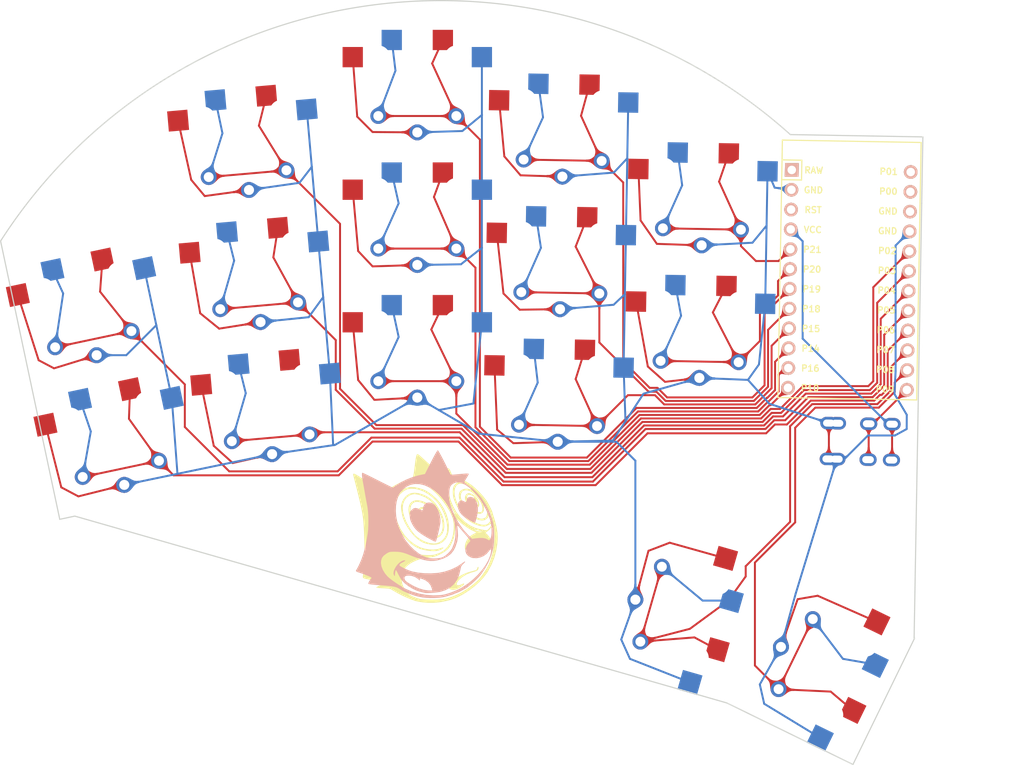
<source format=kicad_pcb>
(kicad_pcb (version 20211014) (generator pcbnew)
  (title_block (title "a_dux_30") (rev "rev2") (company "olivertosky"))
  (layers (0 "F.Cu" signal) (31 "B.Cu" signal) (34 "B.Paste" user) (35 "F.Paste" user) (36 "B.SilkS" user "B.Silkscreen") (37 "F.SilkS" user "F.Silkscreen") (38 "B.Mask" user) (39 "F.Mask" user) (44 "Edge.Cuts" user))
  (net 0 "")
  (net 1 "P6")
  (net 2 "GND")
  (net 3 "P5")
  (net 4 "P4")
  (net 5 "P3")
  (net 6 "P2")
  (net 7 "P10")
  (net 8 "P16")
  (net 9 "P14")
  (net 10 "P15")
  (net 11 "P18")
  (net 12 "P19")
  (net 13 "P20")
  (net 14 "P21")
  (net 15 "P7")
  (net 16 "P8")
  (net 17 "RAW")
  (net 18 "RST")
  (net 19 "VCC")
  (net 20 "P1")
  (net 21 "P0")
  (net 22 "P9")
  (footprint "PG1350" (layer "F.Cu") (at 30.59051 -20.30623 -175)
    (fp_text reference "S6" hide)
    (fp_text value "" hide)
  )
  (footprint "PG1350" (layer "F.Cu") (at 27.627215 -54.176849 5)
    (fp_text reference "S9" hide)
    (fp_text value "" hide)
  )
  (footprint "PG1350" (layer "F.Cu") (at 49.70978 -27.584826 180)
    (fp_text reference "S12" hide)
    (fp_text value "" hide)
  )
  (footprint "PG1350" (layer "F.Cu") (at 68.103162 -38.912981 179)
    (fp_text reference "S20" hide)
    (fp_text value "" hide)
  )
  (footprint "PG1350" (layer "F.Cu") (at 86.248766 -47.097543 -1)
    (fp_text reference "S25" hide)
    (fp_text value "" hide)
  )
  (footprint "PG1350" (layer "F.Cu") (at 101.610566 12.878999 -116)
    (fp_text reference "S29" hide)
    (fp_text value "" hide)
  )
  (footprint "PG1350" (layer "F.Cu") (at 68.399853 -55.910392 -1)
    (fp_text reference "S21" hide)
    (fp_text value "" hide)
  )
  (footprint "PG1350" (layer "F.Cu") (at 10.931003 -16.257018 -168)
    (fp_text reference "S2" hide)
    (fp_text value "" hide)
  )
  (footprint "PG1350" (layer "F.Cu") (at 27.627215 -54.176849 -175)
    (fp_text reference "S10" hide)
    (fp_text value "" hide)
  )
  (footprint "PG1350" (layer "F.Cu") (at 49.70978 -27.584826)
    (fp_text reference "S11" hide)
    (fp_text value "" hide)
  )
  (footprint "PG1350" (layer "F.Cu") (at 101.610566 12.878999 64)
    (fp_text reference "S30" hide)
    (fp_text value "" hide)
  )
  (footprint "PG1350" (layer "F.Cu") (at 7.396504 -32.885528 -168)
    (fp_text reference "S4" hide)
    (fp_text value "" hide)
  )
  (footprint "PG1350" (layer "F.Cu") (at 68.103162 -38.912981 -1)
    (fp_text reference "S19" hide)
    (fp_text value "" hide)
  )
  (footprint "PG1350" (layer "F.Cu") (at 29.108863 -37.241539 5)
    (fp_text reference "S7" hide)
    (fp_text value "" hide)
  )
  (footprint "PG1350" (layer "F.Cu") (at 7.396504 -32.885528 12)
    (fp_text reference "S3" hide)
    (fp_text value "" hide)
  )
  (footprint "PG1350" (layer "F.Cu") (at 67.806471 -21.91557 -1)
    (fp_text reference "S17" hide)
    (fp_text value "" hide)
  )
  (footprint "logos:felix_dazed" (layer "F.Cu") (at 52.837503 -4.648969)
    (fp_text reference "G***" hide)
    (fp_text value "LOGO" hide)
  )
  (footprint "PG1350" (layer "F.Cu") (at 49.70978 -61.584826)
    (fp_text reference "S15" hide)
    (fp_text value "" hide)
  )
  (footprint "PG1350" (layer "F.Cu") (at 67.806471 -21.91557 179)
    (fp_text reference "S18" hide)
    (fp_text value "" hide)
  )
  (footprint "PG1350" (layer "F.Cu") (at 49.70978 -61.584826 180)
    (fp_text reference "S16" hide)
    (fp_text value "" hide)
  )
  (footprint "TRRS-PJ-320A-dual" (layer "F.Cu") (at 113.668572 -13.613902 -91)
    (fp_text reference "REF**")
    (fp_text value "TRRS-PJ-320A-dual")
  )
  (footprint "PG1350" (layer "F.Cu") (at 86.248766 -47.097543 179)
    (fp_text reference "S26" hide)
    (fp_text value "" hide)
  )
  (footprint "PG1350" (layer "F.Cu") (at 85.952075 -30.100133 179)
    (fp_text reference "S24" hide)
    (fp_text value "" hide)
  )
  (footprint "PG1350" (layer "F.Cu") (at 10.931003 -16.257018 12)
    (fp_text reference "S1" hide)
    (fp_text value "" hide)
  )
  (footprint "PG1350" (layer "F.Cu") (at 68.399853 -55.910392 179)
    (fp_text reference "S22" hide)
    (fp_text value "" hide)
  )
  (footprint "PG1350" (layer "F.Cu") (at 49.70978 -44.584826 180)
    (fp_text reference "S14" hide)
    (fp_text value "" hide)
  )
  (footprint "PG1350" (layer "F.Cu") (at 30.59051 -20.30623 5)
    (fp_text reference "S5" hide)
    (fp_text value "" hide)
  )
  (footprint "PG1350" (layer "F.Cu") (at 83.324093 5.85948 -106)
    (fp_text reference "S27" hide)
    (fp_text value "" hide)
  )
  (footprint "PG1350" (layer "F.Cu") (at 29.108863 -37.241539 -175)
    (fp_text reference "S8" hide)
    (fp_text value "" hide)
  )
  (footprint "PG1350" (layer "F.Cu") (at 83.324093 5.85948 74)
    (fp_text reference "S28" hide)
    (fp_text value "" hide)
  )
  (footprint "PG1350" (layer "F.Cu") (at 85.952075 -30.100133 -1)
    (fp_text reference "S23" hide)
    (fp_text value "" hide)
  )
  (footprint "ProMicro" (layer "F.Cu") (at 105.071348 -36.767471 -91)
    (fp_text reference "MCU1" hide)
    (fp_text value "" hide)
  )
  (footprint "PG1350" (layer "F.Cu") (at 49.70978 -44.584826)
    (fp_text reference "S13" hide)
    (fp_text value "" hide)
  )
  (footprint "logos:felix_love" (layer "B.Cu") (at 52.203979 -5.345317 180)
    (fp_text reference "G***" hide)
    (fp_text value "LOGO" hide)
  )
  (gr_line (start 89.356894 17.472202) (end 105.535186 25.362883) (layer "Edge.Cuts") (width 0.15))
  (gr_line (start -3.689391 -41.752954) (end 3.894924 -6.071559) (layer "Edge.Cuts") (width 0.15))
  (gr_line (start 114.492832 -55.105836) (end 114.344486 -46.607131) (layer "Edge.Cuts") (width 0.15))
  (gr_line (start 105.535186 25.362883) (end 113.425867 9.18459) (layer "Edge.Cuts") (width 0.15))
  (gr_line (start 5.821744 -6.481117) (end 89.356894 17.472202) (layer "Edge.Cuts") (width 0.15))
  (gr_line (start 97.511848 -55.40224) (end 114.492832 -55.105836) (layer "Edge.Cuts") (width 0.15))
  (gr_line (start 3.894924 -6.071559) (end 5.821744 -6.481117) (layer "Edge.Cuts") (width 0.15))
  (gr_arc (start -3.689391 -41.752954) (mid 43.754393 -71.983629) (end 97.511848 -55.40224) (layer "Edge.Cuts") (width 0.15))
  (gr_line (start 113.425867 9.18459) (end 113.371104 9.15788) (layer "Edge.Cuts") (width 0.15))
  (gr_line (start 114.196141 -38.108425) (end 114.047795 -29.60972) (layer "Edge.Cuts") (width 0.15))
  (gr_line (start 114.196141 -38.108425) (end 114.344486 -46.607131) (layer "Edge.Cuts") (width 0.15))
  (gr_line (start 114.047795 -29.60972) (end 113.371104 9.15788) (layer "Edge.Cuts") (width 0.15))
  (segment (start 109.988531 -23.021419) (end 109.988532 -27.694618) (width 0.25) (layer "F.Cu") (net 1))
  (segment (start 60.58 -10.45) (end 72.56 -10.45) (width 0.25) (layer "F.Cu") (net 1))
  (segment (start 79.20648 -17.09648) (end 72.56 -10.45) (width 0.25) (layer "F.Cu") (net 1))
  (segment (start 43.97 -16.04) (end 54.99 -16.04) (width 0.25) (layer "F.Cu") (net 1))
  (segment (start 39.64 -11.71) (end 43.97 -16.04) (width 0.25) (layer "F.Cu") (net 1))
  (segment (start 12.897362 -22.757907) (end 12.76 -18.96) (width 0.25) (layer "F.Cu") (net 1))
  (segment (start 109.988532 -27.694618) (end 112.579365 -30.285451) (width 0.25) (layer "F.Cu") (net 1))
  (segment (start 16.611805 -13.579616) (end 18.481421 -11.71) (width 0.25) (layer "F.Cu") (net 1))
  (segment (start 109.958533 -22.991421) (end 109.988531 -23.021419) (width 0.25) (layer "F.Cu") (net 1))
  (segment (start 97.06 -18.23) (end 100.121467 -21.291467) (width 0.25) (layer "F.Cu") (net 1))
  (segment (start 12.76 -18.96) (end 16.611805 -13.579616) (width 0.25) (layer "F.Cu") (net 1))
  (segment (start 109.958533 -22.777125) (end 109.958533 -22.991421) (width 0.25) (layer "F.Cu") (net 1))
  (segment (start 94.40352 -17.09648) (end 79.20648 -17.09648) (width 0.25) (layer "F.Cu") (net 1))
  (segment (start 100.121467 -21.291467) (end 108.25858 -21.291468) (width 0.25) (layer "F.Cu") (net 1))
  (segment (start 108.988578 -22.021467) (end 109.202875 -22.021467) (width 0.25) (layer "F.Cu") (net 1))
  (segment (start 95.53704 -18.23) (end 97.06 -18.23) (width 0.25) (layer "F.Cu") (net 1))
  (segment (start 16.611805 -13.579616) (end 6.830329 -11.500499) (width 0.25) (layer "F.Cu") (net 1))
  (segment (start 109.202875 -22.021467) (end 109.958533 -22.777125) (width 0.25) (layer "F.Cu") (net 1))
  (segment (start 18.481421 -11.71) (end 39.64 -11.71) (width 0.25) (layer "F.Cu") (net 1))
  (segment (start 54.99 -16.04) (end 60.58 -10.45) (width 0.25) (layer "F.Cu") (net 1))
  (segment (start 94.40352 -17.09648) (end 95.53704 -18.23) (width 0.25) (layer "F.Cu") (net 1))
  (segment (start 108.25858 -21.291468) (end 108.988578 -22.021467) (width 0.25) (layer "F.Cu") (net 1))
  (segment (start 7.87 -17.34) (end 6.830329 -11.500499) (width 0.25) (layer "B.Cu") (net 1))
  (segment (start 6.490495 -21.396085) (end 7.87 -17.34) (width 0.25) (layer "B.Cu") (net 1))
  (segment (start 98.45 4.17) (end 96.307681 10.292609) (width 0.25) (layer "F.Cu") (net 2))
  (segment (start 77.743782 -33.993981) (end 79.25 -25.66) (width 0.25) (layer "F.Cu") (net 2))
  (segment (start 22.020165 -23.320746) (end 23.63 -15.49) (width 0.25) (layer "F.Cu") (net 2))
  (segment (start 4.09 -10.17) (end 6.28 -9.01) (width 0.25) (layer "F.Cu") (net 2))
  (segment (start 78.32 -44.4) (end 80.41 -41.39) (width 0.25) (layer "F.Cu") (net 2))
  (segment (start 62.83 -32.95) (end 68.000193 -33.01388) (width 0.25) (layer "F.Cu") (net 2))
  (segment (start 41.43478 -48.334826) (end 42.13 -40.47) (width 0.25) (layer "F.Cu") (net 2))
  (segment (start 21.89 -32.49) (end 24.32 -30.52) (width 0.25) (layer "F.Cu") (net 2))
  (segment (start 22.47 -47.52) (end 28.141434 -48.2993) (width 0.25) (layer "F.Cu") (net 2))
  (segment (start 24.32 -30.52) (end 29.623082 -31.36399) (width 0.25) (layer "F.Cu") (net 2))
  (segment (start 43.98 -38.5) (end 49.70978 -38.684826) (width 0.25) (layer "F.Cu") (net 2))
  (segment (start 42.13 -40.47) (end 43.98 -38.5) (width 0.25) (layer "F.Cu") (net 2))
  (segment (start 101.01 3.73) (end 98.45 4.17) (width 0.25) (layer "F.Cu") (net 2))
  (segment (start 60.86 -52.61) (end 62.94 -50.18) (width 0.25) (layer "F.Cu") (net 2))
  (segment (start 26.06 -13.29) (end 31.104729 -14.428681) (width 0.25) (layer "F.Cu") (net 2))
  (segment (start 20.74 -49.6) (end 22.47 -47.52) (width 0.25) (layer "F.Cu") (net 2))
  (segment (start 81.45 -23.7) (end 85.849106 -24.201032) (width 0.25) (layer "F.Cu") (net 2))
  (segment (start 82.05 -3.07) (end 79.33 -2.03) (width 0.25) (layer "F.Cu") (net 2))
  (segment (start 62.02 -15.83) (end 67.703502 -16.016469) (width 0.25) (layer "F.Cu") (net 2))
  (segment (start 6.28 -9.01) (end 12.157682 -10.485947) (width 0.25) (layer "F.Cu") (net 2))
  (segment (start -1.477336 -34.833112) (end 1.19 -26.47) (width 0.25) (layer "F.Cu") (net 2))
  (segment (start 43.98 -55.73) (end 49.70978 -55.684826) (width 0.25) (layer "F.Cu") (net 2))
  (segment (start 3.16 -25.43) (end 8.623183 -27.114457) (width 0.25) (layer "F.Cu") (net 2))
  (segment (start 23.63 -15.49) (end 26.06 -13.29) (width 0.25) (layer "F.Cu") (net 2))
  (segment (start 1.19 -26.47) (end 3.16 -25.43) (width 0.25) (layer "F.Cu") (net 2))
  (segment (start 44.21 -21.39) (end 49.70978 -21.684826) (width 0.25) (layer "F.Cu") (net 2))
  (segment (start 108.608565 7.08537) (end 101.01 3.73) (width 0.25) (layer "F.Cu") (net 2))
  (segment (start 62.94 -50.18) (end 68.296884 -50.011291) (width 0.25) (layer "F.Cu") (net 2))
  (segment (start 59.598178 -25.809418) (end 59.94 -17.57) (width 0.25) (layer "F.Cu") (net 2))
  (segment (start 59.894869 -42.806829) (end 60.75 -35.03) (width 0.25) (layer "F.Cu") (net 2))
  (segment (start 42.01 -57.7) (end 43.98 -55.73) (width 0.25) (layer "F.Cu") (net 2))
  (segment (start 60.75 -35.03) (end 62.83 -32.95) (width 0.25) (layer "F.Cu") (net 2))
  (segment (start 41.43478 -65.334826) (end 42.01 -57.7) (width 0.25) (layer "F.Cu") (net 2))
  (segment (start 79.25 -25.66) (end 81.45 -23.7) (width 0.25) (layer "F.Cu") (net 2))
  (segment (start 89.209723 -1.06132) (end 82.05 -3.07) (width 0.25) (layer "F.Cu") (net 2))
  (segment (start 42.13 -23.93) (end 44.21 -21.39) (width 0.25) (layer "F.Cu") (net 2))
  (segment (start 60.19156 -59.80424) (end 60.86 -52.61) (width 0.25) (layer "F.Cu") (net 2))
  (segment (start 59.94 -17.57) (end 62.02 -15.83) (width 0.25) (layer "F.Cu") (net 2))
  (segment (start 79.33 -2.03) (end 77.652649 4.23322) (width 0.25) (layer "F.Cu") (net 2))
  (segment (start 102.450574 -18.410414) (end 102.450574 -13.891395) (width 0.25) (layer "F.Cu") (net 2))
  (segment (start 41.43478 -31.334826) (end 42.13 -23.93) (width 0.25) (layer "F.Cu") (net 2))
  (segment (start 102.450574 -13.891395) (end 102.370293 -13.811114) (width 0.25) (layer "F.Cu") (net 2))
  (segment (start 20.538518 -40.256055) (end 21.89 -32.49) (width 0.25) (layer "F.Cu") (net 2))
  (segment (start 19.05687 -57.191365) (end 20.74 -49.6) (width 0.25) (layer "F.Cu") (net 2))
  (segment (start 78.040473 -50.991391) (end 78.32 -44.4) (width 0.25) (layer "F.Cu") (net 2))
  (segment (start 2.057163 -18.204602) (end 4.09 -10.17) (width 0.25) (layer "F.Cu") (net 2))
  (segment (start 80.41 -41.39) (end 86.145797 -41.198442) (width 0.25) (layer "F.Cu") (net 2))
  (segment (start 31.104729 -14.428681) (end 38.924532 -15.575468) (width 0.25) (layer "B.Cu") (net 2))
  (segment (start 12.157682 -10.485947) (end 18.975349 -11.904651) (width 0.25) (layer "B.Cu") (net 2))
  (segment (start 67.703502 -16.016469) (end 74.77 -16.17) (width 0.25) (layer "B.Cu") (net 2))
  (segment (start 92.08 -23.95) (end 85.849106 -24.201032) (width 0.25) (layer "B.Cu") (net 2))
  (segment (start 112.42 -17.65) (end 112.43 -19.47) (width 0.25) (layer "B.Cu") (net 2))
  (segment (start 76.145657 -25.52058) (end 76.387072 -18.642928) (width 0.25) (layer "B.Cu") (net 2))
  (segment (start 75.84 9.34) (end 77.652649 4.23322) (width 0.25) (layer "B.Cu") (net 2))
  (segment (start 112.43 -19.47) (end 110.86 -22.13) (width 0.25) (layer "B.Cu") (net 2))
  (segment (start 38.507187 -24.763174) (end 38.924532 -15.575468) (width 0.25) (layer "B.Cu") (net 2))
  (segment (start 55.48 -55.86) (end 49.70978 -55.684826) (width 0.25) (layer "B.Cu") (net 2))
  (segment (start 111 -41.182507) (end 112.80101 -42.983517) (width 0.25) (layer "B.Cu") (net 2))
  (segment (start 52.459672 -20.079672) (end 57.65 -17.05) (width 0.25) (layer "B.Cu") (net 2))
  (segment (start 76.310075 -34.940075) (end 74.86 -33.58) (width 0.25) (layer "B.Cu") (net 2))
  (segment (start 57.98478 -57.91522) (end 57.98478 -48.334826) (width 0.25) (layer "B.Cu") (net 2))
  (segment (start 39.16 -15.61) (end 49.70978 -21.684826) (width 0.25) (layer "B.Cu") (net 2))
  (segment (start 36.18829 -51.26829) (end 37.02554 -41.698483) (width 0.25) (layer "B.Cu") (net 2))
  (segment (start 12.414457 -27.114457) (end 16.264665 -30.964665) (width 0.25) (layer "B.Cu") (net 2))
  (segment (start 56.9 -20.92) (end 52.459672 -20.079672) (width 0.25) (layer "B.Cu") (net 2))
  (segment (start 37.65007 -34.56007) (end 38.507187 -24.763174) (width 0.25) (layer "B.Cu") (net 2))
  (segment (start 92.66 -41.54) (end 86.145797 -41.198442) (width 0.25) (layer "B.Cu") (net 2))
  (segment (start 94.587952 -50.702553) (end 94.46631 -43.73369) (width 0.25) (layer "B.Cu") (net 2))
  (segment (start 14.711007 -38.274051) (end 16.264665 -30.964665) (width 0.25) (layer "B.Cu") (net 2))
  (segment (start 57.65 -17.05) (end 67.703502 -16.016469) (width 0.25) (layer "B.Cu") (net 2))
  (segment (start 76.310075 -34.940075) (end 76.145657 -25.52058) (width 0.25) (layer "B.Cu") (net 2))
  (segment (start 57.98478 -40.88522) (end 55.3 -38.77) (width 0.25) (layer "B.Cu") (net 2))
  (segment (start 76.739039 -59.515402) (end 76.61407 -52.35593) (width 0.25) (layer "B.Cu") (net 2))
  (segment (start 94.46631 -43.73369) (end 94.291261 -33.705143) (width 0.25) (layer "B.Cu") (net 2))
  (segment (start 36.18829 -51.26829) (end 34.61 -49.22) (width 0.25) (layer "B.Cu") (net 2))
  (segment (start 55.3 -38.77) (end 49.70978 -38.684826) (width 0.25) (layer "B.Cu") (net 2))
  (segment (start 8.623183 -27.114457) (end 12.414457 -27.114457) (width 0.25) (layer "B.Cu") (net 2))
  (segment (start 93.49 -25.93) (end 92.08 -23.95) (width 0.25) (layer "B.Cu") (net 2))
  (segment (start 75.223531 -16.016469) (end 67.703502 -16.016469) (width 0.25) (layer "B.Cu") (net 2))
  (segment (start 57.98478 -57.91522) (end 55.48 -55.86) (width 0.25) (layer "B.Cu") (net 2))
  (segment (start 77.652649 4.23322) (end 77.652649 -13.587351) (width 0.25) (layer "B.Cu") (net 2))
  (segment (start 18.245506 -21.645541) (end 18.975349 -11.904651) (width 0.25) (layer "B.Cu") (net 2))
  (segment (start 98.19 3.48) (end 103.470126 -13.791917) (width 0.25) (layer "B.Cu") (net 2))
  (segment (start 74.89 -50.53) (end 68.296884 -50.011291) (width 0.25) (layer "B.Cu") (net 2))
  (segment (start 84.647925 14.847561) (end 76.96 11.82) (width 0.25) (layer "B.Cu") (net 2))
  (segment (start 76.442348 -42.517991) (end 76.310075 -34.940075) (width 0.25) (layer "B.Cu") (net 2))
  (segment (start 35.543892 -58.633793) (end 36.18829 -51.26829) (width 0.25) (layer "B.Cu") (net 2))
  (segment (start 94.587952 -50.702553) (end 95.5 -48.6) (width 0.25) (layer "B.Cu") (net 2))
  (segment (start 110.91 -16.82) (end 112.42 -17.65) (width 0.25) (layer "B.Cu") (net 2))
  (segment (start 57.98478 -40.88522) (end 57.98478 -31.334826) (width 0.25) (layer "B.Cu") (net 2))
  (segment (start 110.86 -22.13) (end 111 -25.06) (width 0.25) (layer "B.Cu") (net 2))
  (segment (start 103.470126 -13.791917) (end 104.428611 -13.791917) (width 0.25) (layer "B.Cu") (net 2))
  (segment (start 92.08 -23.95) (end 94.81 -20.89) (width 0.25) (layer "B.Cu") (net 2))
  (segment (start 78.7 -22.18) (end 85.849106 -24.201032) (width 0.25) (layer "B.Cu") (net 2))
  (segment (start 95.5 -48.6) (end 97.65199 -48.328717) (width 0.25) (layer "B.Cu") (net 2))
  (segment (start 107.456694 -16.82) (end 110.91 -16.82) (width 0.25) (layer "B.Cu") (net 2))
  (segment (start 96.307681 10.292609) (end 98.19 3.48) (width 0.25) (layer "B.Cu") (net 2))
  (segment (start 103.550407 -18.391216) (end 104.331216 -18.391216) (width 0.25) (layer "B.Cu") (net 2))
  (segment (start 94.16 17.58) (end 93.6 15.1) (width 0.25) (layer "B.Cu") (net 2))
  (segment (start 37.65007 -34.56007) (end 35.79 -31.99) (width 0.25) (layer "B.Cu") (net 2))
  (segment (start 49.70978 -21.684826) (end 52.459672 -20.079672) (width 0.25) (layer "B.Cu") (net 2))
  (segment (start 16.264665 -30.964665) (end 18.245506 -21.645541) (width 0.25) (layer "B.Cu") (net 2))
  (segment (start 76.61407 -52.35593) (end 74.89 -50.53) (width 0.25) (layer "B.Cu") (net 2))
  (segment (start 94.46631 -43.73369) (end 92.66 -41.54) (width 0.25) (layer "B.Cu") (net 2))
  (segment (start 57.98478 -31.334826) (end 56.9 -20.92) (width 0.25) (layer "B.Cu") (net 2))
  (segment (start 101.353522 21.960412) (end 94.16 17.58) (width 0.25) (layer "B.Cu") (net 2))
  (segment (start 57.98478 -48.334826) (end 57.98478 -40.88522) (width 0.25) (layer "B.Cu") (net 2))
  (segment (start 18.975349 -11.904651) (end 31.104729 -14.428681) (width 0.25) (layer "B.Cu") (net 2))
  (segment (start 111 -25.06) (end 111 -41.182507) (width 0.25) (layer "B.Cu") (net 2))
  (segment (start 76.387072 -18.642928) (end 78.7 -22.18) (width 0.25) (layer "B.Cu") (net 2))
  (segment (start 77.652649 -13.587351) (end 75.223531 -16.016469) (width 0.25) (layer "B.Cu") (net 2))
  (segment (start 76.96 11.82) (end 75.84 9.34) (width 0.25) (layer "B.Cu") (net 2))
  (segment (start 57.98478 -65.334826) (end 57.98478 -57.91522) (width 0.25) (layer "B.Cu") (net 2))
  (segment (start 37.02554 -41.698483) (end 37.65007 -34.56007) (width 0.25) (layer "B.Cu") (net 2))
  (segment (start 104.428611 -13.791917) (end 107.456694 -16.82) (width 0.25) (layer "B.Cu") (net 2))
  (segment (start 93.6 15.1) (end 96.307681 10.292609) (width 0.25) (layer "B.Cu") (net 2))
  (segment (start 38.924532 -15.575468) (end 39.16 -15.61) (width 0.25) (layer "B.Cu") (net 2))
  (segment (start 74.86 -33.58) (end 68.000193 -33.01388) (width 0.25) (layer "B.Cu") (net 2))
  (segment (start 94.81 -20.89) (end 102.450574 -18.410414) (width 0.25) (layer "B.Cu") (net 2))
  (segment (start 94.291261 -33.705143) (end 93.49 -25.93) (width 0.25) (layer "B.Cu") (net 2))
  (segment (start 35.79 -31.99) (end 29.623082 -31.36399) (width 0.25) (layer "B.Cu") (net 2))
  (segment (start 74.77 -16.17) (end 76.387072 -18.642928) (width 0.25) (layer "B.Cu") (net 2))
  (segment (start 34.61 -49.22) (end 28.141434 -48.2993) (width 0.25) (layer "B.Cu") (net 2))
  (segment (start 76.61407 -52.35593) (end 76.442348 -42.517991) (width 0.25) (layer "B.Cu") (net 2))
  (segment (start 78.958702 -17.654406) (end 72.214296 -10.91) (width 0.25) (layer "F.Cu") (net 3))
  (segment (start 94.325741 -17.654406) (end 78.958702 -17.654406) (width 0.25) (layer "F.Cu") (net 3))
  (segment (start 60.76 -10.91) (end 55.12 -16.55) (width 0.25) (layer "F.Cu") (net 3))
  (segment (start 39.5 -12.22) (end 25.61 -12.22) (width 0.25) (layer "F.Cu") (net 3))
  (segment (start 19.92 -17.91) (end 19.92 -23.365432) (width 0.25) (layer "F.Cu") (net 3))
  (segment (start 13.077306 -30.208126) (end 3.29583 -28.129009) (width 0.25) (layer "F.Cu") (net 3))
  (segment (start 99.81809 -21.740978) (end 96.847602 -18.77049) (width 0.25) (layer "F.Cu") (net 3))
  (segment (start 108.072386 -21.740978) (end 99.81809 -21.740978) (width 0.25) (layer "F.Cu") (net 3))
  (segment (start 55.12 -16.55) (end 43.83 -16.55) (width 0.25) (layer "F.Cu") (net 3))
  (segment (start 9.06 -35.26) (end 13.077306 -30.208126) (width 0.25) (layer "F.Cu") (net 3))
  (segment (start 25.61 -12.22) (end 19.92 -17.91) (width 0.25) (layer "F.Cu") (net 3))
  (segment (start 72.214296 -10.91) (end 60.76 -10.91) (width 0.25) (layer "F.Cu") (net 3))
  (segment (start 109.539022 -29.740392) (end 109.53902 -23.207612) (width 0.25) (layer "F.Cu") (net 3))
  (segment (start 95.441826 -18.77049) (end 94.325741 -17.654406) (width 0.25) (layer "F.Cu") (net 3))
  (segment (start 9.362863 -39.386417) (end 9.06 -35.26) (width 0.25) (layer "F.Cu") (net 3))
  (segment (start 19.92 -23.365432) (end 13.077306 -30.208126) (width 0.25) (layer "F.Cu") (net 3))
  (segment (start 112.623694 -32.825064) (end 109.539022 -29.740392) (width 0.25) (layer "F.Cu") (net 3))
  (segment (start 96.847602 -18.77049) (end 95.441826 -18.77049) (width 0.25) (layer "F.Cu") (net 3))
  (segment (start 109.53902 -23.207612) (end 108.072386 -21.740978) (width 0.25) (layer "F.Cu") (net 3))
  (segment (start 43.83 -16.55) (end 39.5 -12.22) (width 0.25) (layer "F.Cu") (net 3))
  (segment (start 2.955996 -38.024595) (end 4.33 -35.03) (width 0.25) (layer "B.Cu") (net 3))
  (segment (start 4.33 -35.03) (end 3.29583 -28.129009) (width 0.25) (layer "B.Cu") (net 3))
  (segment (start 95.300059 -19.264427) (end 94.139549 -18.103917) (width 0.25) (layer "F.Cu") (net 4))
  (segment (start 109.08951 -23.393806) (end 107.886193 -22.190489) (width 0.25) (layer "F.Cu") (net 4))
  (segment (start 96.567773 -19.264427) (end 95.300059 -19.264427) (width 0.25) (layer "F.Cu") (net 4))
  (segment (start 55.14 -17.23) (end 36.176206 -17.23) (width 0.25) (layer "F.Cu") (net 4))
  (segment (start 109.089511 -31.786165) (end 109.08951 -23.393806) (width 0.25) (layer "F.Cu") (net 4))
  (segment (start 93.767162 -18.103918) (end 78.772507 -18.103915) (width 0.25) (layer "F.Cu") (net 4))
  (segment (start 94.139549 -18.103917) (end 93.767162 -18.103918) (width 0.25) (layer "F.Cu") (net 4))
  (segment (start 112.668023 -35.364677) (end 109.089511 -31.786165) (width 0.25) (layer "F.Cu") (net 4))
  (segment (start 72.138593 -11.47) (end 60.9 -11.47) (width 0.25) (layer "F.Cu") (net 4))
  (segment (start 107.886193 -22.190489) (end 99.493835 -22.190489) (width 0.25) (layer "F.Cu") (net 4))
  (segment (start 60.9 -11.47) (end 55.14 -17.23) (width 0.25) (layer "F.Cu") (net 4))
  (segment (start 99.493835 -22.190489) (end 96.567773 -19.264427) (width 0.25) (layer "F.Cu") (net 4))
  (segment (start 35.902675 -16.956469) (end 25.940728 -16.084911) (width 0.25) (layer "F.Cu") (net 4))
  (segment (start 36.176206 -17.23) (end 35.902675 -16.956469) (width 0.25) (layer "F.Cu") (net 4))
  (segment (start 78.772507 -18.103915) (end 72.138593 -11.47) (width 0.25) (layer "F.Cu") (net 4))
  (segment (start 26.809396 -25.948153) (end 27.73 -22.24) (width 0.25) (layer "B.Cu") (net 4))
  (segment (start 27.73 -22.24) (end 25.940728 -16.084911) (width 0.25) (layer "B.Cu") (net 4))
  (segment (start 108.64 -23.58) (end 107.7 -22.64) (width 0.25) (layer "F.Cu") (net 5))
  (segment (start 31.852824 -43.454333) (end 31.26 -39.66) (width 0.25) (layer "F.Cu") (net 5))
  (segment (start 107.7 -22.64) (end 99.25002 -22.64) (width 0.25) (layer "F.Cu") (net 5))
  (segment (start 93.953356 -18.553428) (end 78.546315 -18.553425) (width 0.25) (layer "F.Cu") (net 5))
  (segment (start 78.546315 -18.553425) (end 72.02289 -12.03) (width 0.25) (layer "F.Cu") (net 5))
  (segment (start 55.370006 -17.699994) (end 44.240006 -17.699994) (width 0.25) (layer "F.Cu") (net 5))
  (segment (start 34.421028 -33.891778) (end 24.459081 -33.02022) (width 0.25) (layer "F.Cu") (net 5))
  (segment (start 39.26 -29.052806) (end 34.421028 -33.891778) (width 0.25) (layer "F.Cu") (net 5))
  (segment (start 112.712352 -37.90429) (end 108.64 -33.831938) (width 0.25) (layer "F.Cu") (net 5))
  (segment (start 95.11387 -19.713942) (end 93.953356 -18.553428) (width 0.25) (layer "F.Cu") (net 5))
  (segment (start 61.04 -12.03) (end 55.370006 -17.699994) (width 0.25) (layer "F.Cu") (net 5))
  (segment (start 96.323962 -19.713942) (end 95.11387 -19.713942) (width 0.25) (layer "F.Cu") (net 5))
  (segment (start 44.240006 -17.699994) (end 39.26 -22.68) (width 0.25) (layer "F.Cu") (net 5))
  (segment (start 39.26 -22.68) (end 39.26 -29.052806) (width 0.25) (layer "F.Cu") (net 5))
  (segment (start 99.25002 -22.64) (end 96.323962 -19.713942) (width 0.25) (layer "F.Cu") (net 5))
  (segment (start 72.02289 -12.03) (end 61.04 -12.03) (width 0.25) (layer "F.Cu") (net 5))
  (segment (start 108.64 -33.831938) (end 108.64 -23.58) (width 0.25) (layer "F.Cu") (net 5))
  (segment (start 31.26 -39.66) (end 34.421028 -33.891778) (width 0.25) (layer "F.Cu") (net 5))
  (segment (start 26.24 -39.24) (end 24.459081 -33.02022) (width 0.25) (layer "B.Cu") (net 5))
  (segment (start 25.327749 -42.883462) (end 26.24 -39.24) (width 0.25) (layer "B.Cu") (net 5))
  (segment (start 32.93938 -50.827088) (end 22.977433 -49.95553) (width 0.25) (layer "F.Cu") (net 6))
  (segment (start 108.14 -35.827222) (end 108.14 -23.79) (width 0.25) (layer "F.Cu") (net 6))
  (segment (start 55.556194 -18.14951) (end 44.46049 -18.14951) (width 0.25) (layer "F.Cu") (net 6))
  (segment (start 44.46049 -18.14951) (end 39.810269 -22.799731) (width 0.25) (layer "F.Cu") (net 6))
  (segment (start 30.371176 -60.389643) (end 29.41 -56.54) (width 0.25) (layer "F.Cu") (net 6))
  (segment (start 96.195227 -20.220911) (end 94.985135 -20.220911) (width 0.25) (layer "F.Cu") (net 6))
  (segment (start 107.5 -23.15) (end 99.124316 -23.15) (width 0.25) (layer "F.Cu") (net 6))
  (segment (start 108.14 -23.79) (end 107.5 -23.15) (width 0.25) (layer "F.Cu") (net 6))
  (segment (start 39.810269 -22.799731) (end 39.810269 -43.956199) (width 0.25) (layer "F.Cu") (net 6))
  (segment (start 78.360093 -19.002935) (end 71.883352 -12.526194) (width 0.25) (layer "F.Cu") (net 6))
  (segment (start 61.17951 -12.526194) (end 55.556194 -18.14951) (width 0.25) (layer "F.Cu") (net 6))
  (segment (start 39.810269 -43.956199) (end 32.93938 -50.827088) (width 0.25) (layer "F.Cu") (net 6))
  (segment (start 71.883352 -12.526194) (end 61.17951 -12.526194) (width 0.25) (layer "F.Cu") (net 6))
  (segment (start 29.41 -56.54) (end 32.93938 -50.827088) (width 0.25) (layer "F.Cu") (net 6))
  (segment (start 94.985135 -20.220911) (end 93.767163 -19.002939) (width 0.25) (layer "F.Cu") (net 6))
  (segment (start 112.756681 -40.443903) (end 108.14 -35.827222) (width 0.25) (layer "F.Cu") (net 6))
  (segment (start 99.124316 -23.15) (end 96.195227 -20.220911) (width 0.25) (layer "F.Cu") (net 6))
  (segment (start 93.767163 -19.002939) (end 78.360093 -19.002935) (width 0.25) (layer "F.Cu") (net 6))
  (segment (start 23.846101 -59.818772) (end 24.74 -55.57) (width 0.25) (layer "B.Cu") (net 6))
  (segment (start 24.74 -55.57) (end 22.977433 -49.95553) (width 0.25) (layer "B.Cu") (net 6))
  (segment (start 93.580969 -19.452449) (end 78.173874 -19.452446) (width 0.25) (layer "F.Cu") (net 7))
  (segment (start 71.801427 -13.08) (end 61.261408 -13.08) (width 0.25) (layer "F.Cu") (net 7))
  (segment (start 54.70978 -23.784826) (end 44.70978 -23.784826) (width 0.25) (layer "F.Cu") (net 7))
  (segment (start 97.208698 -22.932586) (end 94.993298 -20.717186) (width 0.25) (layer "F.Cu") (net 7))
  (segment (start 52.98478 -33.534826) (end 51.5 -30.41) (width 0.25) (layer "F.Cu") (net 7))
  (segment (start 51.5 -30.41) (end 54.70978 -23.784826) (width 0.25) (layer "F.Cu") (net 7))
  (segment (start 54.70978 -19.631628) (end 54.70978 -23.784826) (width 0.25) (layer "F.Cu") (net 7))
  (segment (start 94.993298 -20.717186) (end 94.845706 -20.717186) (width 0.25) (layer "F.Cu") (net 7))
  (segment (start 61.261408 -13.08) (end 54.70978 -19.631628) (width 0.25) (layer "F.Cu") (net 7))
  (segment (start 78.173874 -19.452446) (end 71.801427 -13.08) (width 0.25) (layer "F.Cu") (net 7))
  (segment (start 94.845706 -20.717186) (end 93.580969 -19.452449) (width 0.25) (layer "F.Cu") (net 7))
  (segment (start 47.32 -29.45) (end 44.70978 -23.784826) (width 0.25) (layer "B.Cu") (net 7))
  (segment (start 46.43478 -33.534826) (end 47.32 -29.45) (width 0.25) (layer "B.Cu") (net 7))
  (segment (start 57.16 -17.87) (end 57.16 -38.334606) (width 0.25) (layer "F.Cu") (net 8))
  (segment (start 94.734238 -21.188534) (end 94.681349 -21.188533) (width 0.25) (layer "F.Cu") (net 8))
  (segment (start 61.49 -13.54) (end 57.16 -17.87) (width 0.25) (layer "F.Cu") (net 8))
  (segment (start 57.16 -38.334606) (end 54.70978 -40.784826) (width 0.25) (layer "F.Cu") (net 8))
  (segment (start 54.70978 -40.784826) (end 44.70978 -40.784826) (width 0.25) (layer "F.Cu") (net 8))
  (segment (start 51.84 -47.4) (end 54.70978 -40.784826) (width 0.25) (layer "F.Cu") (net 8))
  (segment (start 52.98478 -50.534826) (end 51.84 -47.4) (width 0.25) (layer "F.Cu") (net 8))
  (segment (start 96.007899 -22.515083) (end 96.007888 -22.515072) (width 0.25) (layer "F.Cu") (net 8))
  (segment (start 71.625724 -13.540001) (end 61.49 -13.54) (width 0.25) (layer "F.Cu") (net 8))
  (segment (start 96.007888 -22.515072) (end 96.007888 -22.462184) (width 0.25) (layer "F.Cu") (net 8))
  (segment (start 77.987679 -19.901957) (end 71.625724 -13.540001) (width 0.25) (layer "F.Cu") (net 8))
  (segment (start 96.007898 -24.647898) (end 96.007899 -22.515083) (width 0.25) (layer "F.Cu") (net 8))
  (segment (start 93.394775 -19.901959) (end 77.987679 -19.901957) (width 0.25) (layer "F.Cu") (net 8))
  (segment (start 94.681349 -21.188533) (end 93.394775 -19.901959) (width 0.25) (layer "F.Cu") (net 8))
  (segment (start 96.007888 -22.462184) (end 94.734238 -21.188534) (width 0.25) (layer "F.Cu") (net 8))
  (segment (start 96.007898 -24.647898) (end 97.253028 -25.472199) (width 0.25) (layer "F.Cu") (net 8))
  (segment (start 47.32 -46.59) (end 44.70978 -40.784826) (width 0.25) (layer "B.Cu") (net 8))
  (segment (start 46.43478 -50.534826) (end 47.32 -46.59) (width 0.25) (layer "B.Cu") (net 8))
  (segment (start 57.73 -17.935704) (end 57.73 -54.764606) (width 0.25) (layer "F.Cu") (net 9))
  (segment (start 71.43953 -13.989511) (end 61.676193 -13.989511) (width 0.25) (layer "F.Cu") (net 9))
  (segment (start 77.801488 -20.351468) (end 71.43953 -13.989511) (width 0.25) (layer "F.Cu") (net 9))
  (segment (start 95.558377 -26.272832) (end 95.558377 -22.648377) (width 0.25) (layer "F.Cu") (net 9))
  (segment (start 54.70978 -57.784826) (end 44.70978 -57.784826) (width 0.25) (layer "F.Cu") (net 9))
  (segment (start 51.61 -64.52) (end 54.70978 -57.784826) (width 0.25) (layer "F.Cu") (net 9))
  (segment (start 94.495156 -21.638044) (end 93.208581 -20.351469) (width 0.25) (layer "F.Cu") (net 9))
  (segment (start 52.98478 -67.534826) (end 51.61 -64.52) (width 0.25) (layer "F.Cu") (net 9))
  (segment (start 93.208581 -20.351469) (end 77.801488 -20.351468) (width 0.25) (layer "F.Cu") (net 9))
  (segment (start 61.676193 -13.989511) (end 57.73 -17.935704) (width 0.25) (layer "F.Cu") (net 9))
  (segment (start 57.73 -54.764606) (end 54.70978 -57.784826) (width 0.25) (layer "F.Cu") (net 9))
  (segment (start 97.297357 -28.011812) (end 95.558377 -26.272832) (width 0.25) (layer "F.Cu") (net 9))
  (segment (start 94.548044 -21.638044) (end 94.495156 -21.638044) (width 0.25) (layer "F.Cu") (net 9))
  (segment (start 95.558377 -22.648377) (end 94.548044 -21.638044) (width 0.25) (layer "F.Cu") (net 9))
  (segment (start 46.43478 -67.534826) (end 46.91 -63.6) (width 0.25) (layer "B.Cu") (net 9))
  (segment (start 46.91 -63.6) (end 44.70978 -57.784826) (width 0.25) (layer "B.Cu") (net 9))
  (segment (start 93.022387 -20.800979) (end 95.108877 -22.887469) (width 0.25) (layer "F.Cu") (net 10))
  (segment (start 80.163912 -21.98609) (end 81.349023 -20.800979) (width 0.25) (layer "F.Cu") (net 10))
  (segment (start 76.696593 -21.98609) (end 80.163912 -21.98609) (width 0.25) (layer "F.Cu") (net 10))
  (segment (start 81.349023 -20.800979) (end 93.022387 -20.800979) (width 0.25) (layer "F.Cu") (net 10))
  (segment (start 70 -24.05) (end 72.73939 -18.028887) (width 0.25) (layer "F.Cu") (net 10))
  (segment (start 72.73939 -18.028887) (end 76.696593 -21.98609) (width 0.25) (layer "F.Cu") (net 10))
  (segment (start 95.108877 -22.887469) (end 95.108877 -28.318616) (width 0.25) (layer "F.Cu") (net 10))
  (segment (start 95.108877 -28.318616) (end 97.341686 -30.551425) (width 0.25) (layer "F.Cu") (net 10))
  (segment (start 71.184814 -27.807507) (end 70 -24.05) (width 0.25) (layer "F.Cu") (net 10))
  (segment (start 72.73939 -18.028887) (end 62.740913 -18.203411) (width 0.25) (layer "F.Cu") (net 10))
  (segment (start 64.635812 -27.92182) (end 65.14 -23.6) (width 0.25) (layer "B.Cu") (net 10))
  (segment (start 65.14 -23.6) (end 62.740913 -18.203411) (width 0.25) (layer "B.Cu") (net 10))
  (segment (start 94.659366 -30.36439) (end 94.659366 -23.073662) (width 0.25) (layer "F.Cu") (net 11))
  (segment (start 81.535216 -21.25049) (end 80.374694 -22.411012) (width 0.25) (layer "F.Cu") (net 11))
  (segment (start 94.659366 -23.073662) (end 92.836193 -21.250489) (width 0.25) (layer "F.Cu") (net 11))
  (segment (start 79.348695 -22.435601) (end 80.350105 -22.435601) (width 0.25) (layer "F.Cu") (net 11))
  (segment (start 92.836193 -21.250489) (end 81.535216 -21.25049) (width 0.25) (layer "F.Cu") (net 11))
  (segment (start 73.036081 -35.026298) (end 63.037604 -35.200822) (width 0.25) (layer "F.Cu") (net 11))
  (segment (start 70 -41.04) (end 73.036081 -35.026298) (width 0.25) (layer "F.Cu") (net 11))
  (segment (start 71.481505 -44.804918) (end 70 -41.04) (width 0.25) (layer "F.Cu") (net 11))
  (segment (start 73.036081 -35.026298) (end 73.036081 -28.748215) (width 0.25) (layer "F.Cu") (net 11))
  (segment (start 97.386015 -33.091039) (end 94.659366 -30.36439) (width 0.25) (layer "F.Cu") (net 11))
  (segment (start 73.036081 -28.748215) (end 79.348695 -22.435601) (width 0.25) (layer "F.Cu") (net 11))
  (segment (start 64.932503 -44.919231) (end 65.55 -40.88) (width 0.25) (layer "B.Cu") (net 11))
  (segment (start 65.55 -40.88) (end 63.037604 -35.200822) (width 0.25) (layer "B.Cu") (net 11))
  (segment (start 92.65 -21.7) (end 94.209845 -23.259845) (width 0.25) (layer "F.Cu") (net 12))
  (segment (start 73.332772 -52.023709) (end 76.096772 -49.259709) (width 0.25) (layer "F.Cu") (net 12))
  (segment (start 81.72141 -21.7) (end 92.65 -21.7) (width 0.25) (layer "F.Cu") (net 12))
  (segment (start 71.778196 -61.802329) (end 70.69 -57.81) (width 0.25) (layer "F.Cu") (net 12))
  (segment (start 76.096772 -26.323228) (end 79.494295 -22.925705) (width 0.25) (layer "F.Cu") (net 12))
  (segment (start 94.209845 -23.259845) (end 94.209845 -32.410153) (width 0.25) (layer "F.Cu") (net 12))
  (segment (start 70.69 -57.81) (end 73.332772 -52.023709) (width 0.25) (layer "F.Cu") (net 12))
  (segment (start 79.494295 -22.925705) (end 80.495705 -22.925705) (width 0.25) (layer "F.Cu") (net 12))
  (segment (start 76.096772 -49.259709) (end 76.096772 -26.323228) (width 0.25) (layer "F.Cu") (net 12))
  (segment (start 94.209845 -32.410153) (end 97.430344 -35.630652) (width 0.25) (layer "F.Cu") (net 12))
  (segment (start 80.560889 -22.860521) (end 81.72141 -21.7) (width 0.25) (layer "F.Cu") (net 12))
  (segment (start 73.332772 -52.023709) (end 63.334295 -52.198233) (width 0.25) (layer "F.Cu") (net 12))
  (segment (start 65.229194 -61.916642) (end 65.82 -57.61) (width 0.25) (layer "B.Cu") (net 12))
  (segment (start 65.82 -57.61) (end 63.334295 -52.198233) (width 0.25) (layer "B.Cu") (net 12))
  (segment (start 87.58 -32.6) (end 90.884994 -26.21345) (width 0.25) (layer "F.Cu") (net 13))
  (segment (start 90.884994 -26.21345) (end 93.612204 -28.94066) (width 0.25) (layer "F.Cu") (net 13))
  (segment (start 95.932204 -34.782204) (end 95.932204 -36.627796) (width 0.25) (layer "F.Cu") (net 13))
  (segment (start 95.932204 -36.627796) (end 97.474673 -38.170265) (width 0.25) (layer "F.Cu") (net 13))
  (segment (start 93.657796 -32.507796) (end 95.932204 -34.782204) (width 0.25) (layer "F.Cu") (net 13))
  (segment (start 93.612204 -28.94066) (end 93.612204 -32.507796) (width 0.25) (layer "F.Cu") (net 13))
  (segment (start 90.884994 -26.21345) (end 80.886517 -26.387974) (width 0.25) (layer "F.Cu") (net 13))
  (segment (start 93.612204 -32.507796) (end 93.657796 -32.507796) (width 0.25) (layer "F.Cu") (net 13))
  (segment (start 89.330418 -35.99207) (end 87.58 -32.6) (width 0.25) (layer "F.Cu") (net 13))
  (segment (start 83.51 -32.17) (end 80.886517 -26.387974) (width 0.25) (layer "B.Cu") (net 13))
  (segment (start 82.781416 -36.106383) (end 83.51 -32.17) (width 0.25) (layer "B.Cu") (net 13))
  (segment (start 95.999124 -39.19) (end 97.519002 -40.709878) (width 0.25) (layer "F.Cu") (net 14))
  (segment (start 91.181685 -41.108315) (end 93.1 -39.19) (width 0.25) (layer "F.Cu") (net 14))
  (segment (start 93.1 -39.19) (end 95.999124 -39.19) (width 0.25) (layer "F.Cu") (net 14))
  (segment (start 88.38 -49.37) (end 91.181685 -43.21086) (width 0.25) (layer "F.Cu") (net 14))
  (segment (start 91.181685 -43.21086) (end 91.181685 -41.108315) (width 0.25) (layer "F.Cu") (net 14))
  (segment (start 91.181685 -43.21086) (end 81.183208 -43.385384) (width 0.25) (layer "F.Cu") (net 14))
  (segment (start 89.627109 -52.98948) (end 88.38 -49.37) (width 0.25) (layer "F.Cu") (net 14))
  (segment (start 83.65 -48.9) (end 81.183208 -43.385384) (width 0.25) (layer "B.Cu") (net 14))
  (segment (start 83.078107 -53.103793) (end 83.65 -48.9) (width 0.25) (layer "B.Cu") (net 14))
  (segment (start 91.79049 -0.056194) (end 91.790489 1.254308) (width 0.25) (layer "F.Cu") (net 15))
  (segment (start 85.22 9.07) (end 78.293112 9.618367) (width 0.25) (layer "F.Cu") (net 15))
  (segment (start 110.438042 -25.648844) (end 110.43804 -22.620928) (width 0.25) (layer "F.Cu") (net 15))
  (segment (start 110.43804 -22.620928) (end 108.659068 -20.841956) (width 0.25) (layer "F.Cu") (net 15))
  (segment (start 78.293112 9.618367) (end 84.64 7.97) (width 0.25) (layer "F.Cu") (net 15))
  (segment (start 89.57 4.35) (end 91.790489 1.254308) (width 0.25) (layer "F.Cu") (net 15))
  (segment (start 78.293112 9.618367) (end 81.049485 0.00575) (width 0.25) (layer "F.Cu") (net 15))
  (segment (start 84.64 7.97) (end 89.57 4.35) (width 0.25) (layer "F.Cu") (net 15))
  (segment (start 108.659068 -20.841956) (end 100.311956 -20.841956) (width 0.25) (layer "F.Cu") (net 15))
  (segment (start 97.48 -18.01) (end 97.48 -5.745704) (width 0.25) (layer "F.Cu") (net 15))
  (segment (start 88.140888 10.647654) (end 85.22 9.07) (width 0.25) (layer "F.Cu") (net 15))
  (segment (start 112.535036 -27.745838) (end 110.438042 -25.648844) (width 0.25) (layer "F.Cu") (net 15))
  (segment (start 100.311956 -20.841956) (end 97.48 -18.01) (width 0.25) (layer "F.Cu") (net 15))
  (segment (start 97.48 -5.745704) (end 91.79049 -0.056194) (width 0.25) (layer "F.Cu") (net 15))
  (segment (start 89.946312 4.35139) (end 86.27 4.35) (width 0.25) (layer "B.Cu") (net 15))
  (segment (start 86.27 4.35) (end 81.049485 0.00575) (width 0.25) (layer "B.Cu") (net 15))
  (segment (start 96.003293 15.707159) (end 92.97 12.673866) (width 0.25) (layer "F.Cu") (net 16))
  (segment (start 92.97 -0.52) (end 98.13 -5.68) (width 0.25) (layer "F.Cu") (net 16))
  (segment (start 98.13 -5.68) (end 98.13 -17.81) (width 0.25) (layer "F.Cu") (net 16))
  (segment (start 102.68 16.02) (end 96.003293 15.707159) (width 0.25) (layer "F.Cu") (net 16))
  (segment (start 105.522725 18.430858) (end 102.68 16.02) (width 0.25) (layer "F.Cu") (net 16))
  (segment (start 110.887553 -22.434737) (end 110.887553 -23.603072) (width 0.25) (layer "F.Cu") (net 16))
  (segment (start 98.13 -17.81) (end 100.712445 -20.392445) (width 0.25) (layer "F.Cu") (net 16))
  (segment (start 92.97 12.673866) (end 92.97 -0.52) (width 0.25) (layer "F.Cu") (net 16))
  (segment (start 96.003293 15.707159) (end 100.387004 6.719218) (width 0.25) (layer "F.Cu") (net 16))
  (segment (start 110.887553 -23.603072) (end 112.490706 -25.206225) (width 0.25) (layer "F.Cu") (net 16))
  (segment (start 108.845261 -20.392445) (end 110.887553 -22.434737) (width 0.25) (layer "F.Cu") (net 16))
  (segment (start 100.712445 -20.392445) (end 108.845261 -20.392445) (width 0.25) (layer "F.Cu") (net 16))
  (segment (start 108.394056 12.543757) (end 104.25 11.82) (width 0.25) (layer "B.Cu") (net 16))
  (segment (start 104.25 11.82) (end 100.387004 6.719218) (width 0.25) (layer "B.Cu") (net 16))
  (segment (start 110.54934 -13.750031) (end 110.469059 -13.66975) (width 0.25) (layer "F.Cu") (net 19))
  (segment (start 110.54934 -18.269049) (end 110.54934 -13.750031) (width 0.25) (layer "F.Cu") (net 19))
  (segment (start 110.060951 -18.269049) (end 99.09 -29.24) (width 0.25) (layer "B.Cu") (net 19))
  (segment (start 99.09 -29.24) (end 99.09 -41.722822) (width 0.25) (layer "B.Cu") (net 19))
  (segment (start 99.09 -41.722822) (end 97.563331 -43.249491) (width 0.25) (layer "B.Cu") (net 19))
  (segment (start 110.54934 -18.269049) (end 110.060951 -18.269049) (width 0.25) (layer "B.Cu") (net 19))
  (segment (start 107.549797 -18.321406) (end 107.549797 -13.802388) (width 0.25) (layer "F.Cu") (net 22))
  (segment (start 107.549797 -18.321406) (end 108.101172 -18.321406) (width 0.25) (layer "F.Cu") (net 22))
  (segment (start 108.101172 -18.321406) (end 112.446377 -22.666611) (width 0.25) (layer "F.Cu") (net 22))
  (segment (start 107.549797 -13.802388) (end 107.469516 -13.722107) (width 0.25) (layer "F.Cu") (net 22))
  (zone (net 2) (net_name "GND") (layer "F.Cu") (priority 16962) (connect_pads yes (clearance 0)) (min_thickness 0.0254) (fill yes (thermal_gap 0.508) (thermal_bridge_width 0.508))
    (polygon (pts (xy 47.688865 -38.494573) (xy 47.929377 -38.489444) (xy 48.126819 -38.459369) (xy 48.290698 -38.40798) (xy 48.430519 -38.338911) (xy 48.555791 -38.255793) (xy 48.676018 -38.16226) (xy 48.800709 -38.061944) (xy 48.93937 -37.958477) (xy 49.101507 -37.855493) (xy 49.296627 -37.756624) (xy 50.217515 -38.701203) (xy 49.237667 -39.584472) (xy 49.049324 -39.473233) (xy 48.894161 -39.360013) (xy 48.762457 -39.247826) (xy 48.64449 -39.139682) (xy 48.53054 -39.038595) (xy 48.410886 -38.947577) (xy 48.275806 -38.86964) (xy 48.11558 -38.807797) (xy 47.920487 -38.76506) (xy 47.680805 -38.744442)))
  )
  (zone (net 19) (net_name "VCC") (layer "F.Cu") (priority 16962) (connect_pads yes (clearance 0)) (min_thickness 0.0254) (fill yes (thermal_gap 0.508) (thermal_bridge_width 0.508))
    (polygon (pts (xy 110.42434 -15.270031) (xy 110.414869 -15.087484) (xy 110.387836 -14.937847) (xy 110.345308 -14.814145) (xy 110.289353 -14.709405) (xy 110.222039 -14.616651) (xy 110.145434 -14.528909) (xy 110.061606 -14.439206) (xy 109.972623 -14.340568) (xy 109.880552 -14.226019) (xy 109.787462 -14.088587) (xy 110.429133 -13.271748) (xy 111.22027 -13.944853) (xy 111.152199 -14.106746) (xy 111.08008 -14.241649) (xy 111.006554 -14.357233) (xy 110.934262 -14.461175) (xy 110.865846 -14.561146) (xy 110.803947 -14.66482) (xy 110.751205 -14.779872) (xy 110.710263 -14.913976) (xy 110.683761 -15.074804) (xy 110.67434 -15.270031)))
  )
  (zone (net 10) (net_name "P15") (layer "F.Cu") (priority 16962) (connect_pads yes (clearance 0)) (min_thickness 0.0254) (fill yes (thermal_gap 0.508) (thermal_bridge_width 0.508))
    (polygon (pts (xy 71.786609 -19.821233) (xy 71.874365 -19.597243) (xy 71.922531 -19.403418) (xy 71.938115 -19.23238) (xy 71.928126 -19.076749) (xy 71.899574 -18.929148) (xy 71.859468 -18.782197) (xy 71.814816 -18.628517) (xy 71.772629 -18.46073) (xy 71.739915 -18.271458) (xy 71.723684 -18.053322) (xy 72.949761 -17.566494) (xy 73.3883 -18.810661) (xy 73.213186 -18.941742) (xy 73.049004 -19.041434) (xy 72.894796 -19.119868) (xy 72.749604 -19.187176) (xy 72.61247 -19.253489) (xy 72.482437 -19.328941) (xy 72.358548 -19.423662) (xy 72.239844 -19.547784) (xy 72.125369 -19.711441) (xy 72.014165 -19.924763)))
  )
  (zone (net 2) (net_name "GND") (layer "F.Cu") (priority 16962) (connect_pads yes (clearance 0)) (min_thickness 0.0254) (fill yes (thermal_gap 0.508) (thermal_bridge_width 0.508))
    (polygon (pts (xy 10.223132 -9.871281) (xy 10.459257 -9.917294) (xy 10.658585 -9.929792) (xy 10.829636 -9.91434) (xy 10.980928 -9.876507) (xy 11.120981 -9.821858) (xy 11.258315 -9.755961) (xy 11.40145 -9.684382) (xy 11.558905 -9.612687) (xy 11.7392 -9.546445) (xy 11.950854 -9.491222) (xy 12.650385 -10.609669) (xy 11.505453 -11.264954) (xy 11.344997 -11.11629) (xy 11.217386 -10.972729) (xy 11.11248 -10.835154) (xy 11.020142 -10.704445) (xy 10.930232 -10.581485) (xy 10.832611 -10.467154) (xy 10.717141 -10.362333) (xy 10.573682 -10.267906) (xy 10.392096 -10.184752) (xy 10.162245 -10.113754)))
  )
  (zone (net 22) (net_name "P9") (layer "F.Cu") (priority 16962) (connect_pads yes (clearance 0)) (min_thickness 0.0254) (fill yes (thermal_gap 0.508) (thermal_bridge_width 0.508))
    (polygon (pts (xy 108.797672 -19.194682) (xy 108.684048 -19.094401) (xy 108.577587 -19.026589) (xy 108.475824 -18.986716) (xy 108.376297 -18.97025) (xy 108.276545 -18.972663) (xy 108.174103 -18.989423) (xy 108.066511 -19.016001) (xy 107.951305 -19.047867) (xy 107.826023 -19.080491) (xy 107.688202 -19.109342) (xy 107.165061 -18.211962) (xy 108.115482 -17.755721) (xy 108.24058 -17.892109) (xy 108.335705 -18.017879) (xy 108.408831 -18.136165) (xy 108.467929 -18.250101) (xy 108.520974 -18.362822) (xy 108.575938 -18.477463) (xy 108.640794 -18.597157) (xy 108.723516 -18.725039) (xy 108.832076 -18.864244) (xy 108.974448 -19.017906)))
  )
  (zone (net 12) (net_name "P19") (layer "F.Cu") (priority 16962) (connect_pads yes (clearance 0)) (min_thickness 0.0254) (fill yes (thermal_gap 0.508) (thermal_bridge_width 0.508))
    (polygon (pts (xy 72.377371 -53.81466) (xy 72.465454 -53.590798) (xy 72.513903 -53.397044) (xy 72.529738 -53.226029) (xy 72.519977 -53.070384) (xy 72.491641 -52.922741) (xy 72.45175 -52.775731) (xy 72.407323 -52.621986) (xy 72.365381 -52.454138) (xy 72.332944 -52.264818) (xy 72.317032 -52.046659) (xy 73.54382 -51.561624) (xy 73.980537 -52.806431) (xy 73.805232 -52.937256) (xy 73.640904 -53.036707) (xy 73.486582 -53.114915) (xy 73.341291 -53.182011) (xy 73.204061 -53.248124) (xy 73.073918 -53.323385) (xy 72.94989 -53.417925) (xy 72.831005 -53.541874) (xy 72.716291 -53.705363) (xy 72.604775 -53.918522)))
  )
  (zone (net 13) (net_name "P20") (layer "F.Cu") (priority 16962) (connect_pads yes (clearance 0)) (min_thickness 0.0254) (fill yes (thermal_gap 0.508) (thermal_bridge_width 0.508))
    (polygon (pts (xy 82.914389 -26.477597) (xy 82.674428 -26.494667) (xy 82.478723 -26.534514) (xy 82.3176 -26.59398) (xy 82.181382 -26.66991) (xy 82.060394 -26.759149) (xy 81.944962 -26.858539) (xy 81.825408 -26.964926) (xy 81.692059 -27.075153) (xy 81.535238 -27.186065) (xy 81.345271 -27.294506) (xy 80.378595 -26.396839) (xy 81.313356 -25.465985) (xy 81.506992 -25.56773) (xy 81.667587 -25.673101) (xy 81.804702 -25.778608) (xy 81.927895 -25.880757) (xy 82.046726 -25.976059) (xy 82.170754 -26.06102) (xy 82.309539 -26.13215) (xy 82.472639 -26.185957) (xy 82.669615 -26.21895) (xy 82.910026 -26.227636)))
  )
  (zone (net 11) (net_name "P18") (layer "F.Cu") (priority 16962) (connect_pads yes (clearance 0)) (min_thickness 0.0254) (fill yes (thermal_gap 0.508) (thermal_bridge_width 0.508))
    (polygon (pts (xy 71.008209 -34.936675) (xy 71.248169 -34.919604) (xy 71.443874 -34.879757) (xy 71.604997 -34.820291) (xy 71.741215 -34.744361) (xy 71.862203 -34.655122) (xy 71.977635 -34.555732) (xy 72.097189 -34.449345) (xy 72.230538 -34.339118) (xy 72.387359 -34.228206) (xy 72.577327 -34.119766) (xy 73.544003 -35.017433) (xy 72.609242 -35.948287) (xy 72.415605 -35.846541) (xy 72.25501 -35.74117) (xy 72.117895 -35.635663) (xy 71.994702 -35.533514) (xy 71.875871 -35.438212) (xy 71.751843 -35.353251) (xy 71.613058 -35.282121) (xy 71.449958 -35.228314) (xy 71.252982 -35.195321) (xy 71.012572 -35.186636)))
  )
  (zone (net 15) (net_name "P7") (layer "F.Cu") (priority 16962) (connect_pads yes (clearance 0)) (min_thickness 0.0254) (fill yes (thermal_gap 0.508) (thermal_bridge_width 0.508))
    (polygon (pts (xy 80.302927 9.33387) (xy 80.062437 9.339987) (xy 79.863805 9.319173) (xy 79.697704 9.2755) (xy 79.554807 9.213041) (xy 79.425788 9.135869) (xy 79.30132 9.048057) (xy 79.172077 8.953678) (xy 79.028732 8.856805) (xy 78.861959 8.761511) (xy 78.662432 8.671869) (xy 77.786697 9.658457) (xy 78.806757 10.494965) (xy 78.989694 10.375045) (xy 79.139396 10.254697) (xy 79.265713 10.136476) (xy 79.378496 10.022937) (xy 79.487597 9.916635) (xy 79.602866 9.820124) (xy 79.734156 9.735959) (xy 79.891316 9.666695) (xy 80.084199 9.614887) (xy 80.322656 9.583089)))
  )
  (zone (net 14) (net_name "P21") (layer "F.Cu") (priority 16962) (connect_pads yes (clearance 0)) (min_thickness 0.0254) (fill yes (thermal_gap 0.508) (thermal_bridge_width 0.508))
    (polygon (pts (xy 89.153813 -43.121237) (xy 89.393773 -43.104166) (xy 89.589478 -43.064319) (xy 89.750601 -43.004853) (xy 89.886819 -42.928923) (xy 90.007807 -42.839684) (xy 90.123239 -42.740294) (xy 90.242793 -42.633907) (xy 90.376142 -42.52368) (xy 90.532963 -42.412768) (xy 90.722931 -42.304328) (xy 91.689607 -43.201995) (xy 90.754846 -44.132849) (xy 90.561209 -44.031103) (xy 90.400614 -43.925732) (xy 90.263499 -43.820225) (xy 90.140306 -43.718076) (xy 90.021475 -43.622774) (xy 89.897447 -43.537813) (xy 89.758662 -43.466683) (xy 89.595562 -43.412876) (xy 89.398586 -43.379883) (xy 89.158176 -43.371198)))
  )
  (zone (net 9) (net_name "P14") (layer "F.Cu") (priority 16962) (connect_pads yes (clearance 0)) (min_thickness 0.0254) (fill yes (thermal_gap 0.508) (thermal_bridge_width 0.508))
    (polygon (pts (xy 46.73578 -57.909826) (xy 46.495557 -57.922706) (xy 46.299187 -57.959131) (xy 46.13705 -58.015776) (xy 45.999528 -58.089317) (xy 45.877002 -58.17643) (xy 45.759852 -58.273791) (xy 45.63846 -58.378075) (xy 45.503207 -58.485958) (xy 45.344475 -58.594117) (xy 45.152644 -58.699226) (xy 44.20178 -57.784826) (xy 45.152644 -56.870426) (xy 45.344475 -56.975534) (xy 45.503207 -57.083693) (xy 45.63846 -57.191576) (xy 45.759852 -57.29586) (xy 45.877002 -57.393221) (xy 45.999528 -57.480334) (xy 46.13705 -57.553875) (xy 46.299187 -57.61052) (xy 46.495557 -57.646945) (xy 46.73578 -57.659826)))
  )
  (zone (net 3) (net_name "P5") (layer "F.Cu") (priority 16962) (connect_pads yes (clearance 0)) (min_thickness 0.0254) (fill yes (thermal_gap 0.508) (thermal_bridge_width 0.508))
    (polygon (pts (xy 11.718474 -31.716062) (xy 11.857908 -31.520024) (xy 11.95162 -31.343656) (xy 12.008199 -31.181496) (xy 12.036234 -31.028086) (xy 12.044312 -30.877966) (xy 12.041023 -30.725675) (xy 12.034956 -30.565756) (xy 12.034698 -30.392747) (xy 12.04884 -30.20119) (xy 12.085969 -29.985625) (xy 13.393488 -29.810518) (xy 13.517359 -31.123881) (xy 13.315694 -31.208605) (xy 13.132243 -31.265525) (xy 12.963622 -31.30424) (xy 12.806444 -31.334345) (xy 12.657326 -31.365439) (xy 12.512882 -31.40712) (xy 12.369727 -31.468986) (xy 12.224476 -31.560633) (xy 12.073745 -31.691659) (xy 11.914148 -31.871663)))
  )
  (zone (net 11) (net_name "P18") (layer "F.Cu") (priority 16962) (connect_pads yes (clearance 0)) (min_thickness 0.0254) (fill yes (thermal_gap 0.508) (thermal_bridge_width 0.508))
    (polygon (pts (xy 65.065476 -35.290445) (xy 64.825515 -35.307515) (xy 64.62981 -35.347362) (xy 64.468687 -35.406828) (xy 64.332469 -35.482758) (xy 64.211481 -35.571997) (xy 64.096049 -35.671387) (xy 63.976495 -35.777774) (xy 63.843146 -35.888001) (xy 63.686325 -35.998913) (xy 63.496358 -36.107354) (xy 62.529682 -35.209687) (xy 63.464443 -34.278833) (xy 63.658079 -34.380578) (xy 63.818674 -34.485949) (xy 63.955789 -34.591456) (xy 64.078982 -34.693605) (xy 64.197813 -34.788907) (xy 64.321841 -34.873868) (xy 64.460626 -34.944998) (xy 64.623726 -34.998805) (xy 64.820702 -35.031798) (xy 65.061113 -35.040484)))
  )
  (zone (net 13) (net_name "P20") (layer "F.Cu") (priority 16962) (connect_pads yes (clearance 0)) (min_thickness 0.0254) (fill yes (thermal_gap 0.508) (thermal_bridge_width 0.508))
    (polygon (pts (xy 89.842831 -27.955343) (xy 89.941797 -27.736075) (xy 89.999699 -27.544933) (xy 90.023908 -27.374901) (xy 90.0218 -27.218965) (xy 90.000745 -27.070108) (xy 89.968119 -26.921318) (xy 89.931293 -26.765578) (xy 89.897641 -26.595873) (xy 89.874536 -26.40519) (xy 89.869352 -26.186512) (xy 91.11847 -25.762282) (xy 91.493556 -27.027026) (xy 91.31204 -27.149088) (xy 91.143029 -27.240353) (xy 90.985053 -27.310891) (xy 90.836644 -27.370774) (xy 90.696334 -27.430071) (xy 90.562654 -27.498853) (xy 90.434135 -27.58719) (xy 90.309309 -27.705154) (xy 90.186708 -27.862815) (xy 90.064863 -28.070243)))
  )
  (zone (net 15) (net_name "P7") (layer "F.Cu") (priority 16962) (connect_pads yes (clearance 0)) (min_thickness 0.0254) (fill yes (thermal_gap 0.508) (thermal_bridge_width 0.508))
    (polygon (pts (xy 78.731394 7.636397) (xy 78.652798 7.863763) (xy 78.563657 8.042486) (xy 78.464515 8.182728) (xy 78.355917 8.294652) (xy 78.238406 8.38842) (xy 78.112526 8.474196) (xy 77.978822 8.562141) (xy 77.837837 8.662417) (xy 77.690116 8.785188) (xy 77.536204 8.940617) (xy 78.153089 10.106688) (xy 79.294159 9.444701) (xy 79.245997 9.231329) (xy 79.185781 9.048933) (xy 79.119358 8.889183) (xy 79.052574 8.743749) (xy 78.991275 8.604302) (xy 78.94131 8.46251) (xy 78.908524 8.310044) (xy 78.898764 8.138575) (xy 78.917877 7.939772) (xy 78.97171 7.705306)))
  )
  (zone (net 6) (net_name "P2") (layer "F.Cu") (priority 16962) (connect_pads yes (clearance 0)) (min_thickness 0.0254) (fill yes (thermal_gap 0.508) (thermal_bridge_width 0.508))
    (polygon (pts (xy 31.768211 -52.484996) (xy 31.883509 -52.273859) (xy 31.955729 -52.087654) (xy 31.992754 -51.919946) (xy 32.002469 -51.764298) (xy 31.992756 -51.614274) (xy 31.971498 -51.463439) (xy 31.946581 -51.305356) (xy 31.925886 -51.13359) (xy 31.917298 -50.941703) (xy 31.9287 -50.723262) (xy 33.206374 -50.394911) (xy 33.484539 -51.684442) (xy 33.294295 -51.792397) (xy 33.118854 -51.870592) (xy 32.955987 -51.928956) (xy 32.803466 -51.97742) (xy 32.659066 -52.025914) (xy 32.520557 -52.084368) (xy 32.385714 -52.162712) (xy 32.252307 -52.270877) (xy 32.118111 -52.418794) (xy 31.980897 -52.616392)))
  )
  (zone (net 2) (net_name "GND") (layer "F.Cu") (priority 16962) (connect_pads yes (clearance 0)) (min_thickness 0.0254) (fill yes (thermal_gap 0.508) (thermal_bridge_width 0.508))
    (polygon (pts (xy 27.641911 -30.922112) (xy 27.881171 -30.947148) (xy 28.080826 -30.942039) (xy 28.24985 -30.911582) (xy 28.397222 -30.860569) (xy 28.531917 -30.793797) (xy 28.662913 -30.716059) (xy 28.799186 -30.63215) (xy 28.949714 -30.546866) (xy 29.123473 -30.465) (xy 29.329441 -30.391349) (xy 30.124768 -31.443833) (xy 29.042004 -32.197419) (xy 28.869077 -32.063466) (xy 28.729317 -31.931703) (xy 28.612701 -31.803903) (xy 28.509209 -31.681836) (xy 28.408818 -31.567272) (xy 28.301506 -31.461984) (xy 28.177252 -31.367742) (xy 28.026034 -31.286317) (xy 27.837829 -31.219481) (xy 27.602618 -31.169005)))
  )
  (zone (net 9) (net_name "P14") (layer "F.Cu") (priority 16962) (connect_pads yes (clearance 0)) (min_thickness 0.0254) (fill yes (thermal_gap 0.508) (thermal_bridge_width 0.508))
    (polygon (pts (xy 56.230765 -56.440617) (xy 56.07001 -56.619587) (xy 55.956911 -56.784198) (xy 55.882318 -56.9389) (xy 55.837077 -57.088144) (xy 55.812036 -57.236382) (xy 55.798043 -57.388063) (xy 55.785946 -57.54764) (xy 55.766593 -57.719563) (xy 55.730831 -57.908283) (xy 55.66951 -58.118252) (xy 54.35057 -58.144036) (xy 54.376354 -56.825096) (xy 54.586322 -56.763774) (xy 54.775042 -56.728012) (xy 54.946965 -56.708659) (xy 55.106542 -56.696562) (xy 55.258223 -56.682569) (xy 55.406461 -56.657528) (xy 55.555705 -56.612287) (xy 55.710407 -56.537694) (xy 55.875018 -56.424595) (xy 56.053989 -56.263841)))
  )
  (zone (net 10) (net_name "P15") (layer "F.Cu") (priority 16962) (connect_pads yes (clearance 0)) (min_thickness 0.0254) (fill yes (thermal_gap 0.508) (thermal_bridge_width 0.508))
    (polygon (pts (xy 74.083599 -19.549872) (xy 73.904628 -19.389117) (xy 73.740017 -19.276018) (xy 73.585315 -19.201425) (xy 73.436071 -19.156184) (xy 73.287833 -19.131143) (xy 73.136152 -19.11715) (xy 72.976575 -19.105053) (xy 72.804652 -19.0857) (xy 72.615932 -19.049938) (xy 72.405964 -18.988617) (xy 72.38018 -17.669677) (xy 73.69912 -17.695461) (xy 73.760441 -17.905429) (xy 73.796203 -18.094149) (xy 73.815556 -18.266072) (xy 73.827653 -18.425649) (xy 73.841646 -18.57733) (xy 73.866687 -18.725568) (xy 73.911928 -18.874812) (xy 73.986521 -19.029514) (xy 74.09962 -19.194125) (xy 74.260375 -19.373096)))
  )
  (zone (net 16) (net_name "P8") (layer "F.Cu") (priority 16962) (connect_pads yes (clearance 0)) (min_thickness 0.0254) (fill yes (thermal_gap 0.508) (thermal_bridge_width 0.508))
    (polygon (pts (xy 96.779082 13.831406) (xy 96.662198 14.041669) (xy 96.543377 14.202198) (xy 96.421388 14.323094) (xy 96.295004 14.41446) (xy 96.162996 14.486398) (xy 96.024133 14.549012) (xy 95.877189 14.612403) (xy 95.720933 14.686675) (xy 95.554138 14.781929) (xy 95.375574 14.90827) (xy 95.780601 16.163746) (xy 97.019289 15.709961) (xy 97.00891 15.491467) (xy 96.981282 15.301386) (xy 96.943608 15.132529) (xy 96.903093 14.977708) (xy 96.86694 14.829734) (xy 96.842356 14.68142) (xy 96.836543 14.525578) (xy 96.856706 14.355019) (xy 96.910051 14.162555) (xy 97.003781 13.940999)))
  )
  (zone (net 9) (net_name "P14") (layer "F.Cu") (priority 16962) (connect_pads yes (clearance 0)) (min_thickness 0.0254) (fill yes (thermal_gap 0.508) (thermal_bridge_width 0.508))
    (polygon (pts (xy 52.68378 -57.659826) (xy 52.924002 -57.646945) (xy 53.120372 -57.61052) (xy 53.282509 -57.553875) (xy 53.420031 -57.480334) (xy 53.542557 -57.393221) (xy 53.659707 -57.29586) (xy 53.781099 -57.191576) (xy 53.916352 -57.083693) (xy 54.075084 -56.975534) (xy 54.266916 -56.870426) (xy 55.21778 -57.784826) (xy 54.266916 -58.699226) (xy 54.075084 -58.594117) (xy 53.916352 -58.485958) (xy 53.781099 -58.378075) (xy 53.659707 -58.273791) (xy 53.542557 -58.17643) (xy 53.420031 -58.089317) (xy 53.282509 -58.015776) (xy 53.120372 -57.959131) (xy 52.924002 -57.922706) (xy 52.68378 -57.909826)))
  )
  (zone (net 15) (net_name "P7") (layer "F.Cu") (priority 16962) (connect_pads yes (clearance 0)) (min_thickness 0.0254) (fill yes (thermal_gap 0.508) (thermal_bridge_width 0.508))
    (polygon (pts (xy 80.222635 8.988099) (xy 79.986888 9.036017) (xy 79.787667 9.050124) (xy 79.616498 9.036054) (xy 79.464905 8.999444) (xy 79.324415 8.945928) (xy 79.186553 8.881142) (xy 79.042845 8.810721) (xy 78.884816 8.7403) (xy 78.703993 8.675516) (xy 78.4919 8.622004) (xy 77.801424 9.746064) (xy 78.951611 10.392081) (xy 79.11086 10.242125) (xy 79.237308 10.097539) (xy 79.341099 9.959121) (xy 79.432379 9.827671) (xy 79.521293 9.703988) (xy 79.617987 9.588873) (xy 79.732608 9.483123) (xy 79.875299 9.38754) (xy 80.056207 9.302923) (xy 80.285479 9.230071)))
  )
  (zone (net 2) (net_name "GND") (layer "F.Cu") (priority 16962) (connect_pads yes (clearance 0)) (min_thickness 0.0254) (fill yes (thermal_gap 0.508) (thermal_bridge_width 0.508))
    (polygon (pts (xy 102.325574 -15.411395) (xy 102.316103 -15.228848) (xy 102.28907 -15.079211) (xy 102.246542 -14.955509) (xy 102.190587 -14.850769) (xy 102.123273 -14.758015) (xy 102.046668 -14.670273) (xy 101.96284 -14.58057) (xy 101.873857 -14.481932) (xy 101.781786 -14.367383) (xy 101.688696 -14.229951) (xy 102.330367 -13.413112) (xy 103.121504 -14.086217) (xy 103.053433 -14.24811) (xy 102.981314 -14.383013) (xy 102.907788 -14.498597) (xy 102.835496 -14.602539) (xy 102.76708 -14.70251) (xy 102.705181 -14.806184) (xy 102.652439 -14.921236) (xy 102.611497 -15.05534) (xy 102.584995 -15.216168) (xy 102.575574 -15.411395)))
  )
  (zone (net 2) (net_name "GND") (layer "F.Cu") (priority 16962) (connect_pads yes (clearance 0)) (min_thickness 0.0254) (fill yes (thermal_gap 0.508) (thermal_bridge_width 0.508))
    (polygon (pts (xy 96.858819 8.339012) (xy 96.767323 8.5615) (xy 96.668087 8.734821) (xy 96.561072 8.869151) (xy 96.446238 8.974668) (xy 96.323546 9.061549) (xy 96.192958 9.13997) (xy 96.054434 9.220108) (xy 95.907934 9.312141) (xy 95.753421 9.426245) (xy 95.590855 9.572598) (xy 96.139905 10.772103) (xy 97.317035 10.176593) (xy 97.281179 9.960812) (xy 97.231515 9.775265) (xy 97.174355 9.611971) (xy 97.116014 9.462949) (xy 97.062808 9.320218) (xy 97.02105 9.175796) (xy 96.997054 9.021703) (xy 96.997136 8.849956) (xy 97.02761 8.652575) (xy 97.094791 8.421579)))
  )
  (zone (net 15) (net_name "P7") (layer "F.Cu") (priority 16962) (connect_pads yes (clearance 0)) (min_thickness 0.0254) (fill yes (thermal_gap 0.508) (thermal_bridge_width 0.508))
    (polygon (pts (xy 111.388605 -26.42263) (xy 111.542012 -26.560911) (xy 111.682954 -26.659023) (xy 111.815269 -26.724636) (xy 111.9428 -26.765417) (xy 112.069388 -26.789034) (xy 112.198873 -26.803157) (xy 112.335098 -26.815454) (xy 112.481902 -26.833593) (xy 112.643128 -26.865242) (xy 112.822616 -26.918071) (xy 112.844854 -28.055656) (xy 111.707269 -28.033418) (xy 111.65444 -27.85393) (xy 111.622791 -27.692704) (xy 111.604652 -27.5459) (xy 111.592355 -27.409675) (xy 111.578232 -27.28019) (xy 111.554615 -27.153602) (xy 111.513834 -27.026071) (xy 111.448221 -26.893756) (xy 111.350109 -26.752814) (xy 111.211828 -26.599407)))
  )
  (zone (net 7) (net_name "P10") (layer "F.Cu") (priority 16962) (connect_pads yes (clearance 0)) (min_thickness 0.0254) (fill yes (thermal_gap 0.508) (thermal_bridge_width 0.508))
    (polygon (pts (xy 53.713939 -25.553609) (xy 53.807085 -25.331806) (xy 53.859924 -25.139203) (xy 53.879639 -24.968592) (xy 53.873416 -24.812765) (xy 53.848442 -24.664517) (xy 53.811901 -24.516639) (xy 53.770979 -24.361925) (xy 53.732861 -24.193167) (xy 53.704733 -24.003159) (xy 53.693781 -23.784695) (xy 54.931271 -23.327655) (xy 55.339596 -24.582062) (xy 55.161364 -24.70887) (xy 54.99482 -24.804563) (xy 54.83876 -24.879245) (xy 54.691983 -24.943022) (xy 54.553286 -25.006001) (xy 54.421467 -25.078286) (xy 54.295323 -25.169984) (xy 54.173653 -25.2912) (xy 54.055255 -25.45204) (xy 53.938925 -25.662611)))
  )
  (zone (net 12) (net_name "P19") (layer "F.Cu") (priority 16962) (connect_pads yes (clearance 0)) (min_thickness 0.0254) (fill yes (thermal_gap 0.508) (thermal_bridge_width 0.508))
    (polygon (pts (xy 74.853757 -50.6795) (xy 74.693002 -50.85847) (xy 74.579903 -51.023081) (xy 74.50531 -51.177783) (xy 74.460069 -51.327027) (xy 74.435028 -51.475265) (xy 74.421035 -51.626946) (xy 74.408938 -51.786523) (xy 74.389585 -51.958446) (xy 74.353823 -52.147166) (xy 74.292502 -52.357135) (xy 72.973562 -52.382919) (xy 72.999346 -51.063979) (xy 73.209314 -51.002657) (xy 73.398034 -50.966895) (xy 73.569957 -50.947542) (xy 73.729534 -50.935445) (xy 73.881215 -50.921452) (xy 74.029453 -50.896411) (xy 74.178697 -50.85117) (xy 74.333399 -50.776577) (xy 74.49801 -50.663478) (xy 74.676981 -50.502724)))
  )
  (zone (net 1) (net_name "P6") (layer "F.Cu") (priority 16962) (connect_pads yes (clearance 0)) (min_thickness 0.0254) (fill yes (thermal_gap 0.508) (thermal_bridge_width 0.508))
    (polygon (pts (xy 111.432934 -28.962243) (xy 111.586341 -29.100524) (xy 111.727283 -29.198636) (xy 111.859598 -29.264249) (xy 111.987129 -29.30503) (xy 112.113717 -29.328647) (xy 112.243202 -29.34277) (xy 112.379427 -29.355067) (xy 112.526231 -29.373206) (xy 112.687457 -29.404855) (xy 112.866945 -29.457684) (xy 112.889183 -30.595269) (xy 111.751598 -30.573031) (xy 111.698769 -30.393543) (xy 111.66712 -30.232317) (xy 111.648981 -30.085513) (xy 111.636684 -29.949288) (xy 111.622561 -29.819803) (xy 111.598944 -29.693215) (xy 111.558163 -29.565684) (xy 111.49255 -29.433369) (xy 111.394438 -29.292427) (xy 111.256157 -29.13902)))
  )
  (zone (net 14) (net_name "P21") (layer "F.Cu") (priority 16962) (connect_pads yes (clearance 0)) (min_thickness 0.0254) (fill yes (thermal_gap 0.508) (thermal_bridge_width 0.508))
    (polygon (pts (xy 96.372571 -39.38667) (xy 96.525978 -39.524951) (xy 96.66692 -39.623063) (xy 96.799235 -39.688676) (xy 96.926766 -39.729457) (xy 97.053354 -39.753074) (xy 97.182839 -39.767197) (xy 97.319064 -39.779494) (xy 97.465868 -39.797633) (xy 97.627094 -39.829282) (xy 97.806582 -39.882111) (xy 97.82882 -41.019696) (xy 96.691235 -40.997458) (xy 96.638406 -40.81797) (xy 96.606757 -40.656744) (xy 96.588618 -40.50994) (xy 96.576321 -40.373715) (xy 96.562198 -40.24423) (xy 96.538581 -40.117642) (xy 96.4978 -39.990111) (xy 96.432187 -39.857796) (xy 96.334075 -39.716854) (xy 96.195794 -39.563447)))
  )
  (zone (net 2) (net_name "GND") (layer "F.Cu") (priority 16962) (connect_pads yes (clearance 0)) (min_thickness 0.0254) (fill yes (thermal_gap 0.508) (thermal_bridge_width 0.508))
    (polygon (pts (xy 83.850266 -23.847568) (xy 84.090402 -23.861954) (xy 84.289633 -23.847985) (xy 84.457138 -23.810051) (xy 84.602099 -23.752545) (xy 84.733697 -23.679857) (xy 84.861112 -23.596379) (xy 84.993525 -23.506501) (xy 85.140117 -23.414617) (xy 85.310069 -23.325116) (xy 85.512563 -23.242391) (xy 86.353842 -24.258518) (xy 85.305611 -25.059442) (xy 85.126906 -24.9333) (xy 84.981433 -24.807874) (xy 84.859257 -24.685378) (xy 84.750446 -24.568027) (xy 84.645066 -24.458034) (xy 84.533185 -24.357615) (xy 84.404868 -24.268984) (xy 84.250183 -24.194355) (xy 84.059196 -24.135942) (xy 83.821975 -24.095961)))
  )
  (zone (net 1) (net_name "P6") (layer "F.Cu") (priority 16962) (connect_pads yes (clearance 0)) (min_thickness 0.0254) (fill yes (thermal_gap 0.508) (thermal_bridge_width 0.508))
    (polygon (pts (xy 15.330821 -15.154219) (xy 15.460182 -14.951393) (xy 15.544873 -14.770519) (xy 15.593194 -14.60571) (xy 15.613449 -14.451081) (xy 15.61394 -14.300744) (xy 15.602968 -14.148814) (xy 15.588836 -13.989404) (xy 15.579846 -13.816629) (xy 15.5843 -13.624602) (xy 15.610501 -13.407438) (xy 16.907514 -13.166555) (xy 17.097522 -14.471991) (xy 16.90039 -14.566787) (xy 16.720047 -14.632895) (xy 16.553594 -14.680071) (xy 16.398136 -14.718072) (xy 16.250778 -14.756654) (xy 16.108622 -14.805573) (xy 15.968772 -14.874585) (xy 15.828332 -14.973447) (xy 15.684406 -15.111915) (xy 15.534099 -15.299746)))
  )
  (zone (net 9) (net_name "P14") (layer "F.Cu") (priority 16962) (connect_pads yes (clearance 0)) (min_thickness 0.0254) (fill yes (thermal_gap 0.508) (thermal_bridge_width 0.508))
    (polygon (pts (xy 96.150926 -26.688604) (xy 96.304333 -26.826885) (xy 96.445275 -26.924997) (xy 96.57759 -26.99061) (xy 96.705121 -27.031391) (xy 96.831709 -27.055008) (xy 96.961194 -27.069131) (xy 97.097419 -27.081428) (xy 97.244223 -27.099567) (xy 97.405449 -27.131216) (xy 97.584937 -27.184045) (xy 97.607175 -28.32163) (xy 96.46959 -28.299392) (xy 96.416761 -28.119904) (xy 96.385112 -27.958678) (xy 96.366973 -27.811874) (xy 96.354676 -27.675649) (xy 96.340553 -27.546164) (xy 96.316936 -27.419576) (xy 96.276155 -27.292045) (xy 96.210542 -27.15973) (xy 96.11243 -27.018788) (xy 95.974149 -26.865381)))
  )
  (zone (net 3) (net_name "P5") (layer "F.Cu") (priority 16962) (connect_pads yes (clearance 0)) (min_thickness 0.0254) (fill yes (thermal_gap 0.508) (thermal_bridge_width 0.508))
    (polygon (pts (xy 14.598291 -28.863917) (xy 14.437536 -29.042887) (xy 14.324437 -29.207498) (xy 14.249844 -29.3622) (xy 14.204603 -29.511444) (xy 14.179562 -29.659682) (xy 14.165569 -29.811363) (xy 14.153472 -29.97094) (xy 14.134119 -30.142863) (xy 14.098357 -30.331583) (xy 14.037036 -30.541552) (xy 12.718096 -30.567336) (xy 12.74388 -29.248396) (xy 12.953848 -29.187074) (xy 13.142568 -29.151312) (xy 13.314491 -29.131959) (xy 13.474068 -29.119862) (xy 13.625749 -29.105869) (xy 13.773987 -29.080828) (xy 13.923231 -29.035587) (xy 14.077933 -28.960994) (xy 14.242544 -28.847895) (xy 14.421515 -28.687141)))
  )
  (zone (net 11) (net_name "P18") (layer "F.Cu") (priority 16962) (connect_pads yes (clearance 0)) (min_thickness 0.0254) (fill yes (thermal_gap 0.508) (thermal_bridge_width 0.508))
    (polygon (pts (xy 96.239584 -31.767831) (xy 96.392991 -31.906112) (xy 96.533933 -32.004224) (xy 96.666248 -32.069837) (xy 96.793779 -32.110618) (xy 96.920367 -32.134235) (xy 97.049852 -32.148358) (xy 97.186077 -32.160655) (xy 97.332881 -32.178794) (xy 97.494107 -32.210443) (xy 97.673595 -32.263272) (xy 97.695833 -33.400857) (xy 96.558248 -33.378619) (xy 96.505419 -33.199131) (xy 96.47377 -33.037905) (xy 96.455631 -32.891101) (xy 96.443334 -32.754876) (xy 96.429211 -32.625391) (xy 96.405594 -32.498803) (xy 96.364813 -32.371272) (xy 96.2992 -32.238957) (xy 96.201088 -32.098015) (xy 96.062807 -31.944608)))
  )
  (zone (net 5) (net_name "P3") (layer "F.Cu") (priority 16962) (connect_pads yes (clearance 0)) (min_thickness 0.0254) (fill yes (thermal_gap 0.508) (thermal_bridge_width 0.508))
    (polygon (pts (xy 33.337762 -35.608411) (xy 33.441911 -35.391557) (xy 33.504339 -35.201845) (xy 33.532583 -35.032437) (xy 33.534181 -34.876494) (xy 33.51667 -34.72718) (xy 33.487589 -34.577656) (xy 33.454474 -34.421084) (xy 33.424865 -34.250628) (xy 33.406299 -34.059449) (xy 33.406313 -33.84071) (xy 34.66516 -33.446286) (xy 35.010083 -34.719588) (xy 34.825718 -34.837301) (xy 34.654585 -34.924524) (xy 34.494977 -34.991288) (xy 34.345187 -35.047627) (xy 34.203507 -35.103572) (xy 34.06823 -35.169158) (xy 33.937648 -35.254416) (xy 33.810054 -35.36938) (xy 33.68374 -35.524082) (xy 33.557 -35.728556)))
  )
  (zone (net 5) (net_name "P3") (layer "F.Cu") (priority 16962) (connect_pads yes (clearance 0)) (min_thickness 0.0254) (fill yes (thermal_gap 0.508) (thermal_bridge_width 0.508))
    (polygon (pts (xy 35.942013 -32.547569) (xy 35.781258 -32.726539) (xy 35.668159 -32.89115) (xy 35.593566 -33.045852) (xy 35.548325 -33.195096) (xy 35.523284 -33.343334) (xy 35.509291 -33.495015) (xy 35.497194 -33.654592) (xy 35.477841 -33.826515) (xy 35.442079 -34.015235) (xy 35.380758 -34.225204) (xy 34.061818 -34.250988) (xy 34.087602 -32.932048) (xy 34.29757 -32.870726) (xy 34.48629 -32.834964) (xy 34.658213 -32.815611) (xy 34.81779 -32.803514) (xy 34.969471 -32.789521) (xy 35.117709 -32.76448) (xy 35.266953 -32.719239) (xy 35.421655 -32.644646) (xy 35.586266 -32.531547) (xy 35.765237 -32.370793)))
  )
  (zone (net 13) (net_name "P20") (layer "F.Cu") (priority 16962) (connect_pads yes (clearance 0)) (min_thickness 0.0254) (fill yes (thermal_gap 0.508) (thermal_bridge_width 0.508))
    (polygon (pts (xy 88.857122 -26.123827) (xy 89.097082 -26.106756) (xy 89.292787 -26.066909) (xy 89.45391 -26.007443) (xy 89.590128 -25.931513) (xy 89.711116 -25.842274) (xy 89.826548 -25.742884) (xy 89.946102 -25.636497) (xy 90.079451 -25.52627) (xy 90.236272 -25.415358) (xy 90.42624 -25.306918) (xy 91.392916 -26.204585) (xy 90.458155 -27.135439) (xy 90.264518 -27.033693) (xy 90.103923 -26.928322) (xy 89.966808 -26.822815) (xy 89.843615 -26.720666) (xy 89.724784 -26.625364) (xy 89.600756 -26.540403) (xy 89.461971 -26.469273) (xy 89.298871 -26.415466) (xy 89.101895 -26.382473) (xy 88.861485 -26.373788)))
  )
  (zone (net 2) (net_name "GND") (layer "F.Cu") (priority 16962) (connect_pads yes (clearance 0)) (min_thickness 0.0254) (fill yes (thermal_gap 0.508) (thermal_bridge_width 0.508))
    (polygon (pts (xy 29.155971 -13.860669) (xy 29.393133 -13.900996) (xy 29.592704 -13.908701) (xy 29.763334 -13.889145) (xy 29.913673 -13.847688) (xy 30.052373 -13.78969) (xy 30.188085 -13.720512) (xy 30.329458 -13.645515) (xy 30.485145 -13.570059) (xy 30.663796 -13.499504) (xy 30.874063 -13.439212) (xy 31.600262 -14.540531) (xy 30.471403 -15.223132) (xy 30.307422 -15.078365) (xy 30.176399 -14.937912) (xy 30.068218 -14.802897) (xy 29.972767 -14.674444) (xy 29.879928 -14.553679) (xy 29.779589 -14.441726) (xy 29.661634 -14.339711) (xy 29.515948 -14.248757) (xy 29.332417 -14.169989) (xy 29.100926 -14.104534)))
  )
  (zone (net 15) (net_name "P7") (layer "F.Cu") (priority 16962) (connect_pads yes (clearance 0)) (min_thickness 0.0254) (fill yes (thermal_gap 0.508) (thermal_bridge_width 0.508))
    (polygon (pts (xy 80.611203 1.98772) (xy 80.689798 1.760353) (xy 80.778939 1.58163) (xy 80.878081 1.441388) (xy 80.986679 1.329464) (xy 81.10419 1.235696) (xy 81.23007 1.14992) (xy 81.363774 1.061975) (xy 81.504759 0.961699) (xy 81.65248 0.838928) (xy 81.806393 0.6835) (xy 81.189508 -0.482571) (xy 80.048438 0.179416) (xy 80.096599 0.392787) (xy 80.156815 0.575183) (xy 80.223238 0.734933) (xy 80.290022 0.880367) (xy 80.351321 1.019814) (xy 80.401286 1.161606) (xy 80.434072 1.314072) (xy 80.443832 1.485541) (xy 80.424719 1.684344) (xy 80.370887 1.918811)))
  )
  (zone (net 8) (net_name "P16") (layer "F.Cu") (priority 16962) (connect_pads yes (clearance 0)) (min_thickness 0.0254) (fill yes (thermal_gap 0.508) (thermal_bridge_width 0.508))
    (polygon (pts (xy 46.73578 -40.909826) (xy 46.495557 -40.922706) (xy 46.299187 -40.959131) (xy 46.13705 -41.015776) (xy 45.999528 -41.089317) (xy 45.877002 -41.17643) (xy 45.759852 -41.273791) (xy 45.63846 -41.378075) (xy 45.503207 -41.485958) (xy 45.344475 -41.594117) (xy 45.152644 -41.699226) (xy 44.20178 -40.784826) (xy 45.152644 -39.870426) (xy 45.344475 -39.975534) (xy 45.503207 -40.083693) (xy 45.63846 -40.191576) (xy 45.759852 -40.29586) (xy 45.877002 -40.393221) (xy 45.999528 -40.480334) (xy 46.13705 -40.553875) (xy 46.299187 -40.61052) (xy 46.495557 -40.646945) (xy 46.73578 -40.659826)))
  )
  (zone (net 8) (net_name "P16") (layer "F.Cu") (priority 16962) (connect_pads yes (clearance 0)) (min_thickness 0.0254) (fill yes (thermal_gap 0.508) (thermal_bridge_width 0.508))
    (polygon (pts (xy 56.230765 -39.440617) (xy 56.07001 -39.619587) (xy 55.956911 -39.784198) (xy 55.882318 -39.9389) (xy 55.837077 -40.088144) (xy 55.812036 -40.236382) (xy 55.798043 -40.388063) (xy 55.785946 -40.54764) (xy 55.766593 -40.719563) (xy 55.730831 -40.908283) (xy 55.66951 -41.118252) (xy 54.35057 -41.144036) (xy 54.376354 -39.825096) (xy 54.586322 -39.763774) (xy 54.775042 -39.728012) (xy 54.946965 -39.708659) (xy 55.106542 -39.696562) (xy 55.258223 -39.682569) (xy 55.406461 -39.657528) (xy 55.555705 -39.612287) (xy 55.710407 -39.537694) (xy 55.875018 -39.424595) (xy 56.053989 -39.263841)))
  )
  (zone (net 16) (net_name "P8") (layer "F.Cu") (priority 16962) (connect_pads yes (clearance 0)) (min_thickness 0.0254) (fill yes (thermal_gap 0.508) (thermal_bridge_width 0.508))
    (polygon (pts (xy 99.611215 8.594971) (xy 99.728098 8.384707) (xy 99.846919 8.224178) (xy 99.968908 8.103282) (xy 100.095292 8.011916) (xy 100.2273 7.939978) (xy 100.366163 7.877364) (xy 100.513107 7.813973) (xy 100.669363 7.739701) (xy 100.836158 7.644447) (xy 101.014723 7.518107) (xy 100.609696 6.262631) (xy 99.371008 6.716416) (xy 99.381386 6.934909) (xy 99.409014 7.12499) (xy 99.446688 7.293847) (xy 99.487203 7.448668) (xy 99.523356 7.596642) (xy 99.54794 7.744956) (xy 99.553753 7.900798) (xy 99.53359 8.071357) (xy 99.480245 8.263821) (xy 99.386516 8.485378)))
  )
  (zone (net 5) (net_name "P3") (layer "F.Cu") (priority 16962) (connect_pads yes (clearance 0)) (min_thickness 0.0254) (fill yes (thermal_gap 0.508) (thermal_bridge_width 0.508))
    (polygon (pts (xy 32.413633 -33.590677) (xy 32.654063 -33.598782) (xy 32.852861 -33.57961) (xy 33.019317 -33.537312) (xy 33.162726 -33.476036) (xy 33.292378 -33.399933) (xy 33.417568 -33.313153) (xy 33.547587 -33.219846) (xy 33.691727 -33.124161) (xy 33.859283 -33.030249) (xy 34.059545 -32.94226) (xy 34.927094 -33.936052) (xy 33.900155 -34.7641) (xy 33.718214 -34.642672) (xy 33.569512 -34.521091) (xy 33.444177 -34.40183) (xy 33.332336 -34.287363) (xy 33.224117 -34.180162) (xy 33.109649 -34.082702) (xy 32.97906 -33.997454) (xy 32.822477 -33.926894) (xy 32.630029 -33.873493) (xy 32.391844 -33.839725)))
  )
  (zone (net 1) (net_name "P6") (layer "F.Cu") (priority 16962) (connect_pads yes (clearance 0)) (min_thickness 0.0254) (fill yes (thermal_gap 0.508) (thermal_bridge_width 0.508))
    (polygon (pts (xy 18.13279 -12.235407) (xy 17.972035 -12.414377) (xy 17.858936 -12.578988) (xy 17.784343 -12.73369) (xy 17.739102 -12.882934) (xy 17.714061 -13.031172) (xy 17.700068 -13.182853) (xy 17.687971 -13.34243) (xy 17.668618 -13.514353) (xy 17.632856 -13.703073) (xy 17.571535 -13.913042) (xy 16.252595 -13.938826) (xy 16.278379 -12.619886) (xy 16.488347 -12.558564) (xy 16.677067 -12.522802) (xy 16.84899 -12.503449) (xy 17.008567 -12.491352) (xy 17.160248 -12.477359) (xy 17.308486 -12.452318) (xy 17.45773 -12.407077) (xy 17.612432 -12.332484) (xy 17.777043 -12.219385) (xy 17.956014 -12.058631)))
  )
  (zone (net 16) (net_name "P8") (layer "F.Cu") (priority 16962) (connect_pads yes (clearance 0)) (min_thickness 0.0254) (fill yes (thermal_gap 0.508) (thermal_bridge_width 0.508))
    (polygon (pts (xy 94.482308 14.36295) (xy 94.643062 14.54192) (xy 94.756161 14.706531) (xy 94.830754 14.861233) (xy 94.875995 15.010477) (xy 94.901036 15.158715) (xy 94.915029 15.310396) (xy 94.927126 15.469973) (xy 94.946479 15.641896) (xy 94.982241 15.830616) (xy 95.043563 16.040585) (xy 96.362503 16.066369) (xy 96.336719 14.747429) (xy 96.12675 14.686107) (xy 95.93803 14.650345) (xy 95.766107 14.630992) (xy 95.60653 14.618895) (xy 95.454849 14.604902) (xy 95.306611 14.579861) (xy 95.157367 14.53462) (xy 95.002665 14.460027) (xy 94.838054 14.346928) (xy 94.659084 14.186174)))
  )
  (zone (net 14) (net_name "P21") (layer "F.Cu") (priority 16962) (connect_pads yes (clearance 0)) (min_thickness 0.0254) (fill yes (thermal_gap 0.508) (thermal_bridge_width 0.508))
    (polygon (pts (xy 83.21108 -43.475007) (xy 82.971119 -43.492077) (xy 82.775414 -43.531924) (xy 82.614291 -43.59139) (xy 82.478073 -43.66732) (xy 82.357085 -43.756559) (xy 82.241653 -43.855949) (xy 82.122099 -43.962336) (xy 81.98875 -44.072563) (xy 81.831929 -44.183475) (xy 81.641962 -44.291916) (xy 80.675286 -43.394249) (xy 81.610047 -42.463395) (xy 81.803683 -42.56514) (xy 81.964278 -42.670511) (xy 82.101393 -42.776018) (xy 82.224586 -42.878167) (xy 82.343417 -42.973469) (xy 82.467445 -43.05843) (xy 82.60623 -43.12956) (xy 82.76933 -43.183367) (xy 82.966306 -43.21636) (xy 83.206717 -43.225046)))
  )
  (zone (net 4) (net_name "P4") (layer "F.Cu") (priority 16962) (connect_pads yes (clearance 0)) (min_thickness 0.0254) (fill yes (thermal_gap 0.508) (thermal_bridge_width 0.508))
    (polygon (pts (xy 33.89528 -16.655368) (xy 34.13571 -16.663473) (xy 34.334508 -16.644301) (xy 34.500964 -16.602003) (xy 34.644373 -16.540727) (xy 34.774025 -16.464624) (xy 34.899215 -16.377844) (xy 35.029234 -16.284537) (xy 35.173374 -16.188852) (xy 35.34093 -16.09494) (xy 35.541192 -16.006951) (xy 36.408741 -17.000743) (xy 35.381802 -17.828791) (xy 35.199861 -17.707363) (xy 35.051159 -17.585782) (xy 34.925824 -17.466521) (xy 34.813983 -17.352054) (xy 34.705764 -17.244853) (xy 34.591296 -17.147393) (xy 34.460707 -17.062145) (xy 34.304124 -16.991585) (xy 34.111676 -16.938184) (xy 33.873491 -16.904416)))
  )
  (zone (net 8) (net_name "P16") (layer "F.Cu") (priority 16962) (connect_pads yes (clearance 0)) (min_thickness 0.0254) (fill yes (thermal_gap 0.508) (thermal_bridge_width 0.508))
    (polygon (pts (xy 53.788796 -42.593716) (xy 53.872583 -42.368211) (xy 53.917319 -42.173566) (xy 53.92988 -42.002279) (xy 53.917145 -41.84685) (xy 53.885991 -41.699775) (xy 53.843297 -41.553555) (xy 53.795939 -41.400688) (xy 53.750795 -41.233672) (xy 53.714744 -41.045007) (xy 53.694664 -40.827192) (xy 54.911954 -40.318791) (xy 55.372392 -41.55502) (xy 55.19962 -41.689173) (xy 55.037224 -41.791748) (xy 54.884425 -41.872892) (xy 54.740444 -41.942753) (xy 54.604502 -42.011478) (xy 54.475822 -42.089214) (xy 54.353625 -42.186108) (xy 54.237131 -42.312307) (xy 54.125564 -42.477959) (xy 54.018144 -42.693212)))
  )
  (zone (net 2) (net_name "GND") (layer "F.Cu") (priority 16962) (connect_pads yes (clearance 0)) (min_thickness 0.0254) (fill yes (thermal_gap 0.508) (thermal_bridge_width 0.508))
    (polygon (pts (xy 47.693377 -21.451554) (xy 47.933944 -21.451551) (xy 48.131982 -21.42569) (xy 48.296918 -21.377805) (xy 48.43818 -21.311731) (xy 48.565194 -21.231301) (xy 48.687388 -21.140351) (xy 48.814188 -21.042715) (xy 48.955021 -20.942226) (xy 49.119316 -20.84272) (xy 49.316499 -20.748031) (xy 50.217051 -21.712019) (xy 49.218604 -22.574208) (xy 49.032674 -22.458981) (xy 48.879959 -22.342481) (xy 48.750675 -22.227512) (xy 48.63504 -22.11688) (xy 48.523269 -22.013388) (xy 48.405582 -21.91984) (xy 48.272193 -21.839043) (xy 48.113321 -21.7738) (xy 47.919183 -21.726915) (xy 47.679995 -21.701195)))
  )
  (zone (net 4) (net_name "P4") (layer "F.Cu") (priority 16962) (connect_pads yes (clearance 0)) (min_thickness 0.0254) (fill yes (thermal_gap 0.508) (thermal_bridge_width 0.508))
    (polygon (pts (xy 27.948123 -16.386012) (xy 27.707692 -16.377906) (xy 27.508894 -16.397078) (xy 27.342438 -16.439376) (xy 27.199029 -16.500652) (xy 27.069377 -16.576755) (xy 26.944187 -16.663535) (xy 26.814168 -16.756842) (xy 26.670028 -16.852527) (xy 26.502472 -16.946439) (xy 26.302211 -17.034429) (xy 25.434662 -16.040637) (xy 26.461601 -15.212589) (xy 26.643541 -15.334016) (xy 26.792243 -15.455597) (xy 26.917578 -15.574858) (xy 27.029419 -15.689325) (xy 27.137638 -15.796526) (xy 27.252106 -15.893986) (xy 27.382695 -15.979234) (xy 27.539278 -16.049794) (xy 27.731726 -16.103195) (xy 27.969912 -16.136964)))
  )
  (zone (net 22) (net_name "P9") (layer "F.Cu") (priority 16962) (connect_pads yes (clearance 0)) (min_thickness 0.0254) (fill yes (thermal_gap 0.508) (thermal_bridge_width 0.508))
    (polygon (pts (xy 111.299946 -21.343403) (xy 111.453353 -21.481684) (xy 111.594295 -21.579796) (xy 111.72661 -21.645409) (xy 111.854141 -21.68619) (xy 111.980729 -21.709807) (xy 112.110214 -21.72393) (xy 112.246439 -21.736227) (xy 112.393243 -21.754366) (xy 112.554469 -21.786015) (xy 112.733957 -21.838844) (xy 112.756195 -22.976429) (xy 111.61861 -22.954191) (xy 111.565781 -22.774703) (xy 111.534132 -22.613477) (xy 111.515993 -22.466673) (xy 111.503696 -22.330448) (xy 111.489573 -22.200963) (xy 111.465956 -22.074375) (xy 111.425175 -21.946844) (xy 111.359562 -21.814529) (xy 111.26145 -21.673587) (xy 111.123169 -21.52018)))
  )
  (zone (net 5) (net_name "P3") (layer "F.Cu") (priority 16962) (connect_pads yes (clearance 0)) (min_thickness 0.0254) (fill yes (thermal_gap 0.508) (thermal_bridge_width 0.508))
    (polygon (pts (xy 111.565921 -36.581082) (xy 111.719328 -36.719363) (xy 111.86027 -36.817475) (xy 111.992585 -36.883088) (xy 112.120116 -36.923869) (xy 112.246704 -36.947486) (xy 112.376189 -36.961609) (xy 112.512414 -36.973906) (xy 112.659218 -36.992045) (xy 112.820444 -37.023694) (xy 112.999932 -37.076523) (xy 113.02217 -38.214108) (xy 111.884585 -38.19187) (xy 111.831756 -38.012382) (xy 111.800107 -37.851156) (xy 111.781968 -37.704352) (xy 111.769671 -37.568127) (xy 111.755548 -37.438642) (xy 111.731931 -37.312054) (xy 111.69115 -37.184523) (xy 111.625537 -37.052208) (xy 111.527425 -36.911266) (xy 111.389144 -36.757859)))
  )
  (zone (net 3) (net_name "P5") (layer "F.Cu") (priority 16962) (connect_pads yes (clearance 0)) (min_thickness 0.0254) (fill yes (thermal_gap 0.508) (thermal_bridge_width 0.508))
    (polygon (pts (xy 111.477263 -31.501856) (xy 111.63067 -31.640137) (xy 111.771612 -31.738249) (xy 111.903927 -31.803862) (xy 112.031458 -31.844643) (xy 112.158046 -31.86826) (xy 112.287531 -31.882383) (xy 112.423756 -31.89468) (xy 112.57056 -31.912819) (xy 112.731786 -31.944468) (xy 112.911274 -31.997297) (xy 112.933512 -33.134882) (xy 111.795927 -33.112644) (xy 111.743098 -32.933156) (xy 111.711449 -32.77193) (xy 111.69331 -32.625126) (xy 111.681013 -32.488901) (xy 111.66689 -32.359416) (xy 111.643273 -32.232828) (xy 111.602492 -32.105297) (xy 111.536879 -31.972982) (xy 111.438767 -31.83204) (xy 111.300486 -31.678633)))
  )
  (zone (net 2) (net_name "GND") (layer "F.Cu") (priority 16962) (connect_pads yes (clearance 0)) (min_thickness 0.0254) (fill yes (thermal_gap 0.508) (thermal_bridge_width 0.508))
    (polygon (pts (xy 66.267954 -49.950128) (xy 66.507651 -49.929692) (xy 66.702777 -49.887104) (xy 66.863051 -49.825383) (xy 66.99819 -49.747549) (xy 67.117913 -49.656622) (xy 67.23194 -49.555622) (xy 67.349989 -49.447568) (xy 67.481779 -49.335481) (xy 67.637028 -49.22238) (xy 67.825456 -49.111285) (xy 68.804632 -49.995301) (xy 67.883024 -50.939178) (xy 67.687979 -50.840159) (xy 67.52592 -50.737051) (xy 67.387339 -50.633479) (xy 67.262724 -50.533068) (xy 67.142568 -50.439443) (xy 67.01736 -50.35623) (xy 66.877591 -50.287054) (xy 66.713752 -50.23554) (xy 66.516332 -50.205315) (xy 66.275824 -50.200003)))
  )
  (zone (net 7) (net_name "P10") (layer "F.Cu") (priority 16962) (connect_pads yes (clearance 0)) (min_thickness 0.0254) (fill yes (thermal_gap 0.508) (thermal_bridge_width 0.508))
    (polygon (pts (xy 96.062267 -21.609378) (xy 96.215674 -21.747659) (xy 96.356616 -21.845771) (xy 96.488931 -21.911384) (xy 96.616462 -21.952165) (xy 96.74305 -21.975782) (xy 96.872535 -21.989905) (xy 97.00876 -22.002202) (xy 97.155564 -22.020341) (xy 97.31679 -22.05199) (xy 97.496278 -22.104819) (xy 97.518516 -23.242404) (xy 96.380931 -23.220166) (xy 96.328102 -23.040678) (xy 96.296453 -22.879452) (xy 96.278314 -22.732648) (xy 96.266017 -22.596423) (xy 96.251894 -22.466938) (xy 96.228277 -22.34035) (xy 96.187496 -22.212819) (xy 96.121883 -22.080504) (xy 96.023771 -21.939562) (xy 95.88549 -21.786155)))
  )
  (zone (net 2) (net_name "GND") (layer "F.Cu") (priority 16962) (connect_pads yes (clearance 0)) (min_thickness 0.0254) (fill yes (thermal_gap 0.508) (thermal_bridge_width 0.508))
    (polygon (pts (xy 65.682692 -15.825102) (xy 65.923207 -15.820105) (xy 66.120666 -15.790139) (xy 66.284573 -15.738841) (xy 66.424432 -15.669849) (xy 66.549749 -15.5868) (xy 66.670029 -15.493333) (xy 66.794775 -15.393085) (xy 66.933492 -15.289695) (xy 67.095686 -15.1868) (xy 67.290861 -15.088039) (xy 68.211228 -16.033126) (xy 67.230892 -16.915855) (xy 67.04261 -16.804512) (xy 66.88751 -16.691207) (xy 66.755867 -16.578946) (xy 66.637961 -16.470738) (xy 66.524067 -16.369588) (xy 66.404463 -16.278503) (xy 66.269426 -16.200492) (xy 66.109234 -16.138561) (xy 65.914164 -16.095716) (xy 65.674494 -16.074966)))
  )
  (zone (net 13) (net_name "P20") (layer "F.Cu") (priority 16962) (connect_pads yes (clearance 0)) (min_thickness 0.0254) (fill yes (thermal_gap 0.508) (thermal_bridge_width 0.508))
    (polygon (pts (xy 92.229203 -27.734435) (xy 92.050232 -27.57368) (xy 91.885621 -27.460581) (xy 91.730919 -27.385988) (xy 91.581675 -27.340747) (xy 91.433437 -27.315706) (xy 91.281756 -27.301713) (xy 91.122179 -27.289616) (xy 90.950256 -27.270263) (xy 90.761536 -27.234501) (xy 90.551568 -27.17318) (xy 90.525784 -25.85424) (xy 91.844724 -25.880024) (xy 91.906045 -26.089992) (xy 91.941807 -26.278712) (xy 91.96116 -26.450635) (xy 91.973257 -26.610212) (xy 91.98725 -26.761893) (xy 92.012291 -26.910131) (xy 92.057532 -27.059375) (xy 92.132125 -27.214077) (xy 92.245224 -27.378688) (xy 92.405979 -27.557659)))
  )
  (zone (net 2) (net_name "GND") (layer "F.Cu") (priority 16962) (connect_pads yes (clearance 0)) (min_thickness 0.0254) (fill yes (thermal_gap 0.508) (thermal_bridge_width 0.508))
    (polygon (pts (xy 96.858819 8.339012) (xy 96.767323 8.5615) (xy 96.668087 8.734821) (xy 96.561072 8.869151) (xy 96.446238 8.974668) (xy 96.323546 9.061549) (xy 96.192958 9.13997) (xy 96.054434 9.220108) (xy 95.907934 9.312141) (xy 95.753421 9.426245) (xy 95.590855 9.572598) (xy 96.139905 10.772103) (xy 97.317035 10.176593) (xy 97.281179 9.960812) (xy 97.231515 9.775265) (xy 97.174355 9.611971) (xy 97.116014 9.462949) (xy 97.062808 9.320218) (xy 97.02105 9.175796) (xy 96.997054 9.021703) (xy 96.997136 8.849956) (xy 97.02761 8.652575) (xy 97.094791 8.421579)))
  )
  (zone (net 1) (net_name "P6") (layer "F.Cu") (priority 16962) (connect_pads yes (clearance 0)) (min_thickness 0.0254) (fill yes (thermal_gap 0.508) (thermal_bridge_width 0.508))
    (polygon (pts (xy 14.656068 -13.03612) (xy 14.893718 -13.073466) (xy 15.09337 -13.078664) (xy 15.263741 -13.056967) (xy 15.413548 -13.013625) (xy 15.551509 -12.95389) (xy 15.686341 -12.883014) (xy 15.826762 -12.806247) (xy 15.981489 -12.728842) (xy 16.15924 -12.65605) (xy 16.368733 -12.593122) (xy 17.108704 -13.685234) (xy 15.988505 -14.381958) (xy 15.822719 -14.239262) (xy 15.689942 -14.100465) (xy 15.580075 -13.966819) (xy 15.483018 -13.839575) (xy 15.38867 -13.719985) (xy 15.286933 -13.609301) (xy 15.167706 -13.508774) (xy 15.02089 -13.419657) (xy 14.836384 -13.3432) (xy 14.60409 -13.280657)))
  )
  (zone (net 2) (net_name "GND") (layer "F.Cu") (priority 16962) (connect_pads yes (clearance 0)) (min_thickness 0.0254) (fill yes (thermal_gap 0.508) (thermal_bridge_width 0.508))
    (polygon (pts (xy 10.223132 -9.871281) (xy 10.459257 -9.917294) (xy 10.658585 -9.929792) (xy 10.829636 -9.91434) (xy 10.980928 -9.876507) (xy 11.120981 -9.821858) (xy 11.258315 -9.755961) (xy 11.40145 -9.684382) (xy 11.558905 -9.612687) (xy 11.7392 -9.546445) (xy 11.950854 -9.491222) (xy 12.650385 -10.609669) (xy 11.505453 -11.264954) (xy 11.344997 -11.11629) (xy 11.217386 -10.972729) (xy 11.11248 -10.835154) (xy 11.020142 -10.704445) (xy 10.930232 -10.581485) (xy 10.832611 -10.467154) (xy 10.717141 -10.362333) (xy 10.573682 -10.267906) (xy 10.392096 -10.184752) (xy 10.162245 -10.113754)))
  )
  (zone (net 2) (net_name "GND") (layer "F.Cu") (priority 16962) (connect_pads yes (clearance 0)) (min_thickness 0.0254) (fill yes (thermal_gap 0.508) (thermal_bridge_width 0.508))
    (polygon (pts (xy 47.682859 -55.575802) (xy 47.922972 -55.561028) (xy 48.119048 -55.523056) (xy 48.280734 -55.465134) (xy 48.417672 -55.390511) (xy 48.539508 -55.302434) (xy 48.655886 -55.204153) (xy 48.776452 -55.098915) (xy 48.91085 -54.989969) (xy 49.068725 -54.880563) (xy 49.259722 -54.773946) (xy 50.217764 -55.680822) (xy 49.274139 -56.602688) (xy 49.081485 -56.499094) (xy 48.921905 -56.392191) (xy 48.785806 -56.285377) (xy 48.663596 -56.182054) (xy 48.545682 -56.08562) (xy 48.422473 -55.999475) (xy 48.284375 -55.92702) (xy 48.121797 -55.871655) (xy 47.925146 -55.83678) (xy 47.68483 -55.825794)))
  )
  (zone (net 11) (net_name "P18") (layer "F.Cu") (priority 16962) (connect_pads yes (clearance 0)) (min_thickness 0.0254) (fill yes (thermal_gap 0.508) (thermal_bridge_width 0.508))
    (polygon (pts (xy 72.011416 -36.778541) (xy 72.108181 -36.558293) (xy 72.164165 -36.36658) (xy 72.186671 -36.196315) (xy 72.183 -36.040407) (xy 72.160456 -35.891769) (xy 72.126341 -35.743313) (xy 72.087957 -35.587949) (xy 72.052607 -35.418591) (xy 72.027594 -35.228148) (xy 72.02022 -35.009533) (xy 73.265027 -34.572815) (xy 73.652761 -35.833739) (xy 73.472477 -35.957613) (xy 73.304388 -36.050566) (xy 73.147126 -36.122683) (xy 72.999325 -36.184049) (xy 72.859615 -36.244748) (xy 72.72663 -36.314865) (xy 72.599003 -36.404485) (xy 72.475364 -36.523693) (xy 72.354348 -36.682574) (xy 72.234587 -36.891212)))
  )
  (zone (net 5) (net_name "P3") (layer "F.Cu") (priority 16962) (connect_pads yes (clearance 0)) (min_thickness 0.0254) (fill yes (thermal_gap 0.508) (thermal_bridge_width 0.508))
    (polygon (pts (xy 26.466476 -33.321321) (xy 26.226045 -33.313215) (xy 26.027247 -33.332387) (xy 25.860791 -33.374685) (xy 25.717382 -33.435961) (xy 25.58773 -33.512064) (xy 25.46254 -33.598844) (xy 25.332521 -33.692151) (xy 25.188381 -33.787836) (xy 25.020825 -33.881748) (xy 24.820564 -33.969738) (xy 23.953015 -32.975946) (xy 24.979954 -32.147898) (xy 25.161894 -32.269325) (xy 25.310596 -32.390906) (xy 25.435931 -32.510167) (xy 25.547772 -32.624634) (xy 25.655991 -32.731835) (xy 25.770459 -32.829295) (xy 25.901048 -32.914543) (xy 26.057631 -32.985103) (xy 26.250079 -33.038504) (xy 26.488265 -33.072273)))
  )
  (zone (net 2) (net_name "GND") (layer "F.Cu") (priority 16962) (connect_pads yes (clearance 0)) (min_thickness 0.0254) (fill yes (thermal_gap 0.508) (thermal_bridge_width 0.508))
    (polygon (pts (xy 47.693377 -21.451554) (xy 47.933944 -21.451551) (xy 48.131982 -21.42569) (xy 48.296918 -21.377805) (xy 48.43818 -21.311731) (xy 48.565194 -21.231301) (xy 48.687388 -21.140351) (xy 48.814188 -21.042715) (xy 48.955021 -20.942226) (xy 49.119316 -20.84272) (xy 49.316499 -20.748031) (xy 50.217051 -21.712019) (xy 49.218604 -22.574208) (xy 49.032674 -22.458981) (xy 48.879959 -22.342481) (xy 48.750675 -22.227512) (xy 48.63504 -22.11688) (xy 48.523269 -22.013388) (xy 48.405582 -21.91984) (xy 48.272193 -21.839043) (xy 48.113321 -21.7738) (xy 47.919183 -21.726915) (xy 47.679995 -21.701195)))
  )
  (zone (net 7) (net_name "P10") (layer "F.Cu") (priority 16962) (connect_pads yes (clearance 0)) (min_thickness 0.0254) (fill yes (thermal_gap 0.508) (thermal_bridge_width 0.508))
    (polygon (pts (xy 52.68378 -23.659826) (xy 52.924002 -23.646945) (xy 53.120372 -23.61052) (xy 53.282509 -23.553875) (xy 53.420031 -23.480334) (xy 53.542557 -23.393221) (xy 53.659707 -23.29586) (xy 53.781099 -23.191576) (xy 53.916352 -23.083693) (xy 54.075084 -22.975534) (xy 54.266916 -22.870426) (xy 55.21778 -23.784826) (xy 54.266916 -24.699226) (xy 54.075084 -24.594117) (xy 53.916352 -24.485958) (xy 53.781099 -24.378075) (xy 53.659707 -24.273791) (xy 53.542557 -24.17643) (xy 53.420031 -24.089317) (xy 53.282509 -24.015776) (xy 53.120372 -23.959131) (xy 52.924002 -23.922706) (xy 52.68378 -23.909826)))
  )
  (zone (net 2) (net_name "GND") (layer "F.Cu") (priority 16962) (connect_pads yes (clearance 0)) (min_thickness 0.0254) (fill yes (thermal_gap 0.508) (thermal_bridge_width 0.508))
    (polygon (pts (xy 84.116754 -41.141137) (xy 84.356412 -41.120245) (xy 84.551457 -41.077286) (xy 84.711613 -41.01526) (xy 84.846603 -40.93717) (xy 84.966154 -40.846015) (xy 85.079989 -40.744799) (xy 85.197832 -40.636521) (xy 85.329409 -40.524183) (xy 85.484443 -40.410787) (xy 85.672659 -40.299334) (xy 86.653513 -41.181486) (xy 85.733701 -42.127114) (xy 85.538468 -42.028466) (xy 85.376214 -41.925667) (xy 85.237436 -41.822358) (xy 85.112631 -41.722184) (xy 84.992296 -41.628787) (xy 84.86693 -41.545812) (xy 84.72703 -41.476902) (xy 84.563093 -41.425701) (xy 84.365617 -41.39585) (xy 84.125099 -41.390996)))
  )
  (zone (net 10) (net_name "P15") (layer "F.Cu") (priority 16962) (connect_pads yes (clearance 0)) (min_thickness 0.0254) (fill yes (thermal_gap 0.508) (thermal_bridge_width 0.508))
    (polygon (pts (xy 96.195255 -29.228217) (xy 96.348662 -29.366498) (xy 96.489604 -29.46461) (xy 96.621919 -29.530223) (xy 96.74945 -29.571004) (xy 96.876038 -29.594621) (xy 97.005523 -29.608744) (xy 97.141748 -29.621041) (xy 97.288552 -29.63918) (xy 97.449778 -29.670829) (xy 97.629266 -29.723658) (xy 97.651504 -30.861243) (xy 96.513919 -30.839005) (xy 96.46109 -30.659517) (xy 96.429441 -30.498291) (xy 96.411302 -30.351487) (xy 96.399005 -30.215262) (xy 96.384882 -30.085777) (xy 96.361265 -29.959189) (xy 96.320484 -29.831658) (xy 96.254871 -29.699343) (xy 96.156759 -29.558401) (xy 96.018478 -29.404994)))
  )
  (zone (net 16) (net_name "P8") (layer "F.Cu") (priority 16962) (connect_pads yes (clearance 0)) (min_thickness 0.0254) (fill yes (thermal_gap 0.508) (thermal_bridge_width 0.508))
    (polygon (pts (xy 98.032923 15.677122) (xy 97.793566 15.653012) (xy 97.599116 15.607436) (xy 97.439808 15.543264) (xy 97.305879 15.463367) (xy 97.187564 15.370614) (xy 97.075099 15.267877) (xy 96.958722 15.158025) (xy 96.828666 15.04393) (xy 96.67517 14.928461) (xy 96.488469 14.814489) (xy 95.49585 15.683383) (xy 96.402874 16.641284) (xy 96.599414 16.545268) (xy 96.763035 16.444658) (xy 96.903189 16.343223) (xy 97.029328 16.244735) (xy 97.150907 16.152964) (xy 97.277376 16.071682) (xy 97.41819 16.004658) (xy 97.5828 15.955663) (xy 97.78066 15.928469) (xy 98.021222 15.926847)))
  )
  (zone (net 12) (net_name "P19") (layer "F.Cu") (priority 16962) (connect_pads yes (clearance 0)) (min_thickness 0.0254) (fill yes (thermal_gap 0.508) (thermal_bridge_width 0.508))
    (polygon (pts (xy 96.283913 -34.307444) (xy 96.43732 -34.445725) (xy 96.578262 -34.543837) (xy 96.710577 -34.60945) (xy 96.838108 -34.650231) (xy 96.964696 -34.673848) (xy 97.094181 -34.687971) (xy 97.230406 -34.700268) (xy 97.37721 -34.718407) (xy 97.538436 -34.750056) (xy 97.717924 -34.802885) (xy 97.740162 -35.94047) (xy 96.602577 -35.918232) (xy 96.549748 -35.738744) (xy 96.518099 -35.577518) (xy 96.49996 -35.430714) (xy 96.487663 -35.294489) (xy 96.47354 -35.165004) (xy 96.449923 -35.038416) (xy 96.409142 -34.910885) (xy 96.343529 -34.77857) (xy 96.245417 -34.637628) (xy 96.107136 -34.484221)))
  )
  (zone (net 13) (net_name "P20") (layer "F.Cu") (priority 16962) (connect_pads yes (clearance 0)) (min_thickness 0.0254) (fill yes (thermal_gap 0.508) (thermal_bridge_width 0.508))
    (polygon (pts (xy 96.328242 -36.847057) (xy 96.481649 -36.985338) (xy 96.622591 -37.08345) (xy 96.754906 -37.149063) (xy 96.882437 -37.189844) (xy 97.009025 -37.213461) (xy 97.13851 -37.227584) (xy 97.274735 -37.239881) (xy 97.421539 -37.25802) (xy 97.582765 -37.289669) (xy 97.762253 -37.342498) (xy 97.784491 -38.480083) (xy 96.646906 -38.457845) (xy 96.594077 -38.278357) (xy 96.562428 -38.117131) (xy 96.544289 -37.970327) (xy 96.531992 -37.834102) (xy 96.517869 -37.704617) (xy 96.494252 -37.578029) (xy 96.453471 -37.450498) (xy 96.387858 -37.318183) (xy 96.289746 -37.177241) (xy 96.151465 -37.023834)))
  )
  (zone (net 2) (net_name "GND") (layer "F.Cu") (priority 16962) (connect_pads yes (clearance 0)) (min_thickness 0.0254) (fill yes (thermal_gap 0.508) (thermal_bridge_width 0.508))
    (polygon (pts (xy 65.975893 -32.86386) (xy 66.216256 -32.853948) (xy 66.413061 -32.819952) (xy 66.575885 -32.765314) (xy 66.714305 -32.693477) (xy 66.837898 -32.607885) (xy 66.956242 -32.511979) (xy 67.078913 -32.409202) (xy 67.215488 -32.302998) (xy 67.375545 -32.196809) (xy 67.56866 -32.094079) (xy 68.508154 -33.020156) (xy 67.546066 -33.922738) (xy 67.355548 -33.815267) (xy 67.198164 -33.705156) (xy 67.064254 -33.59561) (xy 66.94416 -33.489834) (xy 66.828222 -33.391034) (xy 66.706782 -33.302413) (xy 66.570178 -33.227179) (xy 66.408754 -33.168535) (xy 66.212849 -33.129687) (xy 65.972805 -33.11384)))
  )
  (zone (net 2) (net_name "GND") (layer "F.Cu") (priority 16962) (connect_pads yes (clearance 0)) (min_thickness 0.0254) (fill yes (thermal_gap 0.508) (thermal_bridge_width 0.508))
    (polygon (pts (xy 83.850266 -23.847568) (xy 84.090402 -23.861954) (xy 84.289633 -23.847985) (xy 84.457138 -23.810051) (xy 84.602099 -23.752545) (xy 84.733697 -23.679857) (xy 84.861112 -23.596379) (xy 84.993525 -23.506501) (xy 85.140117 -23.414617) (xy 85.310069 -23.325116) (xy 85.512563 -23.242391) (xy 86.353842 -24.258518) (xy 85.305611 -25.059442) (xy 85.126906 -24.9333) (xy 84.981433 -24.807874) (xy 84.859257 -24.685378) (xy 84.750446 -24.568027) (xy 84.645066 -24.458034) (xy 84.533185 -24.357615) (xy 84.404868 -24.268984) (xy 84.250183 -24.194355) (xy 84.059196 -24.135942) (xy 83.821975 -24.095961)))
  )
  (zone (net 2) (net_name "GND") (layer "F.Cu") (priority 16962) (connect_pads yes (clearance 0)) (min_thickness 0.0254) (fill yes (thermal_gap 0.508) (thermal_bridge_width 0.508))
    (polygon (pts (xy 66.267954 -49.950128) (xy 66.507651 -49.929692) (xy 66.702777 -49.887104) (xy 66.863051 -49.825383) (xy 66.99819 -49.747549) (xy 67.117913 -49.656622) (xy 67.23194 -49.555622) (xy 67.349989 -49.447568) (xy 67.481779 -49.335481) (xy 67.637028 -49.22238) (xy 67.825456 -49.111285) (xy 68.804632 -49.995301) (xy 67.883024 -50.939178) (xy 67.687979 -50.840159) (xy 67.52592 -50.737051) (xy 67.387339 -50.633479) (xy 67.262724 -50.533068) (xy 67.142568 -50.439443) (xy 67.01736 -50.35623) (xy 66.877591 -50.287054) (xy 66.713752 -50.23554) (xy 66.516332 -50.205315) (xy 66.275824 -50.200003)))
  )
  (zone (net 3) (net_name "P5") (layer "F.Cu") (priority 16962) (connect_pads yes (clearance 0)) (min_thickness 0.0254) (fill yes (thermal_gap 0.508) (thermal_bridge_width 0.508))
    (polygon (pts (xy 5.251567 -28.672505) (xy 5.013916 -28.635158) (xy 4.814264 -28.62996) (xy 4.643893 -28.651657) (xy 4.494086 -28.694999) (xy 4.356125 -28.754734) (xy 4.221293 -28.82561) (xy 4.080872 -28.902377) (xy 3.926145 -28.979782) (xy 3.748394 -29.052574) (xy 3.538902 -29.115503) (xy 2.798931 -28.023391) (xy 3.91913 -27.326667) (xy 4.084915 -27.469362) (xy 4.217692 -27.608159) (xy 4.327559 -27.741805) (xy 4.424616 -27.869049) (xy 4.518964 -27.988639) (xy 4.620701 -28.099323) (xy 4.739928 -28.19985) (xy 4.886744 -28.288967) (xy 5.07125 -28.365424) (xy 5.303545 -28.427968)))
  )
  (zone (net 8) (net_name "P16") (layer "F.Cu") (priority 16962) (connect_pads yes (clearance 0)) (min_thickness 0.0254) (fill yes (thermal_gap 0.508) (thermal_bridge_width 0.508))
    (polygon (pts (xy 96.132898 -24.384857) (xy 96.152686 -24.541616) (xy 96.208755 -24.641707) (xy 96.296159 -24.695141) (xy 96.40995 -24.711929) (xy 96.545185 -24.702083) (xy 96.696915 -24.675613) (xy 96.860197 -24.642531) (xy 97.030083 -24.612849) (xy 97.201628 -24.596576) (xy 97.369886 -24.603726) (xy 97.618372 -25.714064) (xy 96.376729 -25.472199) (xy 96.362901 -25.3297) (xy 96.32537 -25.21389) (xy 96.270061 -25.117574) (xy 96.2029 -25.033557) (xy 96.129813 -24.954645) (xy 96.056727 -24.873644) (xy 95.989566 -24.783358) (xy 95.934257 -24.676595) (xy 95.896726 -24.546159) (xy 95.882899 -24.384857)))
  )
  (zone (net 2) (net_name "GND") (layer "F.Cu") (priority 16962) (connect_pads yes (clearance 0)) (min_thickness 0.0254) (fill yes (thermal_gap 0.508) (thermal_bridge_width 0.508))
    (polygon (pts (xy 65.682692 -15.825102) (xy 65.923207 -15.820105) (xy 66.120666 -15.790139) (xy 66.284573 -15.738841) (xy 66.424432 -15.669849) (xy 66.549749 -15.5868) (xy 66.670029 -15.493333) (xy 66.794775 -15.393085) (xy 66.933492 -15.289695) (xy 67.095686 -15.1868) (xy 67.290861 -15.088039) (xy 68.211228 -16.033126) (xy 67.230892 -16.915855) (xy 67.04261 -16.804512) (xy 66.88751 -16.691207) (xy 66.755867 -16.578946) (xy 66.637961 -16.470738) (xy 66.524067 -16.369588) (xy 66.404463 -16.278503) (xy 66.269426 -16.200492) (xy 66.109234 -16.138561) (xy 65.914164 -16.095716) (xy 65.674494 -16.074966)))
  )
  (zone (net 7) (net_name "P10") (layer "F.Cu") (priority 16962) (connect_pads yes (clearance 0)) (min_thickness 0.0254) (fill yes (thermal_gap 0.508) (thermal_bridge_width 0.508))
    (polygon (pts (xy 54.83478 -21.758826) (xy 54.84766 -21.999048) (xy 54.884085 -22.195418) (xy 54.94073 -22.357555) (xy 55.014271 -22.495077) (xy 55.101384 -22.617603) (xy 55.198745 -22.734753) (xy 55.303029 -22.856145) (xy 55.410912 -22.991398) (xy 55.519071 -23.15013) (xy 55.62418 -23.341962) (xy 54.70978 -24.292826) (xy 53.79538 -23.341962) (xy 53.900488 -23.15013) (xy 54.008647 -22.991398) (xy 54.11653 -22.856145) (xy 54.220814 -22.734753) (xy 54.318175 -22.617603) (xy 54.405288 -22.495077) (xy 54.478829 -22.357555) (xy 54.535474 -22.195418) (xy 54.571899 -21.999048) (xy 54.58478 -21.758826)))
  )
  (zone (net 6) (net_name "P2") (layer "F.Cu") (priority 16962) (connect_pads yes (clearance 0)) (min_thickness 0.0254) (fill yes (thermal_gap 0.508) (thermal_bridge_width 0.508))
    (polygon (pts (xy 24.984828 -50.256631) (xy 24.744397 -50.248525) (xy 24.545599 -50.267697) (xy 24.379143 -50.309995) (xy 24.235734 -50.371271) (xy 24.106082 -50.447374) (xy 23.980892 -50.534154) (xy 23.850873 -50.627461) (xy 23.706733 -50.723146) (xy 23.539177 -50.817058) (xy 23.338916 -50.905048) (xy 22.471367 -49.911256) (xy 23.498306 -49.083208) (xy 23.680246 -49.204635) (xy 23.828948 -49.326216) (xy 23.954283 -49.445477) (xy 24.066124 -49.559944) (xy 24.174343 -49.667145) (xy 24.288811 -49.764605) (xy 24.4194 -49.849853) (xy 24.575983 -49.920413) (xy 24.768431 -49.973814) (xy 25.006617 -50.007583)))
  )
  (zone (net 19) (net_name "VCC") (layer "F.Cu") (priority 16962) (connect_pads yes (clearance 0)) (min_thickness 0.0254) (fill yes (thermal_gap 0.508) (thermal_bridge_width 0.508))
    (polygon (pts (xy 110.67434 -16.679049) (xy 110.683859 -16.86631) (xy 110.710832 -17.020017) (xy 110.752878 -17.147493) (xy 110.807618 -17.256057) (xy 110.872671 -17.353033) (xy 110.945657 -17.445742) (xy 111.024197 -17.541505) (xy 111.105911 -17.647644) (xy 111.188418 -17.771481) (xy 111.26934 -17.920338) (xy 110.54934 -18.669049) (xy 109.82934 -17.920338) (xy 109.910261 -17.771481) (xy 109.992768 -17.647644) (xy 110.074482 -17.541505) (xy 110.153022 -17.445742) (xy 110.226008 -17.353033) (xy 110.291061 -17.256057) (xy 110.345801 -17.147493) (xy 110.387847 -17.020017) (xy 110.41482 -16.86631) (xy 110.42434 -16.679049)))
  )
  (zone (net 2) (net_name "GND") (layer "F.Cu") (priority 16962) (connect_pads yes (clearance 0)) (min_thickness 0.0254) (fill yes (thermal_gap 0.508) (thermal_bridge_width 0.508))
    (polygon (pts (xy 102.575574 -16.820414) (xy 102.585093 -17.007675) (xy 102.612066 -17.161382) (xy 102.654112 -17.288858) (xy 102.708852 -17.397422) (xy 102.773905 -17.494398) (xy 102.846891 -17.587107) (xy 102.925431 -17.68287) (xy 103.007145 -17.789009) (xy 103.089652 -17.912846) (xy 103.170574 -18.061703) (xy 102.450574 -18.810414) (xy 101.730574 -18.061703) (xy 101.811495 -17.912846) (xy 101.894002 -17.789009) (xy 101.975716 -17.68287) (xy 102.054256 -17.587107) (xy 102.127242 -17.494398) (xy 102.192295 -17.397422) (xy 102.247035 -17.288858) (xy 102.289081 -17.161382) (xy 102.316054 -17.007675) (xy 102.325574 -16.820414)))
  )
  (zone (net 8) (net_name "P16") (layer "F.Cu") (priority 16962) (connect_pads yes (clearance 0)) (min_thickness 0.0254) (fill yes (thermal_gap 0.508) (thermal_bridge_width 0.508))
    (polygon (pts (xy 52.68378 -40.659826) (xy 52.924002 -40.646945) (xy 53.120372 -40.61052) (xy 53.282509 -40.553875) (xy 53.420031 -40.480334) (xy 53.542557 -40.393221) (xy 53.659707 -40.29586) (xy 53.781099 -40.191576) (xy 53.916352 -40.083693) (xy 54.075084 -39.975534) (xy 54.266916 -39.870426) (xy 55.21778 -40.784826) (xy 54.266916 -41.699226) (xy 54.075084 -41.594117) (xy 53.916352 -41.485958) (xy 53.781099 -41.378075) (xy 53.659707 -41.273791) (xy 53.542557 -41.17643) (xy 53.420031 -41.089317) (xy 53.282509 -41.015776) (xy 53.120372 -40.959131) (xy 52.924002 -40.922706) (xy 52.68378 -40.909826)))
  )
  (zone (net 10) (net_name "P15") (layer "F.Cu") (priority 16962) (connect_pads yes (clearance 0)) (min_thickness 0.0254) (fill yes (thermal_gap 0.508) (thermal_bridge_width 0.508))
    (polygon (pts (xy 64.768785 -18.293034) (xy 64.528824 -18.310104) (xy 64.333119 -18.349951) (xy 64.171996 -18.409417) (xy 64.035778 -18.485347) (xy 63.91479 -18.574586) (xy 63.799358 -18.673976) (xy 63.679804 -18.780363) (xy 63.546455 -18.89059) (xy 63.389634 -19.001502) (xy 63.199667 -19.109943) (xy 62.232991 -18.212276) (xy 63.167752 -17.281422) (xy 63.361388 -17.383167) (xy 63.521983 -17.488538) (xy 63.659098 -17.594045) (xy 63.782291 -17.696194) (xy 63.901122 -17.791496) (xy 64.02515 -17.876457) (xy 64.163935 -17.947587) (xy 64.327035 -18.001394) (xy 64.524011 -18.034387) (xy 64.764422 -18.043073)))
  )
  (zone (net 2) (net_name "GND") (layer "F.Cu") (priority 16962) (connect_pads yes (clearance 0)) (min_thickness 0.0254) (fill yes (thermal_gap 0.508) (thermal_bridge_width 0.508))
    (polygon (pts (xy 27.641911 -30.922112) (xy 27.881171 -30.947148) (xy 28.080826 -30.942039) (xy 28.24985 -30.911582) (xy 28.397222 -30.860569) (xy 28.531917 -30.793797) (xy 28.662913 -30.716059) (xy 28.799186 -30.63215) (xy 28.949714 -30.546866) (xy 29.123473 -30.465) (xy 29.329441 -30.391349) (xy 30.124768 -31.443833) (xy 29.042004 -32.197419) (xy 28.869077 -32.063466) (xy 28.729317 -31.931703) (xy 28.612701 -31.803903) (xy 28.509209 -31.681836) (xy 28.408818 -31.567272) (xy 28.301506 -31.461984) (xy 28.177252 -31.367742) (xy 28.026034 -31.286317) (xy 27.837829 -31.219481) (xy 27.602618 -31.169005)))
  )
  (zone (net 22) (net_name "P9") (layer "F.Cu") (priority 16962) (connect_pads yes (clearance 0)) (min_thickness 0.0254) (fill yes (thermal_gap 0.508) (thermal_bridge_width 0.508))
    (polygon (pts (xy 107.424797 -15.322388) (xy 107.415326 -15.139841) (xy 107.388293 -14.990204) (xy 107.345765 -14.866502) (xy 107.28981 -14.761762) (xy 107.222496 -14.669008) (xy 107.145891 -14.581266) (xy 107.062063 -14.491563) (xy 106.97308 -14.392925) (xy 106.881009 -14.278376) (xy 106.787919 -14.140944) (xy 107.42959 -13.324105) (xy 108.220727 -13.99721) (xy 108.152656 -14.159103) (xy 108.080537 -14.294006) (xy 108.007011 -14.40959) (xy 107.934719 -14.513532) (xy 107.866303 -14.613503) (xy 107.804404 -14.717177) (xy 107.751662 -14.832229) (xy 107.71072 -14.966333) (xy 107.684218 -15.127161) (xy 107.674797 -15.322388)))
  )
  (zone (net 11) (net_name "P18") (layer "F.Cu") (priority 16962) (connect_pads yes (clearance 0)) (min_thickness 0.0254) (fill yes (thermal_gap 0.508) (thermal_bridge_width 0.508))
    (polygon (pts (xy 73.161081 -33.000298) (xy 73.173961 -33.24052) (xy 73.210386 -33.43689) (xy 73.267031 -33.599027) (xy 73.340572 -33.736549) (xy 73.427685 -33.859075) (xy 73.525046 -33.976225) (xy 73.62933 -34.097617) (xy 73.737213 -34.23287) (xy 73.845372 -34.391602) (xy 73.950481 -34.583434) (xy 73.036081 -35.534298) (xy 72.121681 -34.583434) (xy 72.226789 -34.391602) (xy 72.334948 -34.23287) (xy 72.442831 -34.097617) (xy 72.547115 -33.976225) (xy 72.644476 -33.859075) (xy 72.731589 -33.736549) (xy 72.80513 -33.599027) (xy 72.861775 -33.43689) (xy 72.8982 -33.24052) (xy 72.911081 -33.000298)))
  )
  (zone (net 6) (net_name "P2") (layer "F.Cu") (priority 16962) (connect_pads yes (clearance 0)) (min_thickness 0.0254) (fill yes (thermal_gap 0.508) (thermal_bridge_width 0.508))
    (polygon (pts (xy 34.460365 -49.482879) (xy 34.29961 -49.661849) (xy 34.186511 -49.82646) (xy 34.111918 -49.981162) (xy 34.066677 -50.130406) (xy 34.041636 -50.278644) (xy 34.027643 -50.430325) (xy 34.015546 -50.589902) (xy 33.996193 -50.761825) (xy 33.960431 -50.950545) (xy 33.89911 -51.160514) (xy 32.58017 -51.186298) (xy 32.605954 -49.867358) (xy 32.815922 -49.806036) (xy 33.004642 -49.770274) (xy 33.176565 -49.750921) (xy 33.336142 -49.738824) (xy 33.487823 -49.724831) (xy 33.636061 -49.69979) (xy 33.785305 -49.654549) (xy 33.940007 -49.579956) (xy 34.104618 -49.466857) (xy 34.283589 -49.306103)))
  )
  (zone (net 2) (net_name "GND") (layer "F.Cu") (priority 16962) (connect_pads yes (clearance 0)) (min_thickness 0.0254) (fill yes (thermal_gap 0.508) (thermal_bridge_width 0.508))
    (polygon (pts (xy 47.688865 -38.494573) (xy 47.929377 -38.489444) (xy 48.126819 -38.459369) (xy 48.290698 -38.40798) (xy 48.430519 -38.338911) (xy 48.555791 -38.255793) (xy 48.676018 -38.16226) (xy 48.800709 -38.061944) (xy 48.93937 -37.958477) (xy 49.101507 -37.855493) (xy 49.296627 -37.756624) (xy 50.217515 -38.701203) (xy 49.237667 -39.584472) (xy 49.049324 -39.473233) (xy 48.894161 -39.360013) (xy 48.762457 -39.247826) (xy 48.64449 -39.139682) (xy 48.53054 -39.038595) (xy 48.410886 -38.947577) (xy 48.275806 -38.86964) (xy 48.11558 -38.807797) (xy 47.920487 -38.76506) (xy 47.680805 -38.744442)))
  )
  (zone (net 4) (net_name "P4") (layer "F.Cu") (priority 16962) (connect_pads yes (clearance 0)) (min_thickness 0.0254) (fill yes (thermal_gap 0.508) (thermal_bridge_width 0.508))
    (polygon (pts (xy 111.521592 -34.041469) (xy 111.674999 -34.17975) (xy 111.815941 -34.277862) (xy 111.948256 -34.343475) (xy 112.075787 -34.384256) (xy 112.202375 -34.407873) (xy 112.33186 -34.421996) (xy 112.468085 -34.434293) (xy 112.614889 -34.452432) (xy 112.776115 -34.484081) (xy 112.955603 -34.53691) (xy 112.977841 -35.674495) (xy 111.840256 -35.652257) (xy 111.787427 -35.472769) (xy 111.755778 -35.311543) (xy 111.737639 -35.164739) (xy 111.725342 -35.028514) (xy 111.711219 -34.899029) (xy 111.687602 -34.772441) (xy 111.646821 -34.64491) (xy 111.581208 -34.512595) (xy 111.483096 -34.371653) (xy 111.344815 -34.218246)))
  )
  (zone (net 2) (net_name "GND") (layer "F.Cu") (priority 16962) (connect_pads yes (clearance 0)) (min_thickness 0.0254) (fill yes (thermal_gap 0.508) (thermal_bridge_width 0.508))
    (polygon (pts (xy 47.682859 -55.575802) (xy 47.922972 -55.561028) (xy 48.119048 -55.523056) (xy 48.280734 -55.465134) (xy 48.417672 -55.390511) (xy 48.539508 -55.302434) (xy 48.655886 -55.204153) (xy 48.776452 -55.098915) (xy 48.91085 -54.989969) (xy 49.068725 -54.880563) (xy 49.259722 -54.773946) (xy 50.217764 -55.680822) (xy 49.274139 -56.602688) (xy 49.081485 -56.499094) (xy 48.921905 -56.392191) (xy 48.785806 -56.285377) (xy 48.663596 -56.182054) (xy 48.545682 -56.08562) (xy 48.422473 -55.999475) (xy 48.284375 -55.92702) (xy 48.121797 -55.871655) (xy 47.925146 -55.83678) (xy 47.68483 -55.825794)))
  )
  (zone (net 12) (net_name "P19") (layer "F.Cu") (priority 16962) (connect_pads yes (clearance 0)) (min_thickness 0.0254) (fill yes (thermal_gap 0.508) (thermal_bridge_width 0.508))
    (polygon (pts (xy 71.3049 -51.934086) (xy 71.54486 -51.917015) (xy 71.740565 -51.877168) (xy 71.901688 -51.817702) (xy 72.037906 -51.741772) (xy 72.158894 -51.652533) (xy 72.274326 -51.553143) (xy 72.39388 -51.446756) (xy 72.527229 -51.336529) (xy 72.68405 -51.225617) (xy 72.874018 -51.117177) (xy 73.840694 -52.014844) (xy 72.905933 -52.945698) (xy 72.712296 -52.843952) (xy 72.551701 -52.738581) (xy 72.414586 -52.633074) (xy 72.291393 -52.530925) (xy 72.172562 -52.435623) (xy 72.048534 -52.350662) (xy 71.909749 -52.279532) (xy 71.746649 -52.225725) (xy 71.549673 -52.192732) (xy 71.309263 -52.184047)))
  )
  (zone (net 2) (net_name "GND") (layer "F.Cu") (priority 16962) (connect_pads yes (clearance 0)) (min_thickness 0.0254) (fill yes (thermal_gap 0.508) (thermal_bridge_width 0.508))
    (polygon (pts (xy 6.723953 -26.398064) (xy 6.957306 -26.456534) (xy 7.155691 -26.479585) (xy 7.32732 -26.473227) (xy 7.480405 -26.44347) (xy 7.62316 -26.396325) (xy 7.763795 -26.337803) (xy 7.910525 -26.273916) (xy 8.07156 -26.210673) (xy 8.255114 -26.154085) (xy 8.469399 -26.110164) (xy 9.108631 -27.264134) (xy 7.930559 -27.857779) (xy 7.778213 -27.700814) (xy 7.658394 -27.550689) (xy 7.560933 -27.407744) (xy 7.475656 -27.272322) (xy 7.392394 -27.144766) (xy 7.300974 -27.025419) (xy 7.191225 -26.914623) (xy 7.052976 -26.81272) (xy 6.876055 -26.720053) (xy 6.650293 -26.636966)))
  )
  (zone (net 2) (net_name "GND") (layer "F.Cu") (priority 16962) (connect_pads yes (clearance 0)) (min_thickness 0.0254) (fill yes (thermal_gap 0.508) (thermal_bridge_width 0.508))
    (polygon (pts (xy 84.116754 -41.141137) (xy 84.356412 -41.120245) (xy 84.551457 -41.077286) (xy 84.711613 -41.01526) (xy 84.846603 -40.93717) (xy 84.966154 -40.846015) (xy 85.079989 -40.744799) (xy 85.197832 -40.636521) (xy 85.329409 -40.524183) (xy 85.484443 -40.410787) (xy 85.672659 -40.299334) (xy 86.653513 -41.181486) (xy 85.733701 -42.127114) (xy 85.538468 -42.028466) (xy 85.376214 -41.925667) (xy 85.237436 -41.822358) (xy 85.112631 -41.722184) (xy 84.992296 -41.628787) (xy 84.86693 -41.545812) (xy 84.72703 -41.476902) (xy 84.563093 -41.425701) (xy 84.365617 -41.39585) (xy 84.125099 -41.390996)))
  )
  (zone (net 2) (net_name "GND") (layer "F.Cu") (priority 16962) (connect_pads yes (clearance 0)) (min_thickness 0.0254) (fill yes (thermal_gap 0.508) (thermal_bridge_width 0.508))
    (polygon (pts (xy 78.056016 2.24385) (xy 77.98143 2.472562) (xy 77.895445 2.652825) (xy 77.798785 2.794789) (xy 77.692171 2.908605) (xy 77.576326 3.004425) (xy 77.451974 3.092401) (xy 77.319837 3.182683) (xy 77.180637 3.285423) (xy 77.035098 3.410772) (xy 76.883942 3.568883) (xy 77.521233 4.723927) (xy 78.650488 4.041981) (xy 78.598582 3.829488) (xy 78.535169 3.648179) (xy 78.465947 3.489622) (xy 78.396616 3.345385) (xy 78.332875 3.207036) (xy 78.280424 3.066145) (xy 78.244962 2.914279) (xy 78.232189 2.743008) (xy 78.247803 2.5439) (xy 78.297506 2.308523)))
  )
  (zone (net 22) (net_name "P9") (layer "F.Cu") (priority 16962) (connect_pads yes (clearance 0)) (min_thickness 0.0254) (fill yes (thermal_gap 0.508) (thermal_bridge_width 0.508))
    (polygon (pts (xy 107.674797 -16.731406) (xy 107.684316 -16.918667) (xy 107.711289 -17.072374) (xy 107.753335 -17.19985) (xy 107.808075 -17.308414) (xy 107.873128 -17.40539) (xy 107.946114 -17.498099) (xy 108.024654 -17.593862) (xy 108.106368 -17.700001) (xy 108.188875 -17.823838) (xy 108.269797 -17.972695) (xy 107.549797 -18.721406) (xy 106.829797 -17.972695) (xy 106.910718 -17.823838) (xy 106.993225 -17.700001) (xy 107.074939 -17.593862) (xy 107.153479 -17.498099) (xy 107.226465 -17.40539) (xy 107.291518 -17.308414) (xy 107.346258 -17.19985) (xy 107.388304 -17.072374) (xy 107.415277 -16.918667) (xy 107.424797 -16.731406)))
  )
  (zone (net 2) (net_name "GND") (layer "F.Cu") (priority 16962) (connect_pads yes (clearance 0)) (min_thickness 0.0254) (fill yes (thermal_gap 0.508) (thermal_bridge_width 0.508))
    (polygon (pts (xy 65.975893 -32.86386) (xy 66.216256 -32.853948) (xy 66.413061 -32.819952) (xy 66.575885 -32.765314) (xy 66.714305 -32.693477) (xy 66.837898 -32.607885) (xy 66.956242 -32.511979) (xy 67.078913 -32.409202) (xy 67.215488 -32.302998) (xy 67.375545 -32.196809) (xy 67.56866 -32.094079) (xy 68.508154 -33.020156) (xy 67.546066 -33.922738) (xy 67.355548 -33.815267) (xy 67.198164 -33.705156) (xy 67.064254 -33.59561) (xy 66.94416 -33.489834) (xy 66.828222 -33.391034) (xy 66.706782 -33.302413) (xy 66.570178 -33.227179) (xy 66.408754 -33.168535) (xy 66.212849 -33.129687) (xy 65.972805 -33.11384)))
  )
  (zone (net 2) (net_name "GND") (layer "F.Cu") (priority 16962) (connect_pads yes (clearance 0)) (min_thickness 0.0254) (fill yes (thermal_gap 0.508) (thermal_bridge_width 0.508))
    (polygon (pts (xy 6.723953 -26.398064) (xy 6.957306 -26.456534) (xy 7.155691 -26.479585) (xy 7.32732 -26.473227) (xy 7.480405 -26.44347) (xy 7.62316 -26.396325) (xy 7.763795 -26.337803) (xy 7.910525 -26.273916) (xy 8.07156 -26.210673) (xy 8.255114 -26.154085) (xy 8.469399 -26.110164) (xy 9.108631 -27.264134) (xy 7.930559 -27.857779) (xy 7.778213 -27.700814) (xy 7.658394 -27.550689) (xy 7.560933 -27.407744) (xy 7.475656 -27.272322) (xy 7.392394 -27.144766) (xy 7.300974 -27.025419) (xy 7.191225 -26.914623) (xy 7.052976 -26.81272) (xy 6.876055 -26.720053) (xy 6.650293 -26.636966)))
  )
  (zone (net 6) (net_name "P2") (layer "F.Cu") (priority 16962) (connect_pads yes (clearance 0)) (min_thickness 0.0254) (fill yes (thermal_gap 0.508) (thermal_bridge_width 0.508))
    (polygon (pts (xy 111.61025 -39.120695) (xy 111.763657 -39.258976) (xy 111.904599 -39.357088) (xy 112.036914 -39.422701) (xy 112.164445 -39.463482) (xy 112.291033 -39.487099) (xy 112.420518 -39.501222) (xy 112.556743 -39.513519) (xy 112.703547 -39.531658) (xy 112.864773 -39.563307) (xy 113.044261 -39.616136) (xy 113.066499 -40.753721) (xy 111.928914 -40.731483) (xy 111.876085 -40.551995) (xy 111.844436 -40.390769) (xy 111.826297 -40.243965) (xy 111.814 -40.10774) (xy 111.799877 -39.978255) (xy 111.77626 -39.851667) (xy 111.735479 -39.724136) (xy 111.669866 -39.591821) (xy 111.571754 -39.450879) (xy 111.433473 -39.297472)))
  )
  (zone (net 14) (net_name "P21") (layer "F.Cu") (priority 16962) (connect_pads yes (clearance 0)) (min_thickness 0.0254) (fill yes (thermal_gap 0.508) (thermal_bridge_width 0.508))
    (polygon (pts (xy 91.306685 -41.18486) (xy 91.319565 -41.425082) (xy 91.35599 -41.621452) (xy 91.412635 -41.783589) (xy 91.486176 -41.921111) (xy 91.573289 -42.043637) (xy 91.67065 -42.160787) (xy 91.774934 -42.282179) (xy 91.882817 -42.417432) (xy 91.990976 -42.576164) (xy 92.096085 -42.767996) (xy 91.181685 -43.71886) (xy 90.267285 -42.767996) (xy 90.372393 -42.576164) (xy 90.480552 -42.417432) (xy 90.588435 -42.282179) (xy 90.692719 -42.160787) (xy 90.79008 -42.043637) (xy 90.877193 -41.921111) (xy 90.950734 -41.783589) (xy 91.007379 -41.621452) (xy 91.043804 -41.425082) (xy 91.056685 -41.18486)))
  )
  (zone (net 2) (net_name "GND") (layer "F.Cu") (priority 16962) (connect_pads yes (clearance 0)) (min_thickness 0.0254) (fill yes (thermal_gap 0.508) (thermal_bridge_width 0.508))
    (polygon (pts (xy 26.15131 -47.899667) (xy 26.391049 -47.919607) (xy 26.59055 -47.910253) (xy 26.758888 -47.876207) (xy 26.905141 -47.822071) (xy 27.038386 -47.752448) (xy 27.167699 -47.671941) (xy 27.302157 -47.585153) (xy 27.450836 -47.496685) (xy 27.622815 -47.411142) (xy 27.827169 -47.333126) (xy 28.644705 -48.368453) (xy 27.578217 -49.144901) (xy 27.402479 -49.014656) (xy 27.259948 -48.885897) (xy 27.14064 -48.760607) (xy 27.034574 -48.640768) (xy 26.931769 -48.528367) (xy 26.822241 -48.425385) (xy 26.69601 -48.333808) (xy 26.543094 -48.255619) (xy 26.35351 -48.192801) (xy 26.117278 -48.14734)))
  )
  (zone (net 4) (net_name "P4") (layer "F.Cu") (priority 16962) (connect_pads yes (clearance 0)) (min_thickness 0.0254) (fill yes (thermal_gap 0.508) (thermal_bridge_width 0.508))
    (polygon (pts (xy 37.902206 -17.355) (xy 37.641205 -17.367735) (xy 37.425643 -17.402954) (xy 37.245083 -17.456173) (xy 37.089084 -17.522908) (xy 36.94721 -17.598676) (xy 36.80902 -17.678994) (xy 36.664077 -17.759378) (xy 36.501941 -17.835345) (xy 36.312174 -17.902412) (xy 36.084339 -17.956095) (xy 35.413251 -16.820355) (xy 36.574352 -16.194166) (xy 36.719845 -16.334259) (xy 36.840671 -16.469973) (xy 36.945021 -16.598866) (xy 37.041087 -16.718495) (xy 37.137059 -16.82642) (xy 37.241128 -16.920197) (xy 37.361486 -16.997385) (xy 37.506324 -17.055543) (xy 37.683834 -17.092228) (xy 37.902206 -17.105)))
  )
  (zone (net 2) (net_name "GND") (layer "F.Cu") (priority 16962) (connect_pads yes (clearance 0)) (min_thickness 0.0254) (fill yes (thermal_gap 0.508) (thermal_bridge_width 0.508))
    (polygon (pts (xy 29.155971 -13.860669) (xy 29.393133 -13.900996) (xy 29.592704 -13.908701) (xy 29.763334 -13.889145) (xy 29.913673 -13.847688) (xy 30.052373 -13.78969) (xy 30.188085 -13.720512) (xy 30.329458 -13.645515) (xy 30.485145 -13.570059) (xy 30.663796 -13.499504) (xy 30.874063 -13.439212) (xy 31.600262 -14.540531) (xy 30.471403 -15.223132) (xy 30.307422 -15.078365) (xy 30.176399 -14.937912) (xy 30.068218 -14.802897) (xy 29.972767 -14.674444) (xy 29.879928 -14.553679) (xy 29.779589 -14.441726) (xy 29.661634 -14.339711) (xy 29.515948 -14.248757) (xy 29.332417 -14.169989) (xy 29.100926 -14.104534)))
  )
  (zone (net 2) (net_name "GND") (layer "F.Cu") (priority 16962) (connect_pads yes (clearance 0)) (min_thickness 0.0254) (fill yes (thermal_gap 0.508) (thermal_bridge_width 0.508))
    (polygon (pts (xy 26.15131 -47.899667) (xy 26.391049 -47.919607) (xy 26.59055 -47.910253) (xy 26.758888 -47.876207) (xy 26.905141 -47.822071) (xy 27.038386 -47.752448) (xy 27.167699 -47.671941) (xy 27.302157 -47.585153) (xy 27.450836 -47.496685) (xy 27.622815 -47.411142) (xy 27.827169 -47.333126) (xy 28.644705 -48.368453) (xy 27.578217 -49.144901) (xy 27.402479 -49.014656) (xy 27.259948 -48.885897) (xy 27.14064 -48.760607) (xy 27.034574 -48.640768) (xy 26.931769 -48.528367) (xy 26.822241 -48.425385) (xy 26.69601 -48.333808) (xy 26.543094 -48.255619) (xy 26.35351 -48.192801) (xy 26.117278 -48.14734)))
  )
  (zone (net 2) (net_name "GND") (layer "F.Cu") (priority 16962) (connect_pads yes (clearance 0)) (min_thickness 0.0254) (fill yes (thermal_gap 0.508) (thermal_bridge_width 0.508))
    (polygon (pts (xy 78.056016 2.24385) (xy 77.98143 2.472562) (xy 77.895445 2.652825) (xy 77.798785 2.794789) (xy 77.692171 2.908605) (xy 77.576326 3.004425) (xy 77.451974 3.092401) (xy 77.319837 3.182683) (xy 77.180637 3.285423) (xy 77.035098 3.410772) (xy 76.883942 3.568883) (xy 77.521233 4.723927) (xy 78.650488 4.041981) (xy 78.598582 3.829488) (xy 78.535169 3.648179) (xy 78.465947 3.489622) (xy 78.396616 3.345385) (xy 78.332875 3.207036) (xy 78.280424 3.066145) (xy 78.244962 2.914279) (xy 78.232189 2.743008) (xy 78.247803 2.5439) (xy 78.297506 2.308523)))
  )
  (zone (net 7) (net_name "P10") (layer "F.Cu") (priority 16962) (connect_pads yes (clearance 0)) (min_thickness 0.0254) (fill yes (thermal_gap 0.508) (thermal_bridge_width 0.508))
    (polygon (pts (xy 46.73578 -23.909826) (xy 46.495557 -23.922706) (xy 46.299187 -23.959131) (xy 46.13705 -24.015776) (xy 45.999528 -24.089317) (xy 45.877002 -24.17643) (xy 45.759852 -24.273791) (xy 45.63846 -24.378075) (xy 45.503207 -24.485958) (xy 45.344475 -24.594117) (xy 45.152644 -24.699226) (xy 44.20178 -23.784826) (xy 45.152644 -22.870426) (xy 45.344475 -22.975534) (xy 45.503207 -23.083693) (xy 45.63846 -23.191576) (xy 45.759852 -23.29586) (xy 45.877002 -23.393221) (xy 45.999528 -23.480334) (xy 46.13705 -23.553875) (xy 46.299187 -23.61052) (xy 46.495557 -23.646945) (xy 46.73578 -23.659826)))
  )
  (zone (net 6) (net_name "P2") (layer "F.Cu") (priority 16962) (connect_pads yes (clearance 0)) (min_thickness 0.0254) (fill yes (thermal_gap 0.508) (thermal_bridge_width 0.508))
    (polygon (pts (xy 30.931985 -50.525987) (xy 31.172415 -50.534092) (xy 31.371213 -50.51492) (xy 31.537669 -50.472622) (xy 31.681078 -50.411346) (xy 31.81073 -50.335243) (xy 31.93592 -50.248463) (xy 32.065939 -50.155156) (xy 32.210079 -50.059471) (xy 32.377635 -49.965559) (xy 32.577897 -49.87757) (xy 33.445446 -50.871362) (xy 32.418507 -51.69941) (xy 32.236566 -51.577982) (xy 32.087864 -51.456401) (xy 31.962529 -51.33714) (xy 31.850688 -51.222673) (xy 31.742469 -51.115472) (xy 31.628001 -51.018012) (xy 31.497412 -50.932764) (xy 31.340829 -50.862204) (xy 31.148381 -50.808803) (xy 30.910196 -50.775035)))
  )
  (zone (net 16) (net_name "P8") (layer "F.Cu") (priority 16962) (connect_pads yes (clearance 0)) (min_thickness 0.0254) (fill yes (thermal_gap 0.508) (thermal_bridge_width 0.508))
    (polygon (pts (xy 111.344275 -23.883017) (xy 111.497682 -24.021298) (xy 111.638624 -24.11941) (xy 111.770939 -24.185023) (xy 111.89847 -24.225804) (xy 112.025058 -24.249421) (xy 112.154543 -24.263544) (xy 112.290768 -24.275841) (xy 112.437572 -24.29398) (xy 112.598798 -24.325629) (xy 112.778286 -24.378458) (xy 112.800524 -25.516043) (xy 111.662939 -25.493805) (xy 111.61011 -25.314317) (xy 111.578461 -25.153091) (xy 111.560322 -25.006287) (xy 111.548025 -24.870062) (xy 111.533902 -24.740577) (xy 111.510285 -24.613989) (xy 111.469504 -24.486458) (xy 111.403891 -24.354143) (xy 111.305779 -24.213201) (xy 111.167498 -24.059794)))
  )
  (zone (net 1) (net_name "P6") (layer "F.Cu") (priority 16962) (connect_pads yes (clearance 0)) (min_thickness 0.0254) (fill yes (thermal_gap 0.508) (thermal_bridge_width 0.508))
    (polygon (pts (xy 8.786066 -12.043995) (xy 8.548415 -12.006648) (xy 8.348763 -12.00145) (xy 8.178392 -12.023147) (xy 8.028585 -12.066489) (xy 7.890624 -12.126224) (xy 7.755792 -12.1971) (xy 7.615371 -12.273867) (xy 7.460644 -12.351272) (xy 7.282893 -12.424064) (xy 7.073401 -12.486993) (xy 6.33343 -11.394881) (xy 7.453629 -10.698157) (xy 7.619414 -10.840852) (xy 7.752191 -10.979649) (xy 7.862058 -11.113295) (xy 7.959115 -11.240539) (xy 8.053463 -11.360129) (xy 8.1552 -11.470813) (xy 8.274427 -11.57134) (xy 8.421243 -11.660457) (xy 8.605749 -11.736914) (xy 8.838044 -11.799458)))
  )
  (zone (net 14) (net_name "P21") (layer "F.Cu") (priority 16962) (connect_pads yes (clearance 0)) (min_thickness 0.0254) (fill yes (thermal_gap 0.508) (thermal_bridge_width 0.508))
    (polygon (pts (xy 90.229025 -45.00327) (xy 90.316766 -44.779274) (xy 90.364918 -44.585446) (xy 90.380491 -44.414407) (xy 90.370492 -44.258777) (xy 90.34193 -44.111177) (xy 90.301814 -43.964229) (xy 90.257152 -43.810552) (xy 90.214954 -43.642769) (xy 90.182227 -43.453499) (xy 90.165981 -43.235364) (xy 91.392025 -42.748453) (xy 91.830647 -43.992591) (xy 91.655542 -44.123684) (xy 91.491367 -44.223387) (xy 91.337164 -44.301831) (xy 91.191976 -44.369148) (xy 91.054847 -44.435471) (xy 90.92482 -44.510931) (xy 90.800937 -44.605661) (xy 90.682242 -44.729791) (xy 90.567778 -44.893455) (xy 90.456588 -45.106785)))
  )
  (zone (net 10) (net_name "P15") (layer "F.Cu") (priority 16962) (connect_pads yes (clearance 0)) (min_thickness 0.0254) (fill yes (thermal_gap 0.508) (thermal_bridge_width 0.508))
    (polygon (pts (xy 70.711518 -17.939264) (xy 70.951478 -17.922193) (xy 71.147183 -17.882346) (xy 71.308306 -17.82288) (xy 71.444524 -17.74695) (xy 71.565512 -17.657711) (xy 71.680944 -17.558321) (xy 71.800498 -17.451934) (xy 71.933847 -17.341707) (xy 72.090668 -17.230795) (xy 72.280636 -17.122355) (xy 73.247312 -18.020022) (xy 72.312551 -18.950876) (xy 72.118914 -18.84913) (xy 71.958319 -18.743759) (xy 71.821204 -18.638252) (xy 71.698011 -18.536103) (xy 71.57918 -18.440801) (xy 71.455152 -18.35584) (xy 71.316367 -18.28471) (xy 71.153267 -18.230903) (xy 70.956291 -18.19791) (xy 70.715881 -18.189225)))
  )
  (zone (net 3) (net_name "P5") (layer "F.Cu") (priority 16962) (connect_pads yes (clearance 0)) (min_thickness 0.0254) (fill yes (thermal_gap 0.508) (thermal_bridge_width 0.508))
    (polygon (pts (xy 11.121569 -29.66463) (xy 11.359219 -29.701976) (xy 11.558871 -29.707174) (xy 11.729242 -29.685477) (xy 11.879049 -29.642135) (xy 12.01701 -29.5824) (xy 12.151842 -29.511524) (xy 12.292263 -29.434757) (xy 12.44699 -29.357352) (xy 12.624741 -29.28456) (xy 12.834234 -29.221632) (xy 13.574205 -30.313744) (xy 12.454006 -31.010468) (xy 12.28822 -30.867772) (xy 12.155443 -30.728975) (xy 12.045576 -30.595329) (xy 11.948519 -30.468085) (xy 11.854171 -30.348495) (xy 11.752434 -30.237811) (xy 11.633207 -30.137284) (xy 11.486391 -30.048167) (xy 11.301885 -29.97171) (xy 11.069591 -29.909167)))
  )
  (zone (net 12) (net_name "P19") (layer "F.Cu") (priority 16962) (connect_pads yes (clearance 0)) (min_thickness 0.0254) (fill yes (thermal_gap 0.508) (thermal_bridge_width 0.508))
    (polygon (pts (xy 65.362167 -52.287856) (xy 65.122206 -52.304926) (xy 64.926501 -52.344773) (xy 64.765378 -52.404239) (xy 64.62916 -52.480169) (xy 64.508172 -52.569408) (xy 64.39274 -52.668798) (xy 64.273186 -52.775185) (xy 64.139837 -52.885412) (xy 63.983016 -52.996324) (xy 63.793049 -53.104765) (xy 62.826373 -52.207098) (xy 63.761134 -51.276244) (xy 63.95477 -51.377989) (xy 64.115365 -51.48336) (xy 64.25248 -51.588867) (xy 64.375673 -51.691016) (xy 64.494504 -51.786318) (xy 64.618532 -51.871279) (xy 64.757317 -51.942409) (xy 64.920417 -51.996216) (xy 65.117393 -52.029209) (xy 65.357804 -52.037895)))
  )
  (zone (net 9) (net_name "P14") (layer "F.Cu") (priority 16962) (connect_pads yes (clearance 0)) (min_thickness 0.0254) (fill yes (thermal_gap 0.508) (thermal_bridge_width 0.508))
    (polygon (pts (xy 53.749192 -59.573) (xy 53.837924 -59.349395) (xy 53.886934 -59.155782) (xy 53.903264 -58.984813) (xy 53.893954 -58.829141) (xy 53.866046 -58.681416) (xy 53.826581 -58.534291) (xy 53.7826 -58.380419) (xy 53.741145 -58.21245) (xy 53.709257 -58.023037) (xy 53.693977 -57.804832) (xy 54.922166 -57.323355) (xy 55.355274 -58.569423) (xy 55.17959 -58.699739) (xy 55.014975 -58.798714) (xy 54.860426 -58.876474) (xy 54.714942 -58.943148) (xy 54.57752 -59.008863) (xy 54.44716 -59.083747) (xy 54.322858 -59.177926) (xy 54.203615 -59.30153) (xy 54.088427 -59.464686) (xy 53.976294 -59.677521)))
  )
  (zone (net 2) (net_name "GND") (layer "B.Cu") (priority 16962) (connect_pads yes (clearance 0)) (min_thickness 0.0254) (fill yes (thermal_gap 0.508) (thermal_bridge_width 0.508))
    (polygon (pts (xy 30.129603 -48.708544) (xy 29.889962 -48.687445) (xy 29.690419 -48.695835) (xy 29.521918 -48.729067) (xy 29.375405 -48.782496) (xy 29.241826 -48.851474) (xy 29.112125 -48.931355) (xy 28.97725 -49.017493) (xy 28.828144 -49.105241) (xy 28.655755 -49.189952) (xy 28.451027 -49.266981) (xy 27.638503 -48.227716) (xy 28.70873 -47.45643) (xy 28.883835 -47.587521) (xy 29.025743 -47.716968) (xy 29.144444 -47.842833) (xy 29.249929 -47.963183) (xy 29.352191 -48.07608) (xy 29.461219 -48.17959) (xy 29.587006 -48.271776) (xy 29.739543 -48.350703) (xy 29.928821 -48.414436) (xy 30.164832 -48.461039)))
  )
  (zone (net 2) (net_name "GND") (layer "B.Cu") (priority 16962) (connect_pads yes (clearance 0)) (min_thickness 0.0254) (fill yes (thermal_gap 0.508) (thermal_bridge_width 0.508))
    (polygon (pts (xy 69.726308 -16.185446) (xy 69.485862 -16.193105) (xy 69.288747 -16.225256) (xy 69.125419 -16.278366) (xy 68.986332 -16.348902) (xy 68.861942 -16.433333) (xy 68.742705 -16.528127) (xy 68.619077 -16.629749) (xy 68.481513 -16.734669) (xy 68.320468 -16.839354) (xy 68.1264 -16.940272) (xy 67.195622 -16.005435) (xy 68.166123 -15.111905) (xy 68.355625 -15.221155) (xy 68.511971 -15.332736) (xy 68.644848 -15.443531) (xy 68.763946 -15.550427) (xy 68.878954 -15.65031) (xy 68.999559 -15.740064) (xy 69.135451 -15.816575) (xy 69.296319 -15.876728) (xy 69.491852 -15.91741) (xy 69.731738 -15.935506)))
  )
  (zone (net 2) (net_name "GND") (layer "B.Cu") (priority 16962) (connect_pads yes (clearance 0)) (min_thickness 0.0254) (fill yes (thermal_gap 0.508) (thermal_bridge_width 0.508))
    (polygon (pts (xy 51.733639 -38.840675) (xy 51.493248 -38.849894) (xy 51.296346 -38.883323) (xy 51.133365 -38.937491) (xy 50.994739 -39.008929) (xy 50.8709 -39.094166) (xy 50.752281 -39.18973) (xy 50.629314 -39.292153) (xy 50.492434 -39.397964) (xy 50.332072 -39.503691) (xy 50.138663 -39.605866) (xy 49.201839 -38.677088) (xy 50.166522 -37.777279) (xy 50.356729 -37.885297) (xy 50.513796 -37.995861) (xy 50.647389 -38.105792) (xy 50.767178 -38.211913) (xy 50.882831 -38.311048) (xy 51.004016 -38.400017) (xy 51.140402 -38.475645) (xy 51.301657 -38.534754) (xy 51.497449 -38.574166) (xy 51.737448 -38.590705)))
  )
  (zone (net 7) (net_name "P10") (layer "B.Cu") (priority 16962) (connect_pads yes (clearance 0)) (min_thickness 0.0254) (fill yes (thermal_gap 0.508) (thermal_bridge_width 0.508))
    (polygon (pts (xy 45.444063 -25.677212) (xy 45.331839 -25.464424) (xy 45.216583 -25.301317) (xy 45.097287 -25.177763) (xy 44.972946 -25.083636) (xy 44.842555 -25.008807) (xy 44.705105 -24.94315) (xy 44.559593 -24.876538) (xy 44.405011 -24.798842) (xy 44.240355 -24.699937) (xy 44.064617 -24.569695) (xy 44.497199 -23.323445) (xy 45.725591 -23.804403) (xy 45.710402 -24.022614) (xy 45.678594 -24.212041) (xy 45.63721 -24.380027) (xy 45.593294 -24.533919) (xy 45.553891 -24.68106) (xy 45.526045 -24.828796) (xy 45.516801 -24.984473) (xy 45.533203 -25.155435) (xy 45.582295 -25.349027) (xy 45.671122 -25.572595)))
  )
  (zone (net 2) (net_name "GND") (layer "B.Cu") (priority 16962) (connect_pads yes (clearance 0)) (min_thickness 0.0254) (fill yes (thermal_gap 0.508) (thermal_bridge_width 0.508))
    (polygon (pts (xy 31.626099 -31.692959) (xy 31.385804 -31.681512) (xy 31.186759 -31.697919) (xy 31.019731 -31.737901) (xy 30.875485 -31.797177) (xy 30.744787 -31.871471) (xy 30.618403 -31.956503) (xy 30.4871 -32.047994) (xy 30.341644 -32.141667) (xy 30.1728 -32.233241) (xy 29.971335 -32.31844) (xy 29.11768 -31.312687) (xy 30.156028 -30.498991) (xy 30.336263 -30.622935) (xy 30.483261 -30.746571) (xy 30.606927 -30.867562) (xy 30.717166 -30.983573) (xy 30.823884 -31.092267) (xy 30.936987 -31.191309) (xy 31.066379 -31.278363) (xy 31.221966 -31.351093) (xy 31.413653 -31.407163) (xy 31.651347 -31.444239)))
  )
  (zone (net 2) (net_name "GND") (layer "B.Cu") (priority 16962) (connect_pads yes (clearance 0)) (min_thickness 0.0254) (fill yes (thermal_gap 0.508) (thermal_bridge_width 0.508))
    (polygon (pts (xy 10.649183 -27.239457) (xy 10.40896 -27.252337) (xy 10.21259 -27.288762) (xy 10.050453 -27.345407) (xy 9.912931 -27.418948) (xy 9.790405 -27.506061) (xy 9.673255 -27.603422) (xy 9.551863 -27.707706) (xy 9.41661 -27.815589) (xy 9.257878 -27.923748) (xy 9.066047 -28.028857) (xy 8.115183 -27.114457) (xy 9.066047 -26.200057) (xy 9.257878 -26.305165) (xy 9.41661 -26.413324) (xy 9.551863 -26.521207) (xy 9.673255 -26.625491) (xy 9.790405 -26.722852) (xy 9.912931 -26.809965) (xy 10.050453 -26.883506) (xy 10.21259 -26.940151) (xy 10.40896 -26.976576) (xy 10.649183 -26.989457)))
  )
  (zone (net 2) (net_name "GND") (layer "B.Cu") (priority 16962) (connect_pads yes (clearance 0)) (min_thickness 0.0254) (fill yes (thermal_gap 0.508) (thermal_bridge_width 0.508))
    (polygon (pts (xy 104.793842 -14.333924) (xy 104.692006 -14.248616) (xy 104.595624 -14.199597) (xy 104.503012 -14.181851) (xy 104.412487 -14.190361) (xy 104.322363 -14.220112) (xy 104.230957 -14.266088) (xy 104.136586 -14.323272) (xy 104.037565 -14.386649) (xy 103.932209 -14.451202) (xy 103.818837 -14.511917) (xy 103.070126 -13.791917) (xy 104.035811 -13.226232) (xy 104.149301 -13.339613) (xy 104.246135 -13.436151) (xy 104.330891 -13.520471) (xy 104.408147 -13.597199) (xy 104.482484 -13.670959) (xy 104.558478 -13.746378) (xy 104.64071 -13.828081) (xy 104.733758 -13.920693) (xy 104.842201 -14.02884) (xy 104.970618 -14.157148)))
  )
  (zone (net 2) (net_name "GND") (layer "B.Cu") (priority 16962) (connect_pads yes (clearance 0)) (min_thickness 0.0254) (fill yes (thermal_gap 0.508) (thermal_bridge_width 0.508))
    (polygon (pts (xy 51.522519 -20.77144) (xy 51.321547 -20.903663) (xy 51.170318 -21.034115) (xy 51.058846 -21.164771) (xy 50.977151 -21.297611) (xy 50.915248 -21.434613) (xy 50.863154 -21.577754) (xy 50.810887 -21.729013) (xy 50.748464 -21.890368) (xy 50.665901 -22.063797) (xy 50.553217 -22.251278) (xy 49.271054 -21.940917) (xy 49.631289 -20.671863) (xy 49.849948 -20.665933) (xy 50.041559 -20.679322) (xy 50.212753 -20.704311) (xy 50.370163 -20.733179) (xy 50.520419 -20.758206) (xy 50.670152 -20.771672) (xy 50.825994 -20.765857) (xy 50.994577 -20.733042) (xy 51.182531 -20.665507) (xy 51.396489 -20.555531)))
  )
  (zone (net 2) (net_name "GND") (layer "B.Cu") (priority 16962) (connect_pads yes (clearance 0)) (min_thickness 0.0254) (fill yes (thermal_gap 0.508) (thermal_bridge_width 0.508))
    (polygon (pts (xy 51.522519 -20.77144) (xy 51.321547 -20.903663) (xy 51.170318 -21.034115) (xy 51.058846 -21.164771) (xy 50.977151 -21.297611) (xy 50.915248 -21.434613) (xy 50.863154 -21.577754) (xy 50.810887 -21.729013) (xy 50.748464 -21.890368) (xy 50.665901 -22.063797) (xy 50.553217 -22.251278) (xy 49.271054 -21.940917) (xy 49.631289 -20.671863) (xy 49.849948 -20.665933) (xy 50.041559 -20.679322) (xy 50.212753 -20.704311) (xy 50.370163 -20.733179) (xy 50.520419 -20.758206) (xy 50.670152 -20.771672) (xy 50.825994 -20.765857) (xy 50.994577 -20.733042) (xy 51.182531 -20.665507) (xy 51.396489 -20.555531)))
  )
  (zone (net 2) (net_name "GND") (layer "B.Cu") (priority 16962) (connect_pads yes (clearance 0)) (min_thickness 0.0254) (fill yes (thermal_gap 0.508) (thermal_bridge_width 0.508))
    (polygon (pts (xy 88.162472 -41.429353) (xy 87.921904 -41.429637) (xy 87.723897 -41.45573) (xy 87.559016 -41.503808) (xy 87.417832 -41.570047) (xy 87.290912 -41.650625) (xy 87.168826 -41.741718) (xy 87.04214 -41.839503) (xy 86.901424 -41.940157) (xy 86.737246 -42.039855) (xy 86.540175 -42.134776) (xy 85.638494 -41.171843) (xy 86.635932 -40.308485) (xy 86.821996 -40.423494) (xy 86.974848 -40.539815) (xy 87.104266 -40.654632) (xy 87.220031 -40.765129) (xy 87.331922 -40.868491) (xy 87.449719 -40.9619) (xy 87.583202 -41.042541) (xy 87.74215 -41.107598) (xy 87.936343 -41.154256) (xy 88.175562 -41.179697)))
  )
  (zone (net 2) (net_name "GND") (layer "B.Cu") (priority 16962) (connect_pads yes (clearance 0)) (min_thickness 0.0254) (fill yes (thermal_gap 0.508) (thermal_bridge_width 0.508))
    (polygon (pts (xy 70.306838 -50.294808) (xy 70.066345 -50.288807) (xy 69.867723 -50.309718) (xy 69.701643 -50.353472) (xy 69.558776 -50.416001) (xy 69.429795 -50.493236) (xy 69.30537 -50.581108) (xy 69.176173 -50.67555) (xy 69.032875 -50.772493) (xy 68.866149 -50.867868) (xy 68.666665 -50.957608) (xy 67.790449 -49.971448) (xy 68.810101 -49.134443) (xy 68.993097 -49.254273) (xy 69.142857 -49.374548) (xy 69.269232 -49.492707) (xy 69.382071 -49.60619) (xy 69.491223 -49.712439) (xy 69.60654 -49.808894) (xy 69.737871 -49.892995) (xy 69.895065 -49.962182) (xy 70.087973 -50.013897) (xy 70.326446 -50.045579)))
  )
  (zone (net 8) (net_name "P16") (layer "B.Cu") (priority 16962) (connect_pads yes (clearance 0)) (min_thickness 0.0254) (fill yes (thermal_gap 0.508) (thermal_bridge_width 0.508))
    (polygon (pts (xy 45.426614 -42.68389) (xy 45.316354 -42.470078) (xy 45.202603 -42.305917) (xy 45.08445 -42.181271) (xy 44.960981 -42.086003) (xy 44.831283 -42.009977) (xy 44.694444 -41.943058) (xy 44.549551 -41.875109) (xy 44.395691 -41.795994) (xy 44.231951 -41.695577) (xy 44.05742 -41.563723) (xy 44.501455 -40.321507) (xy 45.725368 -40.813752) (xy 45.708171 -41.031814) (xy 45.674621 -41.22094) (xy 45.631692 -41.388538) (xy 45.586362 -41.542019) (xy 45.545606 -41.688792) (xy 45.516402 -41.836265) (xy 45.505725 -41.99185) (xy 45.520552 -42.162956) (xy 45.56786 -42.356992) (xy 45.654626 -42.581368)))
  )
  (zone (net 2) (net_name "GND") (layer "B.Cu") (priority 16962) (connect_pads yes (clearance 0)) (min_thickness 0.0254) (fill yes (thermal_gap 0.508) (thermal_bridge_width 0.508))
    (polygon (pts (xy 31.626099 -31.692959) (xy 31.385804 -31.681512) (xy 31.186759 -31.697919) (xy 31.019731 -31.737901) (xy 30.875485 -31.797177) (xy 30.744787 -31.871471) (xy 30.618403 -31.956503) (xy 30.4871 -32.047994) (xy 30.341644 -32.141667) (xy 30.1728 -32.233241) (xy 29.971335 -32.31844) (xy 29.11768 -31.312687) (xy 30.156028 -30.498991) (xy 30.336263 -30.622935) (xy 30.483261 -30.746571) (xy 30.606927 -30.867562) (xy 30.717166 -30.983573) (xy 30.823884 -31.092267) (xy 30.936987 -31.191309) (xy 31.066379 -31.278363) (xy 31.221966 -31.351093) (xy 31.413653 -31.407163) (xy 31.651347 -31.444239)))
  )
  (zone (net 2) (net_name "GND") (layer "B.Cu") (priority 16962) (connect_pads yes (clearance 0)) (min_thickness 0.0254) (fill yes (thermal_gap 0.508) (thermal_bridge_width 0.508))
    (polygon (pts (xy 10.649183 -27.239457) (xy 10.40896 -27.252337) (xy 10.21259 -27.288762) (xy 10.050453 -27.345407) (xy 9.912931 -27.418948) (xy 9.790405 -27.506061) (xy 9.673255 -27.603422) (xy 9.551863 -27.707706) (xy 9.41661 -27.815589) (xy 9.257878 -27.923748) (xy 9.066047 -28.028857) (xy 8.115183 -27.114457) (xy 9.066047 -26.200057) (xy 9.257878 -26.305165) (xy 9.41661 -26.413324) (xy 9.551863 -26.521207) (xy 9.673255 -26.625491) (xy 9.790405 -26.722852) (xy 9.912931 -26.809965) (xy 10.050453 -26.883506) (xy 10.21259 -26.940151) (xy 10.40896 -26.976576) (xy 10.649183 -26.989457)))
  )
  (zone (net 2) (net_name "GND") (layer "B.Cu") (priority 16962) (connect_pads yes (clearance 0)) (min_thickness 0.0254) (fill yes (thermal_gap 0.508) (thermal_bridge_width 0.508))
    (polygon (pts (xy 95.422343 12.11921) (xy 95.551453 11.916224) (xy 95.679558 11.763002) (xy 95.808481 11.64953) (xy 95.940046 11.565797) (xy 96.076078 11.50179) (xy 96.218399 11.447496) (xy 96.368834 11.392904) (xy 96.529208 11.328001) (xy 96.701344 11.242776) (xy 96.887066 11.127215) (xy 96.556979 9.849988) (xy 95.293629 10.22974) (xy 95.29107 10.448464) (xy 95.307411 10.639846) (xy 95.335035 10.810635) (xy 95.366326 10.967581) (xy 95.393665 11.117433) (xy 95.409438 11.266941) (xy 95.406026 11.422855) (xy 95.375813 11.591923) (xy 95.311182 11.780896) (xy 95.204517 11.996524)))
  )
  (zone (net 2) (net_name "GND") (layer "B.Cu") (priority 16962) (connect_pads yes (clearance 0)) (min_thickness 0.0254) (fill yes (thermal_gap 0.508) (thermal_bridge_width 0.508))
    (polygon (pts (xy 29.146687 -13.89355) (xy 29.384495 -13.929879) (xy 29.584167 -13.934224) (xy 29.754443 -13.911799) (xy 29.904064 -13.867817) (xy 30.041768 -13.807493) (xy 30.176296 -13.736041) (xy 30.316387 -13.658675) (xy 30.470782 -13.580609) (xy 30.64822 -13.507058) (xy 30.857442 -13.443235) (xy 31.602074 -14.532174) (xy 30.484865 -15.23368) (xy 30.31847 -15.091694) (xy 30.185101 -14.953466) (xy 30.074664 -14.820291) (xy 29.977064 -14.693463) (xy 29.882206 -14.574277) (xy 29.779997 -14.464029) (xy 29.660341 -14.364013) (xy 29.513145 -14.275524) (xy 29.328315 -14.199857) (xy 29.095755 -14.138307)))
  )
  (zone (net 2) (net_name "GND") (layer "B.Cu") (priority 16962) (connect_pads yes (clearance 0)) (min_thickness 0.0254) (fill yes (thermal_gap 0.508) (thermal_bridge_width 0.508))
    (polygon (pts (xy 29.146687 -13.89355) (xy 29.384495 -13.929879) (xy 29.584167 -13.934224) (xy 29.754443 -13.911799) (xy 29.904064 -13.867817) (xy 30.041768 -13.807493) (xy 30.176296 -13.736041) (xy 30.316387 -13.658675) (xy 30.470782 -13.580609) (xy 30.64822 -13.507058) (xy 30.857442 -13.443235) (xy 31.602074 -14.532174) (xy 30.484865 -15.23368) (xy 30.31847 -15.091694) (xy 30.185101 -14.953466) (xy 30.074664 -14.820291) (xy 29.977064 -14.693463) (xy 29.882206 -14.574277) (xy 29.779997 -14.464029) (xy 29.660341 -14.364013) (xy 29.513145 -14.275524) (xy 29.328315 -14.199857) (xy 29.095755 -14.138307)))
  )
  (zone (net 2) (net_name "GND") (layer "B.Cu") (priority 16962) (connect_pads yes (clearance 0)) (min_thickness 0.0254) (fill yes (thermal_gap 0.508) (thermal_bridge_width 0.508))
    (polygon (pts (xy 77.527649 2.20722) (xy 77.514768 2.447442) (xy 77.478343 2.643812) (xy 77.421698 2.805949) (xy 77.348157 2.943471) (xy 77.261044 3.065997) (xy 77.163683 3.183147) (xy 77.059399 3.304539) (xy 76.951516 3.439792) (xy 76.843357 3.598524) (xy 76.738249 3.790356) (xy 77.652649 4.74122) (xy 78.567049 3.790356) (xy 78.46194 3.598524) (xy 78.353781 3.439792) (xy 78.245898 3.304539) (xy 78.141614 3.183147) (xy 78.044253 3.065997) (xy 77.95714 2.943471) (xy 77.883599 2.805949) (xy 77.826954 2.643812) (xy 77.790529 2.447442) (xy 77.777649 2.20722)))
  )
  (zone (net 2) (net_name "GND") (layer "B.Cu") (priority 16962) (connect_pads yes (clearance 0)) (min_thickness 0.0254) (fill yes (thermal_gap 0.508) (thermal_bridge_width 0.508))
    (polygon (pts (xy 69.729502 -16.141469) (xy 69.489279 -16.154349) (xy 69.292909 -16.190774) (xy 69.130772 -16.247419) (xy 68.99325 -16.32096) (xy 68.870724 -16.408073) (xy 68.753574 -16.505434) (xy 68.632182 -16.609718) (xy 68.496929 -16.717601) (xy 68.338197 -16.82576) (xy 68.146366 -16.930869) (xy 67.195502 -16.016469) (xy 68.146366 -15.102069) (xy 68.338197 -15.207177) (xy 68.496929 -15.315336) (xy 68.632182 -15.423219) (xy 68.753574 -15.527503) (xy 68.870724 -15.624864) (xy 68.99325 -15.711977) (xy 69.130772 -15.785518) (xy 69.292909 -15.842163) (xy 69.489279 -15.878588) (xy 69.729502 -15.891469)))
  )
  (zone (net 2) (net_name "GND") (layer "B.Cu") (priority 16962) (connect_pads yes (clearance 0)) (min_thickness 0.0254) (fill yes (thermal_gap 0.508) (thermal_bridge_width 0.508))
    (polygon (pts (xy 103.124829 -12.234839) (xy 103.188678 -12.411135) (xy 103.259409 -12.550242) (xy 103.336886 -12.659856) (xy 103.420972 -12.747675) (xy 103.511534 -12.821396) (xy 103.608435 -12.888716) (xy 103.71154 -12.957334) (xy 103.820713 -13.034948) (xy 103.93582 -13.129253) (xy 104.056724 -13.247949) (xy 103.587065 -14.174441) (xy 102.679636 -13.668932) (xy 102.713503 -13.502921) (xy 102.756203 -13.360374) (xy 102.803317 -13.234983) (xy 102.850429 -13.120442) (xy 102.893124 -13.010446) (xy 102.926984 -12.898689) (xy 102.947593 -12.778865) (xy 102.950535 -12.644666) (xy 102.931393 -12.489789) (xy 102.885752 -12.307926)))
  )
  (zone (net 2) (net_name "GND") (layer "B.Cu") (priority 16962) (connect_pads yes (clearance 0)) (min_thickness 0.0254) (fill yes (thermal_gap 0.508) (thermal_bridge_width 0.508))
    (polygon (pts (xy 100.899637 -18.782319) (xy 101.074814 -18.71546) (xy 101.212689 -18.642358) (xy 101.320961 -18.563016) (xy 101.407327 -18.477438) (xy 101.479486 -18.385628) (xy 101.545138 -18.287588) (xy 101.611981 -18.183324) (xy 101.687713 -18.072838) (xy 101.780034 -17.956134) (xy 101.896642 -17.833216) (xy 102.83104 -18.286942) (xy 102.341141 -19.202893) (xy 102.174575 -19.171872) (xy 102.031318 -19.13162) (xy 101.905138 -19.086659) (xy 101.789808 -19.041515) (xy 101.679098 -19.00071) (xy 101.566777 -18.968769) (xy 101.446617 -18.950215) (xy 101.312389 -18.949571) (xy 101.157861 -18.971362) (xy 100.976807 -19.020111)))
  )
  (zone (net 2) (net_name "GND") (layer "B.Cu") (priority 16962) (connect_pads yes (clearance 0)) (min_thickness 0.0254) (fill yes (thermal_gap 0.508) (thermal_bridge_width 0.508))
    (polygon (pts (xy 70.009047 -33.305089) (xy 69.768579 -33.298168) (xy 69.569878 -33.318318) (xy 69.403632 -33.361436) (xy 69.260527 -33.423417) (xy 69.131251 -33.500158) (xy 69.006491 -33.587553) (xy 68.876933 -33.6815) (xy 68.733266 -33.777894) (xy 68.566176 -33.87263) (xy 68.36635 -33.961606) (xy 67.493915 -32.972099) (xy 68.516762 -32.139003) (xy 68.699298 -32.259533) (xy 68.848597 -32.38038) (xy 68.974518 -32.499021) (xy 69.086922 -32.612936) (xy 69.195667 -32.719602) (xy 69.310614 -32.816498) (xy 69.441622 -32.901101) (xy 69.59855 -32.97089) (xy 69.791259 -33.023342) (xy 70.029609 -33.055937)))
  )
  (zone (net 15) (net_name "P7") (layer "B.Cu") (priority 16962) (connect_pads yes (clearance 0)) (min_thickness 0.0254) (fill yes (thermal_gap 0.508) (thermal_bridge_width 0.508))
    (polygon (pts (xy 82.686763 1.205591) (xy 82.51035 1.042032) (xy 82.382706 0.888426) (xy 82.294309 0.741174) (xy 82.235641 0.59668) (xy 82.19718 0.451345) (xy 82.169408 0.301573) (xy 82.142803 0.143765) (xy 82.107845 -0.025675) (xy 82.055016 -0.210345) (xy 81.974794 -0.413844) (xy 80.659002 -0.31919) (xy 80.805008 0.991897) (xy 81.019695 1.033807) (xy 81.21089 1.052202) (xy 81.383862 1.055789) (xy 81.543877 1.053277) (xy 81.696203 1.053374) (xy 81.846106 1.064786) (xy 81.998856 1.096223) (xy 82.159718 1.156392) (xy 82.33396 1.254001) (xy 82.526851 1.397758)))
  )
  (zone (net 9) (net_name "P14") (layer "B.Cu") (priority 16962) (connect_pads yes (clearance 0)) (min_thickness 0.0254) (fill yes (thermal_gap 0.508) (thermal_bridge_width 0.508))
    (polygon (pts (xy 45.30982 -59.723962) (xy 45.212764 -59.503842) (xy 45.109205 -59.333068) (xy 44.998849 -59.201468) (xy 44.881401 -59.098869) (xy 44.756566 -59.015098) (xy 44.624049 -58.939983) (xy 44.483555 -58.863349) (xy 44.33479 -58.775026) (xy 44.177459 -58.664839) (xy 44.011268 -58.522617) (xy 44.530012 -57.309698) (xy 45.72173 -57.875449) (xy 45.691306 -58.092062) (xy 45.646318 -58.278798) (xy 45.593279 -58.443476) (xy 45.5387 -58.593917) (xy 45.489096 -58.737939) (xy 45.450979 -58.883365) (xy 45.430862 -59.038013) (xy 45.435258 -59.209703) (xy 45.470681 -59.406256) (xy 45.543643 -59.635493)))
  )
  (zone (net 2) (net_name "GND") (layer "B.Cu") (priority 16962) (connect_pads yes (clearance 0)) (min_thickness 0.0254) (fill yes (thermal_gap 0.508) (thermal_bridge_width 0.508))
    (polygon (pts (xy 65.675342 -16.099311) (xy 65.912987 -16.061932) (xy 66.104603 -16.005616) (xy 66.260096 -15.932687) (xy 66.389377 -15.845468) (xy 66.502352 -15.746281) (xy 66.608931 -15.637451) (xy 66.719022 -15.521299) (xy 66.842533 -15.40015) (xy 66.989373 -15.276327) (xy 67.16945 -15.152152) (xy 68.208838 -15.96452) (xy 67.35647 -16.971363) (xy 67.154895 -16.886422) (xy 66.985935 -16.795064) (xy 66.840359 -16.701578) (xy 66.708939 -16.610254) (xy 66.582447 -16.525384) (xy 66.451654 -16.451258) (xy 66.307332 -16.392166) (xy 66.140253 -16.352398) (xy 65.941187 -16.336246) (xy 65.700908 -16.348)))
  )
  (zone (net 2) (net_name "GND") (layer "B.Cu") (priority 16962) (connect_pads yes (clearance 0)) (min_thickness 0.0254) (fill yes (thermal_gap 0.508) (thermal_bridge_width 0.508))
    (polygon (pts (xy 96.72676 8.30649) (xy 96.650368 8.534606) (xy 96.562961 8.714183) (xy 96.465182 8.855378) (xy 96.357671 8.968348) (xy 96.241073 9.06325) (xy 96.116029 9.15024) (xy 95.983183 9.239474) (xy 95.843175 9.341111) (xy 95.69665 9.465306) (xy 95.544249 9.622217) (xy 96.172391 10.782262) (xy 97.307 10.109263) (xy 97.256775 9.896367) (xy 97.194797 9.714562) (xy 97.126831 9.555463) (xy 97.058642 9.410682) (xy 96.995997 9.271834) (xy 96.944661 9.130533) (xy 96.910401 8.978392) (xy 96.898982 8.807025) (xy 96.91617 8.608046) (xy 96.967731 8.37307)))
  )
  (zone (net 2) (net_name "GND") (layer "B.Cu") (priority 16962) (connect_pads yes (clearance 0)) (min_thickness 0.0254) (fill yes (thermal_gap 0.508) (thermal_bridge_width 0.508))
    (polygon (pts (xy 33.09115 -14.846329) (xy 32.851601 -14.824216) (xy 32.652023 -14.831763) (xy 32.483383 -14.864282) (xy 32.336646 -14.917091) (xy 32.202776 -14.985504) (xy 32.072739 -15.064836) (xy 31.9375 -15.150403) (xy 31.788025 -15.237519) (xy 31.615279 -15.321501) (xy 31.410227 -15.397663) (xy 30.602106 -14.354971) (xy 31.675584 -13.588218) (xy 31.850133 -13.720048) (xy 31.991492 -13.850094) (xy 32.10966 -13.97646) (xy 32.214636 -14.097254) (xy 32.316419 -14.210583) (xy 32.425009 -14.314553) (xy 32.550405 -14.40727) (xy 32.702607 -14.486842) (xy 32.891613 -14.551374) (xy 33.127425 -14.598975)))
  )
  (zone (net 2) (net_name "GND") (layer "B.Cu") (priority 16962) (connect_pads yes (clearance 0)) (min_thickness 0.0254) (fill yes (thermal_gap 0.508) (thermal_bridge_width 0.508))
    (polygon (pts (xy 69.729502 -16.141469) (xy 69.489279 -16.154349) (xy 69.292909 -16.190774) (xy 69.130772 -16.247419) (xy 68.99325 -16.32096) (xy 68.870724 -16.408073) (xy 68.753574 -16.505434) (xy 68.632182 -16.609718) (xy 68.496929 -16.717601) (xy 68.338197 -16.82576) (xy 68.146366 -16.930869) (xy 67.195502 -16.016469) (xy 68.146366 -15.102069) (xy 68.338197 -15.207177) (xy 68.496929 -15.315336) (xy 68.632182 -15.423219) (xy 68.753574 -15.527503) (xy 68.870724 -15.624864) (xy 68.99325 -15.711977) (xy 69.130772 -15.785518) (xy 69.292909 -15.842163) (xy 69.489279 -15.878588) (xy 69.729502 -15.891469)))
  )
  (zone (net 2) (net_name "GND") (layer "B.Cu") (priority 16962) (connect_pads yes (clearance 0)) (min_thickness 0.0254) (fill yes (thermal_gap 0.508) (thermal_bridge_width 0.508))
    (polygon (pts (xy 83.933518 -23.529602) (xy 84.168184 -23.582556) (xy 84.367057 -23.600924) (xy 84.538489 -23.590522) (xy 84.690831 -23.557165) (xy 84.832434 -23.506669) (xy 84.971651 -23.444849) (xy 85.116834 -23.377521) (xy 85.276334 -23.3105) (xy 85.458503 -23.249601) (xy 85.671694 -23.200642) (xy 86.337947 -24.339226) (xy 85.174194 -24.960472) (xy 85.01819 -24.807142) (xy 84.894867 -24.659882) (xy 84.794063 -24.519274) (xy 84.705619 -24.385899) (xy 84.619373 -24.260342) (xy 84.525165 -24.143182) (xy 84.412835 -24.035004) (xy 84.272223 -23.936388) (xy 84.093167 -23.847917) (xy 83.865509 -23.770174)))
  )
  (zone (net 2) (net_name "GND") (layer "B.Cu") (priority 16962) (connect_pads yes (clearance 0)) (min_thickness 0.0254) (fill yes (thermal_gap 0.508) (thermal_bridge_width 0.508))
    (polygon (pts (xy 70.009047 -33.305089) (xy 69.768579 -33.298168) (xy 69.569878 -33.318318) (xy 69.403632 -33.361436) (xy 69.260527 -33.423417) (xy 69.131251 -33.500158) (xy 69.006491 -33.587553) (xy 68.876933 -33.6815) (xy 68.733266 -33.777894) (xy 68.566176 -33.87263) (xy 68.36635 -33.961606) (xy 67.493915 -32.972099) (xy 68.516762 -32.139003) (xy 68.699298 -32.259533) (xy 68.848597 -32.38038) (xy 68.974518 -32.499021) (xy 69.086922 -32.612936) (xy 69.195667 -32.719602) (xy 69.310614 -32.816498) (xy 69.441622 -32.901101) (xy 69.59855 -32.97089) (xy 69.791259 -33.023342) (xy 70.029609 -33.055937)))
  )
  (zone (net 2) (net_name "GND") (layer "B.Cu") (priority 16962) (connect_pads yes (clearance 0)) (min_thickness 0.0254) (fill yes (thermal_gap 0.508) (thermal_bridge_width 0.508))
    (polygon (pts (xy 95.90377 -48.423111) (xy 96.107068 -48.386702) (xy 96.270989 -48.335513) (xy 96.403947 -48.271213) (xy 96.514355 -48.195468) (xy 96.610625 -48.109945) (xy 96.701172 -48.016311) (xy 96.794407 -47.916234) (xy 96.898745 -47.81138) (xy 97.022598 -47.703418) (xy 97.174379 -47.594014) (xy 98.086699 -48.273917) (xy 97.37166 -49.158967) (xy 97.197475 -49.090654) (xy 97.050703 -49.016807) (xy 96.923607 -48.941128) (xy 96.808452 -48.867321) (xy 96.6975 -48.799088) (xy 96.583016 -48.740133) (xy 96.457264 -48.694158) (xy 96.312507 -48.664867) (xy 96.14101 -48.655962) (xy 95.935037 -48.671147)))
  )
  (zone (net 2) (net_name "GND") (layer "B.Cu") (priority 16962) (connect_pads yes (clearance 0)) (min_thickness 0.0254) (fill yes (thermal_gap 0.508) (thermal_bridge_width 0.508))
    (polygon (pts (xy 95.422343 12.11921) (xy 95.551453 11.916224) (xy 95.679558 11.763002) (xy 95.808481 11.64953) (xy 95.940046 11.565797) (xy 96.076078 11.50179) (xy 96.218399 11.447496) (xy 96.368834 11.392904) (xy 96.529208 11.328001) (xy 96.701344 11.242776) (xy 96.887066 11.127215) (xy 96.556979 9.849988) (xy 95.293629 10.22974) (xy 95.29107 10.448464) (xy 95.307411 10.639846) (xy 95.335035 10.810635) (xy 95.366326 10.967581) (xy 95.393665 11.117433) (xy 95.409438 11.266941) (xy 95.406026 11.422855) (xy 95.375813 11.591923) (xy 95.311182 11.780896) (xy 95.204517 11.996524)))
  )
  (zone (net 2) (net_name "GND") (layer "B.Cu") (priority 16962) (connect_pads yes (clearance 0)) (min_thickness 0.0254) (fill yes (thermal_gap 0.508) (thermal_bridge_width 0.508))
    (polygon (pts (xy 51.731053 -55.871245) (xy 51.49055 -55.87683) (xy 51.293165 -55.907279) (xy 51.129385 -55.958978) (xy 50.989694 -56.028313) (xy 50.864581 -56.111668) (xy 50.744531 -56.205429) (xy 50.620031 -56.305981) (xy 50.481567 -56.409711) (xy 50.319626 -56.513003) (xy 50.124694 -56.612243) (xy 49.202014 -55.669412) (xy 50.180186 -54.784286) (xy 50.368739 -54.895167) (xy 50.524116 -55.008092) (xy 50.656033 -55.120029) (xy 50.774205 -55.227949) (xy 50.888346 -55.328819) (xy 51.008173 -55.41961) (xy 51.1434 -55.497291) (xy 51.303743 -55.55883) (xy 51.498918 -55.601197) (xy 51.738639 -55.621361)))
  )
  (zone (net 2) (net_name "GND") (layer "B.Cu") (priority 16962) (connect_pads yes (clearance 0)) (min_thickness 0.0254) (fill yes (thermal_gap 0.508) (thermal_bridge_width 0.508))
    (polygon (pts (xy 87.878495 -24.244372) (xy 87.638985 -24.266912) (xy 87.444241 -24.311212) (xy 87.284516 -24.374339) (xy 87.150066 -24.453356) (xy 87.031145 -24.545331) (xy 86.91801 -24.647329) (xy 86.800914 -24.756416) (xy 86.670114 -24.869656) (xy 86.515864 -24.984117) (xy 86.32842 -25.096863) (xy 85.341518 -24.221481) (xy 86.254801 -23.269546) (xy 86.450707 -23.366847) (xy 86.613665 -23.468527) (xy 86.753151 -23.570879) (xy 86.878643 -23.670191) (xy 86.999617 -23.762757) (xy 87.125551 -23.844867) (xy 87.265922 -23.912813) (xy 87.430207 -23.962886) (xy 87.627884 -23.991376) (xy 87.868431 -23.994576)))
  )
  (zone (net 2) (net_name "GND") (layer "B.Cu") (priority 16962) (connect_pads yes (clearance 0)) (min_thickness 0.0254) (fill yes (thermal_gap 0.508) (thermal_bridge_width 0.508))
    (polygon (pts (xy 48.016431 -20.565511) (xy 48.231034 -20.674221) (xy 48.419384 -20.740646) (xy 48.588157 -20.772465) (xy 48.744031 -20.777359) (xy 48.893682 -20.763009) (xy 49.043788 -20.737095) (xy 49.201024 -20.707298) (xy 49.372068 -20.681299) (xy 49.563597 -20.666778) (xy 49.782288 -20.671417) (xy 50.150011 -21.938322) (xy 48.869703 -22.256249) (xy 48.755912 -22.069436) (xy 48.672327 -21.896498) (xy 48.608952 -21.735515) (xy 48.555793 -21.584567) (xy 48.502855 -21.441736) (xy 48.440144 -21.305103) (xy 48.357665 -21.172747) (xy 48.245424 -21.042751) (xy 48.093427 -20.913195) (xy 47.891679 -20.782161)))
  )
  (zone (net 2) (net_name "GND") (layer "B.Cu") (priority 16962) (connect_pads yes (clearance 0)) (min_thickness 0.0254) (fill yes (thermal_gap 0.508) (thermal_bridge_width 0.508))
    (polygon (pts (xy 77.092747 6.184323) (xy 77.18524 5.962247) (xy 77.285253 5.789373) (xy 77.39287 5.655524) (xy 77.508176 5.550524) (xy 77.631256 5.464195) (xy 77.762195 5.386361) (xy 77.901078 5.306845) (xy 78.047989 5.215471) (xy 78.203013 5.102062) (xy 78.366235 4.956441) (xy 77.822576 3.754484) (xy 76.642785 4.344704) (xy 76.677671 4.560643) (xy 76.726502 4.746411) (xy 76.782928 4.909959) (xy 76.840599 5.059242) (xy 76.893164 5.20221) (xy 76.934274 5.346818) (xy 76.957577 5.501018) (xy 76.956724 5.672763) (xy 76.925364 5.870005) (xy 76.857148 6.100698)))
  )
  (zone (net 3) (net_name "P5") (layer "B.Cu") (priority 16962) (connect_pads yes (clearance 0)) (min_thickness 0.0254) (fill yes (thermal_gap 0.508) (thermal_bridge_width 0.508))
    (polygon (pts (xy 3.472469 -30.15116) (xy 3.424129 -29.915499) (xy 3.359003 -29.726696) (xy 3.278955 -29.574745) (xy 3.185844 -29.44964) (xy 3.081535 -29.341377) (xy 2.967887 -29.23995) (xy 2.846764 -29.135354) (xy 2.720028 -29.017584) (xy 2.589539 -28.876634) (xy 2.457162 -28.702499) (xy 3.220543 -27.626619) (xy 4.265766 -28.431465) (xy 4.190247 -28.636755) (xy 4.106808 -28.809764) (xy 4.020161 -28.959511) (xy 3.935019 -29.095018) (xy 3.856096 -29.225303) (xy 3.788103 -29.359387) (xy 3.735755 -29.506289) (xy 3.703765 -29.67503) (xy 3.696845 -29.87463) (xy 3.719709 -30.114109)))
  )
  (zone (net 2) (net_name "GND") (layer "B.Cu") (priority 16962) (connect_pads yes (clearance 0)) (min_thickness 0.0254) (fill yes (thermal_gap 0.508) (thermal_bridge_width 0.508))
    (polygon (pts (xy 65.675342 -16.099311) (xy 65.912987 -16.061932) (xy 66.104603 -16.005616) (xy 66.260096 -15.932687) (xy 66.389377 -15.845468) (xy 66.502352 -15.746281) (xy 66.608931 -15.637451) (xy 66.719022 -15.521299) (xy 66.842533 -15.40015) (xy 66.989373 -15.276327) (xy 67.16945 -15.152152) (xy 68.208838 -15.96452) (xy 67.35647 -16.971363) (xy 67.154895 -16.886422) (xy 66.985935 -16.795064) (xy 66.840359 -16.701578) (xy 66.708939 -16.610254) (xy 66.582447 -16.525384) (xy 66.451654 -16.451258) (xy 66.307332 -16.392166) (xy 66.140253 -16.352398) (xy 65.941187 -16.336246) (xy 65.700908 -16.348)))
  )
  (zone (net 2) (net_name "GND") (layer "B.Cu") (priority 16962) (connect_pads yes (clearance 0)) (min_thickness 0.0254) (fill yes (thermal_gap 0.508) (thermal_bridge_width 0.508))
    (polygon (pts (xy 14.115724 -11.021078) (xy 13.877915 -10.984748) (xy 13.678243 -10.980403) (xy 13.507967 -11.002828) (xy 13.358346 -11.04681) (xy 13.220642 -11.107134) (xy 13.086114 -11.178586) (xy 12.946023 -11.255952) (xy 12.791628 -11.334018) (xy 12.61419 -11.407569) (xy 12.404969 -11.471393) (xy 11.660337 -10.382454) (xy 12.777546 -9.680948) (xy 12.94394 -9.822933) (xy 13.077309 -9.961161) (xy 13.187746 -10.094336) (xy 13.285346 -10.221164) (xy 13.380204 -10.34035) (xy 13.482413 -10.450598) (xy 13.602069 -10.550614) (xy 13.749265 -10.639103) (xy 13.934095 -10.71477) (xy 14.166656 -10.776321)))
  )
  (zone (net 2) (net_name "GND") (layer "B.Cu") (priority 16962) (connect_pads yes (clearance 0)) (min_thickness 0.0254) (fill yes (thermal_gap 0.508) (thermal_bridge_width 0.508))
    (polygon (pts (xy 77.092747 6.184323) (xy 77.18524 5.962247) (xy 77.285253 5.789373) (xy 77.39287 5.655524) (xy 77.508176 5.550524) (xy 77.631256 5.464195) (xy 77.762195 5.386361) (xy 77.901078 5.306845) (xy 78.047989 5.215471) (xy 78.203013 5.102062) (xy 78.366235 4.956441) (xy 77.822576 3.754484) (xy 76.642785 4.344704) (xy 76.677671 4.560643) (xy 76.726502 4.746411) (xy 76.782928 4.909959) (xy 76.840599 5.059242) (xy 76.893164 5.20221) (xy 76.934274 5.346818) (xy 76.957577 5.501018) (xy 76.956724 5.672763) (xy 76.925364 5.870005) (xy 76.857148 6.100698)))
  )
  (zone (net 2) (net_name "GND") (layer "B.Cu") (priority 16962) (connect_pads yes (clearance 0)) (min_thickness 0.0254) (fill yes (thermal_gap 0.508) (thermal_bridge_width 0.508))
    (polygon (pts (xy 48.016431 -20.565511) (xy 48.231034 -20.674221) (xy 48.419384 -20.740646) (xy 48.588157 -20.772465) (xy 48.744031 -20.777359) (xy 48.893682 -20.763009) (xy 49.043788 -20.737095) (xy 49.201024 -20.707298) (xy 49.372068 -20.681299) (xy 49.563597 -20.666778) (xy 49.782288 -20.671417) (xy 50.150011 -21.938322) (xy 48.869703 -22.256249) (xy 48.755912 -22.069436) (xy 48.672327 -21.896498) (xy 48.608952 -21.735515) (xy 48.555793 -21.584567) (xy 48.502855 -21.441736) (xy 48.440144 -21.305103) (xy 48.357665 -21.172747) (xy 48.245424 -21.042751) (xy 48.093427 -20.913195) (xy 47.891679 -20.782161)))
  )
  (zone (net 2) (net_name "GND") (layer "B.Cu") (priority 16962) (connect_pads yes (clearance 0)) (min_thickness 0.0254) (fill yes (thermal_gap 0.508) (thermal_bridge_width 0.508))
    (polygon (pts (xy 14.115724 -11.021078) (xy 13.877915 -10.984748) (xy 13.678243 -10.980403) (xy 13.507967 -11.002828) (xy 13.358346 -11.04681) (xy 13.220642 -11.107134) (xy 13.086114 -11.178586) (xy 12.946023 -11.255952) (xy 12.791628 -11.334018) (xy 12.61419 -11.407569) (xy 12.404969 -11.471393) (xy 11.660337 -10.382454) (xy 12.777546 -9.680948) (xy 12.94394 -9.822933) (xy 13.077309 -9.961161) (xy 13.187746 -10.094336) (xy 13.285346 -10.221164) (xy 13.380204 -10.34035) (xy 13.482413 -10.450598) (xy 13.602069 -10.550614) (xy 13.749265 -10.639103) (xy 13.934095 -10.71477) (xy 14.166656 -10.776321)))
  )
  (zone (net 5) (net_name "P3") (layer "B.Cu") (priority 16962) (connect_pads yes (clearance 0)) (min_thickness 0.0254) (fill yes (thermal_gap 0.508) (thermal_bridge_width 0.508))
    (polygon (pts (xy 24.896606 -35.002357) (xy 24.818097 -34.77496) (xy 24.729024 -34.596203) (xy 24.629936 -34.455923) (xy 24.521381 -34.343958) (xy 24.403905 -34.250145) (xy 24.278058 -34.164321) (xy 24.144387 -34.076325) (xy 24.003441 -33.975995) (xy 23.855767 -33.853167) (xy 23.701914 -33.697681) (xy 24.319245 -32.531846) (xy 25.460062 -33.194268) (xy 25.411819 -33.407621) (xy 25.351533 -33.589994) (xy 25.285049 -33.749718) (xy 25.218209 -33.895127) (xy 25.156857 -34.034551) (xy 25.106837 -34.176323) (xy 25.073992 -34.328776) (xy 25.064166 -34.500242) (xy 25.083203 -34.699052) (xy 25.136947 -34.93354)))
  )
  (zone (net 2) (net_name "GND") (layer "B.Cu") (priority 16962) (connect_pads yes (clearance 0)) (min_thickness 0.0254) (fill yes (thermal_gap 0.508) (thermal_bridge_width 0.508))
    (polygon (pts (xy 88.162472 -41.429353) (xy 87.921904 -41.429637) (xy 87.723897 -41.45573) (xy 87.559016 -41.503808) (xy 87.417832 -41.570047) (xy 87.290912 -41.650625) (xy 87.168826 -41.741718) (xy 87.04214 -41.839503) (xy 86.901424 -41.940157) (xy 86.737246 -42.039855) (xy 86.540175 -42.134776) (xy 85.638494 -41.171843) (xy 86.635932 -40.308485) (xy 86.821996 -40.423494) (xy 86.974848 -40.539815) (xy 87.104266 -40.654632) (xy 87.220031 -40.765129) (xy 87.331922 -40.868491) (xy 87.449719 -40.9619) (xy 87.583202 -41.042541) (xy 87.74215 -41.107598) (xy 87.936343 -41.154256) (xy 88.175562 -41.179697)))
  )
  (zone (net 2) (net_name "GND") (layer "B.Cu") (priority 16962) (connect_pads yes (clearance 0)) (min_thickness 0.0254) (fill yes (thermal_gap 0.508) (thermal_bridge_width 0.508))
    (polygon (pts (xy 83.933518 -23.529602) (xy 84.168184 -23.582556) (xy 84.367057 -23.600924) (xy 84.538489 -23.590522) (xy 84.690831 -23.557165) (xy 84.832434 -23.506669) (xy 84.971651 -23.444849) (xy 85.116834 -23.377521) (xy 85.276334 -23.3105) (xy 85.458503 -23.249601) (xy 85.671694 -23.200642) (xy 86.337947 -24.339226) (xy 85.174194 -24.960472) (xy 85.01819 -24.807142) (xy 84.894867 -24.659882) (xy 84.794063 -24.519274) (xy 84.705619 -24.385899) (xy 84.619373 -24.260342) (xy 84.525165 -24.143182) (xy 84.412835 -24.035004) (xy 84.272223 -23.936388) (xy 84.093167 -23.847917) (xy 83.865509 -23.770174)))
  )
  (zone (net 16) (net_name "P8") (layer "B.Cu") (priority 16962) (connect_pads yes (clearance 0)) (min_thickness 0.0254) (fill yes (thermal_gap 0.508) (thermal_bridge_width 0.508))
    (polygon (pts (xy 101.709819 8.258846) (xy 101.575056 8.059568) (xy 101.485538 7.881034) (xy 101.432807 7.717583) (xy 101.408406 7.563553) (xy 101.403877 7.413283) (xy 101.410764 7.261113) (xy 101.42061 7.101382) (xy 101.424956 6.928428) (xy 101.415345 6.73659) (xy 101.383322 6.520208) (xy 100.080307 6.314249) (xy 99.925431 7.624318) (xy 100.125037 7.713784) (xy 100.307091 7.775025) (xy 100.474751 7.817713) (xy 100.631173 7.851525) (xy 100.779515 7.886134) (xy 100.922933 7.931217) (xy 101.064586 7.996448) (xy 101.20763 8.091502) (xy 101.355223 8.226054) (xy 101.510522 8.40978)))
  )
  (zone (net 2) (net_name "GND") (layer "B.Cu") (priority 16962) (connect_pads yes (clearance 0)) (min_thickness 0.0254) (fill yes (thermal_gap 0.508) (thermal_bridge_width 0.508))
    (polygon (pts (xy 96.72676 8.30649) (xy 96.650368 8.534606) (xy 96.562961 8.714183) (xy 96.465182 8.855378) (xy 96.357671 8.968348) (xy 96.241073 9.06325) (xy 96.116029 9.15024) (xy 95.983183 9.239474) (xy 95.843175 9.341111) (xy 95.69665 9.465306) (xy 95.544249 9.622217) (xy 96.172391 10.782262) (xy 97.307 10.109263) (xy 97.256775 9.896367) (xy 97.194797 9.714562) (xy 97.126831 9.555463) (xy 97.058642 9.410682) (xy 96.995997 9.271834) (xy 96.944661 9.130533) (xy 96.910401 8.978392) (xy 96.898982 8.807025) (xy 96.91617 8.608046) (xy 96.967731 8.37307)))
  )
  (zone (net 4) (net_name "P4") (layer "B.Cu") (priority 16962) (connect_pads yes (clearance 0)) (min_thickness 0.0254) (fill yes (thermal_gap 0.508) (thermal_bridge_width 0.508))
    (polygon (pts (xy 26.386239 -18.065269) (xy 26.306814 -17.838191) (xy 26.217022 -17.659794) (xy 26.117369 -17.519915) (xy 26.008363 -17.408388) (xy 25.89051 -17.315049) (xy 25.764318 -17.229733) (xy 25.630294 -17.142277) (xy 25.488944 -17.042515) (xy 25.340776 -16.920284) (xy 25.186298 -16.765419) (xy 25.798924 -15.597105) (xy 26.942402 -16.254923) (xy 26.895019 -16.468469) (xy 26.835469 -16.651083) (xy 26.769629 -16.811074) (xy 26.703376 -16.956751) (xy 26.642587 -17.096421) (xy 26.593139 -17.238394) (xy 26.56091 -17.390978) (xy 26.551775 -17.562482) (xy 26.571614 -17.761214) (xy 26.626302 -17.995483)))
  )
  (zone (net 2) (net_name "GND") (layer "B.Cu") (priority 16962) (connect_pads yes (clearance 0)) (min_thickness 0.0254) (fill yes (thermal_gap 0.508) (thermal_bridge_width 0.508))
    (polygon (pts (xy 70.306838 -50.294808) (xy 70.066345 -50.288807) (xy 69.867723 -50.309718) (xy 69.701643 -50.353472) (xy 69.558776 -50.416001) (xy 69.429795 -50.493236) (xy 69.30537 -50.581108) (xy 69.176173 -50.67555) (xy 69.032875 -50.772493) (xy 68.866149 -50.867868) (xy 68.666665 -50.957608) (xy 67.790449 -49.971448) (xy 68.810101 -49.134443) (xy 68.993097 -49.254273) (xy 69.142857 -49.374548) (xy 69.269232 -49.492707) (xy 69.382071 -49.60619) (xy 69.491223 -49.712439) (xy 69.60654 -49.808894) (xy 69.737871 -49.892995) (xy 69.895065 -49.962182) (xy 70.087973 -50.013897) (xy 70.326446 -50.045579)))
  )
  (zone (net 6) (net_name "P2") (layer "B.Cu") (priority 16962) (connect_pads yes (clearance 0)) (min_thickness 0.0254) (fill yes (thermal_gap 0.508) (thermal_bridge_width 0.508))
    (polygon (pts (xy 23.464999 -51.925955) (xy 23.380758 -51.700619) (xy 23.287189 -51.524174) (xy 23.184581 -51.386448) (xy 23.073225 -51.277266) (xy 22.953412 -51.186457) (xy 22.825433 -51.103847) (xy 22.689577 -51.019264) (xy 22.546136 -50.922534) (xy 22.3954 -50.803484) (xy 22.23766 -50.651943) (xy 22.825277 -49.470853) (xy 23.982499 -50.104181) (xy 23.939672 -50.318687) (xy 23.884023 -50.502527) (xy 23.821604 -50.663884) (xy 23.758467 -50.810937) (xy 23.700664 -50.95187) (xy 23.65425 -51.094864) (xy 23.625275 -51.248099) (xy 23.619794 -51.419758) (xy 23.643858 -51.618023) (xy 23.703521 -51.851075)))
  )
  (zone (net 12) (net_name "P19") (layer "B.Cu") (priority 16962) (connect_pads yes (clearance 0)) (min_thickness 0.0254) (fill yes (thermal_gap 0.508) (thermal_bridge_width 0.508))
    (polygon (pts (xy 64.066339 -54.091486) (xy 63.954367 -53.878565) (xy 63.839304 -53.715322) (xy 63.720154 -53.591628) (xy 63.595925 -53.497353) (xy 63.465622 -53.42237) (xy 63.32825 -53.356551) (xy 63.182817 -53.289766) (xy 63.028327 -53.211888) (xy 62.863787 -53.112788) (xy 62.688204 -52.982338) (xy 63.122261 -51.7366) (xy 64.350082 -52.219012) (xy 64.334635 -52.437205) (xy 64.302602 -52.626594) (xy 64.261019 -52.794531) (xy 64.216921 -52.94837) (xy 64.177344 -53.095465) (xy 64.149324 -53.243168) (xy 64.139895 -53.398834) (xy 64.156095 -53.569815) (xy 64.204958 -53.763465) (xy 64.29352 -53.987138)))
  )
  (zone (net 2) (net_name "GND") (layer "B.Cu") (priority 16962) (connect_pads yes (clearance 0)) (min_thickness 0.0254) (fill yes (thermal_gap 0.508) (thermal_bridge_width 0.508))
    (polygon (pts (xy 77.527649 2.20722) (xy 77.514768 2.447442) (xy 77.478343 2.643812) (xy 77.421698 2.805949) (xy 77.348157 2.943471) (xy 77.261044 3.065997) (xy 77.163683 3.183147) (xy 77.059399 3.304539) (xy 76.951516 3.439792) (xy 76.843357 3.598524) (xy 76.738249 3.790356) (xy 77.652649 4.74122) (xy 78.567049 3.790356) (xy 78.46194 3.598524) (xy 78.353781 3.439792) (xy 78.245898 3.304539) (xy 78.141614 3.183147) (xy 78.044253 3.065997) (xy 77.95714 2.943471) (xy 77.883599 2.805949) (xy 77.826954 2.643812) (xy 77.790529 2.447442) (xy 77.777649 2.20722)))
  )
  (zone (net 19) (net_name "VCC") (layer "B.Cu") (priority 16962) (connect_pads yes (clearance 0)) (min_thickness 0.0254) (fill yes (thermal_gap 0.508) (thermal_bridge_width 0.508))
    (polygon (pts (xy 109.138178 -19.015046) (xy 109.28237 -18.857975) (xy 109.390654 -18.714708) (xy 109.471492 -18.582258) (xy 109.53335 -18.45764) (xy 109.584692 -18.337867) (xy 109.633981 -18.219952) (xy 109.689681 -18.10091) (xy 109.760257 -17.977753) (xy 109.854173 -17.847495) (xy 109.979893 -17.707151) (xy 110.926302 -18.135261) (xy 110.461532 -19.064215) (xy 110.31763 -19.043213) (xy 110.187374 -19.016899) (xy 110.068082 -18.990077) (xy 109.957076 -18.967553) (xy 109.851676 -18.954135) (xy 109.7492 -18.954627) (xy 109.64697 -18.973836) (xy 109.542306 -19.016567) (xy 109.432527 -19.087627) (xy 109.314954 -19.191822)))
  )
  (zone (net 2) (net_name "GND") (layer "B.Cu") (priority 16962) (connect_pads yes (clearance 0)) (min_thickness 0.0254) (fill yes (thermal_gap 0.508) (thermal_bridge_width 0.508))
    (polygon (pts (xy 51.731053 -55.871245) (xy 51.49055 -55.87683) (xy 51.293165 -55.907279) (xy 51.129385 -55.958978) (xy 50.989694 -56.028313) (xy 50.864581 -56.111668) (xy 50.744531 -56.205429) (xy 50.620031 -56.305981) (xy 50.481567 -56.409711) (xy 50.319626 -56.513003) (xy 50.124694 -56.612243) (xy 49.202014 -55.669412) (xy 50.180186 -54.784286) (xy 50.368739 -54.895167) (xy 50.524116 -55.008092) (xy 50.656033 -55.120029) (xy 50.774205 -55.227949) (xy 50.888346 -55.328819) (xy 51.008173 -55.41961) (xy 51.1434 -55.497291) (xy 51.303743 -55.55883) (xy 51.498918 -55.601197) (xy 51.738639 -55.621361)))
  )
  (zone (net 2) (net_name "GND") (layer "B.Cu") (priority 16962) (connect_pads yes (clearance 0)) (min_thickness 0.0254) (fill yes (thermal_gap 0.508) (thermal_bridge_width 0.508))
    (polygon (pts (xy 51.733639 -38.840675) (xy 51.493248 -38.849894) (xy 51.296346 -38.883323) (xy 51.133365 -38.937491) (xy 50.994739 -39.008929) (xy 50.8709 -39.094166) (xy 50.752281 -39.18973) (xy 50.629314 -39.292153) (xy 50.492434 -39.397964) (xy 50.332072 -39.503691) (xy 50.138663 -39.605866) (xy 49.201839 -38.677088) (xy 50.166522 -37.777279) (xy 50.356729 -37.885297) (xy 50.513796 -37.995861) (xy 50.647389 -38.105792) (xy 50.767178 -38.211913) (xy 50.882831 -38.311048) (xy 51.004016 -38.400017) (xy 51.140402 -38.475645) (xy 51.301657 -38.534754) (xy 51.497449 -38.574166) (xy 51.737448 -38.590705)))
  )
  (zone (net 2) (net_name "GND") (layer "B.Cu") (priority 16962) (connect_pads yes (clearance 0)) (min_thickness 0.0254) (fill yes (thermal_gap 0.508) (thermal_bridge_width 0.508))
    (polygon (pts (xy 69.726308 -16.185446) (xy 69.485862 -16.193105) (xy 69.288747 -16.225256) (xy 69.125419 -16.278366) (xy 68.986332 -16.348902) (xy 68.861942 -16.433333) (xy 68.742705 -16.528127) (xy 68.619077 -16.629749) (xy 68.481513 -16.734669) (xy 68.320468 -16.839354) (xy 68.1264 -16.940272) (xy 67.195622 -16.005435) (xy 68.166123 -15.111905) (xy 68.355625 -15.221155) (xy 68.511971 -15.332736) (xy 68.644848 -15.443531) (xy 68.763946 -15.550427) (xy 68.878954 -15.65031) (xy 68.999559 -15.740064) (xy 69.135451 -15.816575) (xy 69.296319 -15.876728) (xy 69.491852 -15.91741) (xy 69.731738 -15.935506)))
  )
  (zone (net 19) (net_name "VCC") (layer "B.Cu") (priority 16962) (connect_pads yes (clearance 0)) (min_thickness 0.0254) (fill yes (thermal_gap 0.508) (thermal_bridge_width 0.508))
    (polygon (pts (xy 98.886539 -42.10306) (xy 98.748257 -42.256467) (xy 98.650145 -42.397409) (xy 98.584532 -42.529724) (xy 98.543751 -42.657255) (xy 98.520134 -42.783843) (xy 98.506011 -42.913328) (xy 98.493714 -43.049553) (xy 98.475575 -43.196357) (xy 98.443926 -43.357583) (xy 98.391098 -43.537071) (xy 97.253513 -43.559309) (xy 97.275751 -42.421724) (xy 97.455238 -42.368895) (xy 97.616464 -42.337246) (xy 97.763268 -42.319107) (xy 97.899493 -42.30681) (xy 98.028978 -42.292687) (xy 98.155566 -42.26907) (xy 98.283097 -42.228289) (xy 98.415412 -42.162676) (xy 98.556354 -42.064564) (xy 98.709762 -41.926283)))
  )
  (zone (net 2) (net_name "GND") (layer "B.Cu") (priority 16962) (connect_pads yes (clearance 0)) (min_thickness 0.0254) (fill yes (thermal_gap 0.508) (thermal_bridge_width 0.508))
    (polygon (pts (xy 87.878495 -24.244372) (xy 87.638985 -24.266912) (xy 87.444241 -24.311212) (xy 87.284516 -24.374339) (xy 87.150066 -24.453356) (xy 87.031145 -24.545331) (xy 86.91801 -24.647329) (xy 86.800914 -24.756416) (xy 86.670114 -24.869656) (xy 86.515864 -24.984117) (xy 86.32842 -25.096863) (xy 85.341518 -24.221481) (xy 86.254801 -23.269546) (xy 86.450707 -23.366847) (xy 86.613665 -23.468527) (xy 86.753151 -23.570879) (xy 86.878643 -23.670191) (xy 86.999617 -23.762757) (xy 87.125551 -23.844867) (xy 87.265922 -23.912813) (xy 87.430207 -23.962886) (xy 87.627884 -23.991376) (xy 87.868431 -23.994576)))
  )
  (zone (net 10) (net_name "P15") (layer "B.Cu") (priority 16962) (connect_pads yes (clearance 0)) (min_thickness 0.0254) (fill yes (thermal_gap 0.508) (thermal_bridge_width 0.508))
    (polygon (pts (xy 63.449699 -20.105493) (xy 63.340345 -19.891216) (xy 63.227291 -19.726575) (xy 63.109666 -19.60143) (xy 62.986601 -19.50564) (xy 62.857227 -19.429066) (xy 62.720672 -19.361568) (xy 62.576068 -19.293006) (xy 62.422544 -19.21324) (xy 62.259231 -19.112131) (xy 62.08526 -18.979539) (xy 62.534552 -17.739214) (xy 63.756369 -18.236638) (xy 63.738249 -18.454625) (xy 63.703898 -18.643607) (xy 63.66026 -18.811022) (xy 63.61428 -18.964309) (xy 63.572903 -19.110908) (xy 63.543075 -19.258256) (xy 63.531739 -19.413795) (xy 63.545842 -19.584961) (xy 63.592328 -19.779196) (xy 63.678143 -20.003937)))
  )
  (zone (net 2) (net_name "GND") (layer "B.Cu") (priority 16962) (connect_pads yes (clearance 0)) (min_thickness 0.0254) (fill yes (thermal_gap 0.508) (thermal_bridge_width 0.508))
    (polygon (pts (xy 33.09115 -14.846329) (xy 32.851601 -14.824216) (xy 32.652023 -14.831763) (xy 32.483383 -14.864282) (xy 32.336646 -14.917091) (xy 32.202776 -14.985504) (xy 32.072739 -15.064836) (xy 31.9375 -15.150403) (xy 31.788025 -15.237519) (xy 31.615279 -15.321501) (xy 31.410227 -15.397663) (xy 30.602106 -14.354971) (xy 31.675584 -13.588218) (xy 31.850133 -13.720048) (xy 31.991492 -13.850094) (xy 32.10966 -13.97646) (xy 32.214636 -14.097254) (xy 32.316419 -14.210583) (xy 32.425009 -14.314553) (xy 32.550405 -14.40727) (xy 32.702607 -14.486842) (xy 32.891613 -14.551374) (xy 33.127425 -14.598975)))
  )
  (zone (net 1) (net_name "P6") (layer "B.Cu") (priority 16962) (connect_pads yes (clearance 0)) (min_thickness 0.0254) (fill yes (thermal_gap 0.508) (thermal_bridge_width 0.508))
    (polygon (pts (xy 7.06239 -13.517041) (xy 7.007601 -13.282795) (xy 6.93732 -13.09585) (xy 6.853132 -12.946153) (xy 6.756624 -12.82365) (xy 6.649382 -12.71829) (xy 6.532995 -12.62002) (xy 6.409047 -12.518787) (xy 6.279127 -12.404539) (xy 6.14482 -12.267222) (xy 6.007714 -12.096786) (xy 6.741285 -11.000364) (xy 7.808199 -11.776226) (xy 7.738342 -11.983511) (xy 7.659682 -12.158744) (xy 7.577176 -12.310813) (xy 7.495785 -12.448605) (xy 7.420466 -12.581006) (xy 7.356178 -12.716905) (xy 7.307881 -12.865189) (xy 7.280533 -13.034744) (xy 7.279092 -13.234459) (xy 7.308519 -13.47322)))
  )
  (zone (net 2) (net_name "GND") (layer "B.Cu") (priority 16962) (connect_pads yes (clearance 0)) (min_thickness 0.0254) (fill yes (thermal_gap 0.508) (thermal_bridge_width 0.508))
    (polygon (pts (xy 111.654579 -41.660309) (xy 111.807986 -41.79859) (xy 111.948928 -41.896702) (xy 112.081243 -41.962315) (xy 112.208774 -42.003096) (xy 112.335362 -42.026713) (xy 112.464847 -42.040836) (xy 112.601072 -42.053133) (xy 112.747876 -42.071272) (xy 112.909102 -42.102921) (xy 113.08859 -42.15575) (xy 113.110828 -43.293335) (xy 111.973243 -43.271097) (xy 111.920414 -43.091609) (xy 111.888765 -42.930383) (xy 111.870626 -42.783579) (xy 111.858329 -42.647354) (xy 111.844206 -42.517869) (xy 111.820589 -42.391281) (xy 111.779808 -42.26375) (xy 111.714195 -42.131435) (xy 111.616083 -41.990493) (xy 111.477802 -41.837086)))
  )
  (zone (net 2) (net_name "GND") (layer "B.Cu") (priority 16962) (connect_pads yes (clearance 0)) (min_thickness 0.0254) (fill yes (thermal_gap 0.508) (thermal_bridge_width 0.508))
    (polygon (pts (xy 30.129603 -48.708544) (xy 29.889962 -48.687445) (xy 29.690419 -48.695835) (xy 29.521918 -48.729067) (xy 29.375405 -48.782496) (xy 29.241826 -48.851474) (xy 29.112125 -48.931355) (xy 28.97725 -49.017493) (xy 28.828144 -49.105241) (xy 28.655755 -49.189952) (xy 28.451027 -49.266981) (xy 27.638503 -48.227716) (xy 28.70873 -47.45643) (xy 28.883835 -47.587521) (xy 29.025743 -47.716968) (xy 29.144444 -47.842833) (xy 29.249929 -47.963183) (xy 29.352191 -48.07608) (xy 29.461219 -48.17959) (xy 29.587006 -48.271776) (xy 29.739543 -48.350703) (xy 29.928821 -48.414436) (xy 30.164832 -48.461039)))
  )
  (zone (net 14) (net_name "P21") (layer "B.Cu") (priority 16962) (connect_pads yes (clearance 0)) (min_thickness 0.0254) (fill yes (thermal_gap 0.508) (thermal_bridge_width 0.508))
    (polygon (pts (xy 81.896376 -45.285828) (xy 81.786528 -45.071804) (xy 81.673095 -44.907424) (xy 81.555182 -44.782549) (xy 81.431897 -44.687043) (xy 81.302346 -44.610768) (xy 81.165637 -44.543584) (xy 81.020875 -44.475356) (xy 80.867168 -44.395944) (xy 80.703623 -44.295212) (xy 80.529346 -44.163021) (xy 80.975778 -42.921664) (xy 82.198738 -43.41627) (xy 82.181121 -43.634299) (xy 82.147205 -43.823359) (xy 82.103953 -43.990874) (xy 82.058326 -44.144267) (xy 82.017288 -44.290961) (xy 81.987799 -44.438378) (xy 81.976822 -44.593942) (xy 81.991319 -44.765076) (xy 82.038253 -44.959203) (xy 82.124585 -45.183746)))
  )
  (zone (net 11) (net_name "P18") (layer "B.Cu") (priority 16962) (connect_pads yes (clearance 0)) (min_thickness 0.0254) (fill yes (thermal_gap 0.508) (thermal_bridge_width 0.508))
    (polygon (pts (xy 63.742942 -37.104186) (xy 63.633976 -36.889711) (xy 63.521221 -36.724866) (xy 63.403823 -36.599507) (xy 63.280932 -36.503494) (xy 63.151696 -36.426685) (xy 63.015264 -36.35894) (xy 62.870785 -36.290116) (xy 62.717406 -36.210072) (xy 62.554277 -36.108667) (xy 62.380546 -35.97576) (xy 62.832085 -34.736252) (xy 64.052998 -35.235889) (xy 64.034483 -35.453843) (xy 63.999789 -35.642762) (xy 63.955848 -35.810098) (xy 63.90959 -35.963302) (xy 63.867948 -36.109825) (xy 63.837853 -36.25712) (xy 63.826235 -36.412637) (xy 63.840028 -36.583829) (xy 63.886162 -36.778147) (xy 63.971569 -37.003044)))
  )
  (zone (net 13) (net_name "P20") (layer "B.Cu") (priority 16962) (connect_pads yes (clearance 0)) (min_thickness 0.0254) (fill yes (thermal_gap 0.508) (thermal_bridge_width 0.508))
    (polygon (pts (xy 81.609804 -28.28459) (xy 81.498817 -28.071154) (xy 81.384509 -27.907381) (xy 81.265933 -27.783137) (xy 81.14214 -27.688289) (xy 81.012185 -27.612705) (xy 80.875119 -27.546251) (xy 80.729995 -27.478795) (xy 80.575867 -27.400203) (xy 80.411787 -27.300344) (xy 80.236809 -27.169084) (xy 80.676618 -25.925366) (xy 81.902197 -26.413447) (xy 81.885742 -26.631566) (xy 81.852834 -26.820805) (xy 81.810476 -26.988548) (xy 81.765667 -27.142182) (xy 81.725411 -27.289092) (xy 81.696708 -27.436665) (xy 81.68656 -27.592285) (xy 81.70197 -27.763339) (xy 81.749937 -27.957213) (xy 81.837465 -28.181293)))
  )
)
</source>
